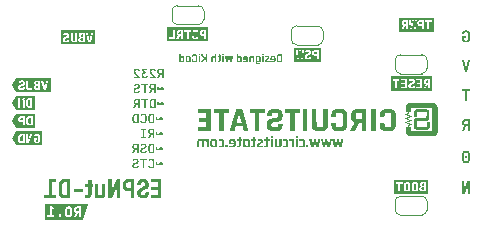
<source format=gbr>
%TF.GenerationSoftware,KiCad,Pcbnew,9.0.1*%
%TF.CreationDate,2025-04-09T10:04:16+05:30*%
%TF.ProjectId,ESPNut-D1,4553504e-7574-42d4-9431-2e6b69636164,0.1*%
%TF.SameCoordinates,Original*%
%TF.FileFunction,Legend,Bot*%
%TF.FilePolarity,Positive*%
%FSLAX46Y46*%
G04 Gerber Fmt 4.6, Leading zero omitted, Abs format (unit mm)*
G04 Created by KiCad (PCBNEW 9.0.1) date 2025-04-09 10:04:16*
%MOMM*%
%LPD*%
G01*
G04 APERTURE LIST*
%ADD10C,0.150000*%
%ADD11C,0.160000*%
%ADD12C,0.300000*%
%ADD13C,0.000000*%
%ADD14C,0.120000*%
G04 APERTURE END LIST*
D10*
G36*
X14943579Y9317618D02*
G01*
X14943579Y9405839D01*
X14938336Y9450140D01*
X14923452Y9486442D01*
X14899030Y9516578D01*
X14867078Y9539118D01*
X14828539Y9553061D01*
X14781598Y9558002D01*
X14738515Y9553912D01*
X14705491Y9542761D01*
X14676896Y9525402D01*
X14654005Y9504708D01*
X14617466Y9459084D01*
X14584738Y9421031D01*
X14566382Y9409622D01*
X14545366Y9405839D01*
X14526292Y9409216D01*
X14513370Y9418539D01*
X14505469Y9433120D01*
X14502526Y9454345D01*
X14502526Y9536020D01*
X14384410Y9536020D01*
X14384410Y9447751D01*
X14389587Y9403733D01*
X14404305Y9367493D01*
X14428471Y9337255D01*
X14460098Y9314672D01*
X14498753Y9300635D01*
X14546392Y9295636D01*
X14589484Y9299712D01*
X14622547Y9310828D01*
X14651116Y9328210D01*
X14674033Y9348881D01*
X14710572Y9394506D01*
X14727062Y9415898D01*
X14743300Y9432510D01*
X14761653Y9443959D01*
X14782623Y9447751D01*
X14801387Y9444467D01*
X14814424Y9435343D01*
X14822438Y9420994D01*
X14825464Y9399293D01*
X14825464Y9317618D01*
X14943579Y9317618D01*
G37*
G36*
X14244605Y9032000D02*
G01*
X14001486Y9032000D01*
X13947010Y9035780D01*
X13899451Y9046570D01*
X13857725Y9063850D01*
X13819837Y9088184D01*
X13788420Y9117920D01*
X13762861Y9153487D01*
X13744340Y9193239D01*
X13732924Y9237829D01*
X13728960Y9288260D01*
X13728960Y9594492D01*
X13869106Y9594492D01*
X13869106Y9288260D01*
X13873372Y9250536D01*
X13885380Y9220045D01*
X13904863Y9195155D01*
X13930607Y9176593D01*
X13962262Y9165037D01*
X14001486Y9160912D01*
X14104459Y9160912D01*
X14104459Y9720716D01*
X14001486Y9720716D01*
X13962262Y9716592D01*
X13930607Y9705035D01*
X13904863Y9686474D01*
X13885326Y9661608D01*
X13873344Y9631462D01*
X13869106Y9594492D01*
X13728960Y9594492D01*
X13732946Y9645344D01*
X13744381Y9689927D01*
X13762861Y9729314D01*
X13788400Y9764516D01*
X13819812Y9793948D01*
X13857725Y9818023D01*
X13899434Y9835138D01*
X13946995Y9845832D01*
X14001486Y9849579D01*
X14244605Y9849579D01*
X14244605Y9032000D01*
G37*
G36*
X13316434Y9020814D02*
G01*
X13368313Y9024322D01*
X13413790Y9034350D01*
X13453845Y9050416D01*
X13490265Y9073167D01*
X13520357Y9101091D01*
X13544752Y9134582D01*
X13562373Y9172140D01*
X13573254Y9214472D01*
X13577041Y9262566D01*
X13577041Y9619063D01*
X13573225Y9667875D01*
X13562317Y9710336D01*
X13544752Y9747534D01*
X13520392Y9780690D01*
X13490304Y9808444D01*
X13453845Y9831163D01*
X13413787Y9847257D01*
X13368311Y9857301D01*
X13316434Y9860814D01*
X13264570Y9857264D01*
X13219303Y9847131D01*
X13179609Y9830919D01*
X13143494Y9808115D01*
X13113677Y9780344D01*
X13089532Y9747241D01*
X13072077Y9710150D01*
X13061233Y9667786D01*
X13057438Y9619063D01*
X13197536Y9619063D01*
X13201402Y9656234D01*
X13212042Y9685014D01*
X13228848Y9707332D01*
X13251480Y9723804D01*
X13280232Y9734201D01*
X13316873Y9737960D01*
X13353563Y9734219D01*
X13382473Y9723858D01*
X13405338Y9707430D01*
X13422321Y9685153D01*
X13433050Y9656482D01*
X13436943Y9619502D01*
X13436943Y9262566D01*
X13433065Y9225744D01*
X13422347Y9197001D01*
X13405338Y9174492D01*
X13382447Y9157865D01*
X13353536Y9147396D01*
X13316873Y9143619D01*
X13280251Y9147404D01*
X13251500Y9157878D01*
X13228848Y9174492D01*
X13212009Y9196978D01*
X13201384Y9225720D01*
X13197536Y9262566D01*
X13057438Y9262566D01*
X13061195Y9214790D01*
X13072006Y9172611D01*
X13089532Y9135071D01*
X13113718Y9101536D01*
X13143541Y9073533D01*
X13179609Y9050661D01*
X13219301Y9034475D01*
X13264567Y9024359D01*
X13316434Y9020814D01*
G37*
G36*
X12901856Y9032000D02*
G01*
X12658736Y9032000D01*
X12604261Y9035780D01*
X12556702Y9046570D01*
X12514975Y9063850D01*
X12477087Y9088184D01*
X12445671Y9117920D01*
X12420111Y9153487D01*
X12401591Y9193239D01*
X12390175Y9237829D01*
X12386210Y9288260D01*
X12386210Y9594492D01*
X12526357Y9594492D01*
X12526357Y9288260D01*
X12530623Y9250536D01*
X12542630Y9220045D01*
X12562114Y9195155D01*
X12587858Y9176593D01*
X12619512Y9165037D01*
X12658736Y9160912D01*
X12761709Y9160912D01*
X12761709Y9720716D01*
X12658736Y9720716D01*
X12619512Y9716592D01*
X12587858Y9705035D01*
X12562114Y9686474D01*
X12542576Y9661608D01*
X12530595Y9631462D01*
X12526357Y9594492D01*
X12386210Y9594492D01*
X12390196Y9645344D01*
X12401631Y9689927D01*
X12420111Y9729314D01*
X12445651Y9764516D01*
X12477062Y9793948D01*
X12514975Y9818023D01*
X12556685Y9835138D01*
X12604245Y9845832D01*
X12658736Y9849579D01*
X12901856Y9849579D01*
X12901856Y9032000D01*
G37*
G36*
X29900889Y6985000D02*
G01*
X30060380Y6985000D01*
X30075824Y6988219D01*
X30086709Y6997485D01*
X30093963Y7014371D01*
X30233853Y7669125D01*
X30233755Y7686262D01*
X30227085Y7695171D01*
X30212848Y7698495D01*
X30078576Y7698495D01*
X30060707Y7695017D01*
X30050093Y7685634D01*
X30044993Y7669125D01*
X29982039Y7190653D01*
X29970804Y7190653D01*
X29871519Y7669125D01*
X29865794Y7685881D01*
X29855474Y7695168D01*
X29839340Y7698495D01*
X29716181Y7698495D01*
X29699009Y7695122D01*
X29687819Y7685750D01*
X29681254Y7669125D01*
X29584717Y7190653D01*
X29573482Y7190653D01*
X29509124Y7669125D01*
X29503352Y7685752D01*
X29492656Y7695101D01*
X29475601Y7698495D01*
X29341268Y7698495D01*
X29326275Y7695092D01*
X29319694Y7686177D01*
X29320263Y7669125D01*
X29460214Y7014371D01*
X29466703Y6997618D01*
X29477490Y6988308D01*
X29493736Y6985000D01*
X29653227Y6985000D01*
X29669513Y6988311D01*
X29680318Y6997624D01*
X29686810Y7014371D01*
X29772173Y7487225D01*
X29783347Y7487225D01*
X29867306Y7014371D01*
X29873112Y6997744D01*
X29883830Y6988394D01*
X29900889Y6985000D01*
G37*
G36*
X28926849Y6985000D02*
G01*
X29086339Y6985000D01*
X29101783Y6988219D01*
X29112668Y6997485D01*
X29119923Y7014371D01*
X29259813Y7669125D01*
X29259715Y7686262D01*
X29253045Y7695171D01*
X29238808Y7698495D01*
X29104535Y7698495D01*
X29086667Y7695017D01*
X29076052Y7685634D01*
X29070952Y7669125D01*
X29007998Y7190653D01*
X28996763Y7190653D01*
X28897479Y7669125D01*
X28891753Y7685881D01*
X28881433Y7695168D01*
X28865300Y7698495D01*
X28742140Y7698495D01*
X28724969Y7695122D01*
X28713779Y7685750D01*
X28707213Y7669125D01*
X28610676Y7190653D01*
X28599441Y7190653D01*
X28535083Y7669125D01*
X28529311Y7685752D01*
X28518615Y7695101D01*
X28501561Y7698495D01*
X28367227Y7698495D01*
X28352235Y7695092D01*
X28345654Y7686177D01*
X28346222Y7669125D01*
X28486174Y7014371D01*
X28492663Y6997618D01*
X28503450Y6988308D01*
X28519696Y6985000D01*
X28679187Y6985000D01*
X28695473Y6988311D01*
X28706277Y6997624D01*
X28712770Y7014371D01*
X28798133Y7487225D01*
X28809307Y7487225D01*
X28893265Y7014371D01*
X28899072Y6997744D01*
X28909789Y6988394D01*
X28926849Y6985000D01*
G37*
G36*
X27952808Y6985000D02*
G01*
X28112299Y6985000D01*
X28127743Y6988219D01*
X28138628Y6997485D01*
X28145882Y7014371D01*
X28285772Y7669125D01*
X28285674Y7686262D01*
X28279004Y7695171D01*
X28264767Y7698495D01*
X28130495Y7698495D01*
X28112626Y7695017D01*
X28102012Y7685634D01*
X28096912Y7669125D01*
X28033958Y7190653D01*
X28022723Y7190653D01*
X27923438Y7669125D01*
X27917713Y7685881D01*
X27907393Y7695168D01*
X27891259Y7698495D01*
X27768100Y7698495D01*
X27750928Y7695122D01*
X27739738Y7685750D01*
X27733173Y7669125D01*
X27636636Y7190653D01*
X27625401Y7190653D01*
X27561043Y7669125D01*
X27555271Y7685752D01*
X27544575Y7695101D01*
X27527520Y7698495D01*
X27393187Y7698495D01*
X27378195Y7695092D01*
X27371613Y7686177D01*
X27372182Y7669125D01*
X27512133Y7014371D01*
X27518622Y6997618D01*
X27529409Y6988308D01*
X27545655Y6985000D01*
X27705146Y6985000D01*
X27721432Y6988311D01*
X27732237Y6997624D01*
X27738729Y7014371D01*
X27824092Y7487225D01*
X27835266Y7487225D01*
X27919225Y7014371D01*
X27925031Y6997744D01*
X27935749Y6988394D01*
X27952808Y6985000D01*
G37*
G36*
X27108888Y7186440D02*
G01*
X27108888Y7014371D01*
X27112137Y6997420D01*
X27120625Y6988302D01*
X27135450Y6985000D01*
X27259952Y6985000D01*
X27275699Y6988375D01*
X27284570Y6997562D01*
X27287918Y7014371D01*
X27287918Y7185035D01*
X27284635Y7200952D01*
X27275823Y7209777D01*
X27259952Y7213062D01*
X27135450Y7213062D01*
X27120377Y7209942D01*
X27112007Y7201559D01*
X27108888Y7186440D01*
G37*
G36*
X26524171Y7109503D02*
G01*
X26524171Y7012966D01*
X26526000Y6999070D01*
X26530521Y6991290D01*
X26538460Y6986856D01*
X26553602Y6985000D01*
X26762002Y6985000D01*
X26817224Y6989150D01*
X26863026Y7000760D01*
X26901093Y7019015D01*
X26932728Y7043741D01*
X26958059Y7074830D01*
X26976737Y7112447D01*
X26988619Y7157937D01*
X26992873Y7213062D01*
X26992873Y7470433D01*
X26988617Y7525593D01*
X26976732Y7571091D01*
X26958055Y7608695D01*
X26932728Y7639755D01*
X26901093Y7664480D01*
X26863026Y7682735D01*
X26817224Y7694345D01*
X26762002Y7698495D01*
X26553602Y7698495D01*
X26536888Y7695047D01*
X26527620Y7685792D01*
X26524171Y7669125D01*
X26524171Y7572588D01*
X26526000Y7558692D01*
X26530521Y7550911D01*
X26538460Y7546477D01*
X26553602Y7544622D01*
X26734036Y7544622D01*
X26773318Y7539253D01*
X26796318Y7525693D01*
X26809789Y7502538D01*
X26815186Y7462068D01*
X26815186Y7221428D01*
X26809791Y7180947D01*
X26796318Y7157741D01*
X26773325Y7144228D01*
X26734036Y7138873D01*
X26553602Y7138873D01*
X26536888Y7135425D01*
X26527620Y7126171D01*
X26524171Y7109503D01*
G37*
G36*
X26397409Y7818846D02*
G01*
X26397409Y7940540D01*
X26394128Y7956416D01*
X26385319Y7965225D01*
X26369443Y7968505D01*
X26247749Y7968505D01*
X26231697Y7965319D01*
X26222936Y7956888D01*
X26219722Y7941944D01*
X26219722Y7818846D01*
X26223010Y7802935D01*
X26231838Y7794106D01*
X26247749Y7790819D01*
X26369443Y7790819D01*
X26385313Y7794103D01*
X26394125Y7802929D01*
X26397409Y7818846D01*
G37*
G36*
X26397409Y7014371D02*
G01*
X26397409Y7669125D01*
X26394060Y7685934D01*
X26385189Y7695120D01*
X26369443Y7698495D01*
X26249153Y7698495D01*
X26232440Y7695047D01*
X26223172Y7685792D01*
X26219722Y7669125D01*
X26219722Y7014371D01*
X26221659Y6998108D01*
X26226072Y6990557D01*
X26233766Y6986626D01*
X26247749Y6985000D01*
X26368039Y6985000D01*
X26384712Y6988446D01*
X26393963Y6997697D01*
X26397409Y7014371D01*
G37*
G36*
X25911243Y6985000D02*
G01*
X26030190Y6985000D01*
X26046863Y6988446D01*
X26056115Y6997697D01*
X26059560Y7014371D01*
X26059560Y7669125D01*
X26056115Y7685798D01*
X26046863Y7695050D01*
X26030190Y7698495D01*
X25911243Y7698495D01*
X25894570Y7695050D01*
X25885319Y7685798D01*
X25881873Y7669125D01*
X25881873Y7621558D01*
X25876256Y7621558D01*
X25855171Y7654536D01*
X25821728Y7678894D01*
X25781434Y7693608D01*
X25739174Y7698495D01*
X25688799Y7698495D01*
X25673053Y7695120D01*
X25664182Y7685934D01*
X25660833Y7669125D01*
X25660833Y7572588D01*
X25662689Y7557446D01*
X25667123Y7549507D01*
X25674882Y7545336D01*
X25688799Y7544622D01*
X25785336Y7544622D01*
X25820936Y7540014D01*
X25846698Y7527479D01*
X25865202Y7507351D01*
X25877295Y7477856D01*
X25881873Y7435506D01*
X25881873Y7014371D01*
X25885319Y6997697D01*
X25894570Y6988446D01*
X25911243Y6985000D01*
G37*
G36*
X25116355Y7109503D02*
G01*
X25116355Y7012966D01*
X25118184Y6999070D01*
X25122705Y6991290D01*
X25130645Y6986856D01*
X25145786Y6985000D01*
X25354187Y6985000D01*
X25409408Y6989150D01*
X25455210Y7000760D01*
X25493277Y7019015D01*
X25524912Y7043741D01*
X25550244Y7074830D01*
X25568921Y7112447D01*
X25580803Y7157937D01*
X25585057Y7213062D01*
X25585057Y7470433D01*
X25580802Y7525593D01*
X25568917Y7571091D01*
X25550239Y7608695D01*
X25524912Y7639755D01*
X25493277Y7664480D01*
X25455210Y7682735D01*
X25409408Y7694345D01*
X25354187Y7698495D01*
X25145786Y7698495D01*
X25129073Y7695047D01*
X25119805Y7685792D01*
X25116355Y7669125D01*
X25116355Y7572588D01*
X25118184Y7558692D01*
X25122705Y7550911D01*
X25130645Y7546477D01*
X25145786Y7544622D01*
X25326221Y7544622D01*
X25365503Y7539253D01*
X25388503Y7525693D01*
X25401973Y7502538D01*
X25407370Y7462068D01*
X25407370Y7221428D01*
X25401976Y7180947D01*
X25388503Y7157741D01*
X25365509Y7144228D01*
X25326221Y7138873D01*
X25145786Y7138873D01*
X25129073Y7135425D01*
X25119805Y7126171D01*
X25116355Y7109503D01*
G37*
G36*
X24739183Y6985000D02*
G01*
X24785345Y6985000D01*
X24839111Y6989186D01*
X24883042Y7000831D01*
X24918978Y7019066D01*
X24948316Y7043741D01*
X24977786Y7086196D01*
X24996671Y7141391D01*
X25003576Y7213062D01*
X25003576Y7669125D01*
X25000131Y7685798D01*
X24990879Y7695050D01*
X24974206Y7698495D01*
X24855320Y7698495D01*
X24838647Y7695050D01*
X24829396Y7685798D01*
X24825950Y7669125D01*
X24825950Y7221428D01*
X24820555Y7180947D01*
X24807083Y7157741D01*
X24784045Y7144223D01*
X24744801Y7138873D01*
X24693021Y7138873D01*
X24657224Y7143422D01*
X24631426Y7155754D01*
X24612996Y7175454D01*
X24601009Y7204170D01*
X24596484Y7245241D01*
X24596484Y7669125D01*
X24593039Y7685798D01*
X24583787Y7695050D01*
X24567114Y7698495D01*
X24449572Y7698495D01*
X24431966Y7694982D01*
X24422337Y7685668D01*
X24418797Y7669125D01*
X24418797Y7014371D01*
X24422337Y6997827D01*
X24431966Y6988514D01*
X24449572Y6985000D01*
X24567114Y6985000D01*
X24583787Y6988446D01*
X24593039Y6997697D01*
X24596484Y7014371D01*
X24596484Y7060533D01*
X24602102Y7060533D01*
X24623213Y7027738D01*
X24656690Y7003868D01*
X24696894Y6989715D01*
X24739183Y6985000D01*
G37*
G36*
X24257841Y7818846D02*
G01*
X24257841Y7940540D01*
X24254561Y7956416D01*
X24245752Y7965225D01*
X24229876Y7968505D01*
X24108182Y7968505D01*
X24092129Y7965319D01*
X24083369Y7956888D01*
X24080155Y7941944D01*
X24080155Y7818846D01*
X24083443Y7802935D01*
X24092271Y7794106D01*
X24108182Y7790819D01*
X24229876Y7790819D01*
X24245746Y7794103D01*
X24254558Y7802929D01*
X24257841Y7818846D01*
G37*
G36*
X24257841Y7014371D02*
G01*
X24257841Y7669125D01*
X24254493Y7685934D01*
X24245622Y7695120D01*
X24229876Y7698495D01*
X24109586Y7698495D01*
X24092872Y7695047D01*
X24083604Y7685792D01*
X24080155Y7669125D01*
X24080155Y7014371D01*
X24082092Y6998108D01*
X24086505Y6990557D01*
X24094198Y6986626D01*
X24108182Y6985000D01*
X24228471Y6985000D01*
X24245145Y6988446D01*
X24254396Y6997697D01*
X24257841Y7014371D01*
G37*
G36*
X23904605Y7544622D02*
G01*
X23960537Y7544622D01*
X23975762Y7546284D01*
X23983618Y7550178D01*
X23988025Y7557559D01*
X23989907Y7572588D01*
X23989907Y7669125D01*
X23986462Y7685798D01*
X23977210Y7695050D01*
X23960537Y7698495D01*
X23904605Y7698495D01*
X23893065Y7702342D01*
X23889218Y7713882D01*
X23889218Y7846811D01*
X23885678Y7863355D01*
X23876049Y7872668D01*
X23858443Y7876182D01*
X23740901Y7876182D01*
X23724228Y7872736D01*
X23714977Y7863485D01*
X23711531Y7846811D01*
X23711531Y7713882D01*
X23707453Y7702453D01*
X23694740Y7698495D01*
X23585624Y7698495D01*
X23568951Y7695050D01*
X23559699Y7685798D01*
X23556254Y7669125D01*
X23556254Y7572588D01*
X23558068Y7558685D01*
X23562543Y7550911D01*
X23570482Y7546477D01*
X23585624Y7544622D01*
X23694740Y7544622D01*
X23707453Y7540664D01*
X23711531Y7529235D01*
X23711531Y7220023D01*
X23706000Y7180857D01*
X23691931Y7157741D01*
X23668164Y7144242D01*
X23627573Y7138873D01*
X23571641Y7138873D01*
X23554968Y7135428D01*
X23545716Y7126177D01*
X23542271Y7109503D01*
X23542271Y7012966D01*
X23544085Y6999064D01*
X23548560Y6991290D01*
X23556499Y6986856D01*
X23571641Y6985000D01*
X23656943Y6985000D01*
X23712112Y6989138D01*
X23758036Y7000731D01*
X23796355Y7018988D01*
X23828340Y7043741D01*
X23854071Y7074888D01*
X23872965Y7112332D01*
X23884942Y7157355D01*
X23889218Y7211658D01*
X23889218Y7529235D01*
X23893065Y7540775D01*
X23904605Y7544622D01*
G37*
G36*
X23156611Y6985000D02*
G01*
X23422409Y6985000D01*
X23438155Y6988375D01*
X23447026Y6997562D01*
X23450375Y7014371D01*
X23450375Y7103947D01*
X23448749Y7117930D01*
X23444818Y7125623D01*
X23437438Y7130030D01*
X23422409Y7131913D01*
X23188790Y7131913D01*
X23146803Y7137886D01*
X23126688Y7152050D01*
X23120219Y7173861D01*
X23120219Y7180883D01*
X23125237Y7200498D01*
X23142380Y7221534D01*
X23177616Y7245241D01*
X23316102Y7322178D01*
X23380719Y7362023D01*
X23421004Y7400519D01*
X23439209Y7430131D01*
X23450562Y7465546D01*
X23454588Y7508230D01*
X23448031Y7571412D01*
X23430334Y7618089D01*
X23402869Y7652333D01*
X23365464Y7676361D01*
X23312998Y7692425D01*
X23240570Y7698495D01*
X23006891Y7698495D01*
X22991144Y7695120D01*
X22982273Y7685934D01*
X22978925Y7669125D01*
X22978925Y7578205D01*
X22980564Y7564219D01*
X22984542Y7556468D01*
X22991872Y7552063D01*
X23006891Y7550178D01*
X23201369Y7550178D01*
X23244415Y7544869D01*
X23264008Y7532776D01*
X23269940Y7515252D01*
X23269940Y7508230D01*
X23264975Y7490438D01*
X23247318Y7469973D01*
X23209734Y7445276D01*
X23068440Y7361318D01*
X23021371Y7332632D01*
X22988315Y7305900D01*
X22966346Y7280901D01*
X22950620Y7251988D01*
X22940588Y7216383D01*
X22936976Y7172457D01*
X22943398Y7113830D01*
X22961054Y7068873D01*
X22989068Y7034332D01*
X23028674Y7008473D01*
X23082996Y6991390D01*
X23156611Y6985000D01*
G37*
G36*
X22798674Y7544622D02*
G01*
X22854605Y7544622D01*
X22869830Y7546284D01*
X22877686Y7550178D01*
X22882093Y7557559D01*
X22883975Y7572588D01*
X22883975Y7669125D01*
X22880530Y7685798D01*
X22871279Y7695050D01*
X22854605Y7698495D01*
X22798674Y7698495D01*
X22787133Y7702342D01*
X22783286Y7713882D01*
X22783286Y7846811D01*
X22779747Y7863355D01*
X22770118Y7872668D01*
X22752512Y7876182D01*
X22634970Y7876182D01*
X22618296Y7872736D01*
X22609045Y7863485D01*
X22605600Y7846811D01*
X22605600Y7713882D01*
X22601521Y7702453D01*
X22588808Y7698495D01*
X22479692Y7698495D01*
X22463019Y7695050D01*
X22453768Y7685798D01*
X22450322Y7669125D01*
X22450322Y7572588D01*
X22452136Y7558685D01*
X22456611Y7550911D01*
X22464551Y7546477D01*
X22479692Y7544622D01*
X22588808Y7544622D01*
X22601521Y7540664D01*
X22605600Y7529235D01*
X22605600Y7220023D01*
X22600069Y7180857D01*
X22585999Y7157741D01*
X22562232Y7144242D01*
X22521641Y7138873D01*
X22465710Y7138873D01*
X22449036Y7135428D01*
X22439785Y7126177D01*
X22436339Y7109503D01*
X22436339Y7012966D01*
X22438153Y6999064D01*
X22442629Y6991290D01*
X22450568Y6986856D01*
X22465710Y6985000D01*
X22551011Y6985000D01*
X22606180Y6989138D01*
X22652104Y7000731D01*
X22690424Y7018988D01*
X22722409Y7043741D01*
X22748139Y7074888D01*
X22767034Y7112332D01*
X22779010Y7157355D01*
X22783286Y7211658D01*
X22783286Y7529235D01*
X22787133Y7540775D01*
X22798674Y7544622D01*
G37*
G36*
X22159024Y7694345D02*
G01*
X22204826Y7682735D01*
X22242893Y7664480D01*
X22274528Y7639755D01*
X22299855Y7608695D01*
X22318533Y7571091D01*
X22330418Y7525593D01*
X22334673Y7470433D01*
X22334673Y7213062D01*
X22330420Y7157937D01*
X22318537Y7112447D01*
X22299860Y7074830D01*
X22274528Y7043741D01*
X22242893Y7019015D01*
X22204826Y7000760D01*
X22159024Y6989150D01*
X22103803Y6985000D01*
X22070280Y6985000D01*
X22027939Y6989716D01*
X21987726Y7003868D01*
X21954249Y7027738D01*
X21933138Y7060533D01*
X21927581Y7060533D01*
X21927581Y7014371D01*
X21924132Y6997703D01*
X21914864Y6988449D01*
X21898150Y6985000D01*
X21780669Y6985000D01*
X21763063Y6988514D01*
X21753434Y6997827D01*
X21749895Y7014371D01*
X21749895Y7529235D01*
X21927581Y7529235D01*
X21927581Y7245241D01*
X21932105Y7204164D01*
X21944086Y7175448D01*
X21962507Y7155750D01*
X21988288Y7143420D01*
X22024057Y7138873D01*
X22075837Y7138873D01*
X22116196Y7144297D01*
X22138790Y7157741D01*
X22151761Y7180874D01*
X22156987Y7221428D01*
X22156987Y7462068D01*
X22151758Y7502612D01*
X22138790Y7525693D01*
X22116189Y7539183D01*
X22075837Y7544622D01*
X21944373Y7544622D01*
X21931660Y7540664D01*
X21927581Y7529235D01*
X21749895Y7529235D01*
X21749895Y7669125D01*
X21753434Y7685668D01*
X21763063Y7694982D01*
X21780669Y7698495D01*
X22103803Y7698495D01*
X22159024Y7694345D01*
G37*
G36*
X21580390Y7544622D02*
G01*
X21636322Y7544622D01*
X21651547Y7546284D01*
X21659403Y7550178D01*
X21663810Y7557559D01*
X21665692Y7572588D01*
X21665692Y7669125D01*
X21662247Y7685798D01*
X21652995Y7695050D01*
X21636322Y7698495D01*
X21580390Y7698495D01*
X21568850Y7702342D01*
X21565003Y7713882D01*
X21565003Y7846811D01*
X21561463Y7863355D01*
X21551834Y7872668D01*
X21534228Y7876182D01*
X21416687Y7876182D01*
X21400013Y7872736D01*
X21390762Y7863485D01*
X21387316Y7846811D01*
X21387316Y7713882D01*
X21383238Y7702453D01*
X21370525Y7698495D01*
X21261409Y7698495D01*
X21244736Y7695050D01*
X21235484Y7685798D01*
X21232039Y7669125D01*
X21232039Y7572588D01*
X21233853Y7558685D01*
X21238328Y7550911D01*
X21246267Y7546477D01*
X21261409Y7544622D01*
X21370525Y7544622D01*
X21383238Y7540664D01*
X21387316Y7529235D01*
X21387316Y7220023D01*
X21381786Y7180857D01*
X21367716Y7157741D01*
X21343949Y7144242D01*
X21303358Y7138873D01*
X21247426Y7138873D01*
X21230753Y7135428D01*
X21221501Y7126177D01*
X21218056Y7109503D01*
X21218056Y7012966D01*
X21219870Y6999064D01*
X21224345Y6991290D01*
X21232284Y6986856D01*
X21247426Y6985000D01*
X21332728Y6985000D01*
X21387897Y6989138D01*
X21433821Y7000731D01*
X21472140Y7018988D01*
X21504125Y7043741D01*
X21529856Y7074888D01*
X21548750Y7112332D01*
X21560727Y7157355D01*
X21565003Y7211658D01*
X21565003Y7529235D01*
X21568850Y7540775D01*
X21580390Y7544622D01*
G37*
G36*
X20940741Y7694345D02*
G01*
X20986543Y7682735D01*
X21024610Y7664480D01*
X21056245Y7639755D01*
X21081572Y7608695D01*
X21100249Y7571091D01*
X21112134Y7525593D01*
X21116390Y7470433D01*
X21116390Y7213062D01*
X21112136Y7157937D01*
X21100254Y7112447D01*
X21081576Y7074830D01*
X21056245Y7043741D01*
X21024610Y7019015D01*
X20986543Y7000760D01*
X20940741Y6989150D01*
X20885519Y6985000D01*
X20576369Y6985000D01*
X20561227Y6986856D01*
X20553288Y6991290D01*
X20548813Y6999064D01*
X20546999Y7012966D01*
X20546999Y7105290D01*
X20550512Y7122896D01*
X20559826Y7132525D01*
X20576369Y7136065D01*
X20858958Y7136065D01*
X20899439Y7141460D01*
X20922644Y7154932D01*
X20936162Y7177970D01*
X20941512Y7217214D01*
X20941512Y7247989D01*
X20937434Y7259418D01*
X20924720Y7263376D01*
X20573560Y7263376D01*
X20556893Y7266826D01*
X20547638Y7276094D01*
X20544190Y7292808D01*
X20544190Y7464877D01*
X20719068Y7464877D01*
X20719068Y7397710D01*
X20722915Y7386169D01*
X20734455Y7382323D01*
X20924720Y7382323D01*
X20936261Y7386169D01*
X20940108Y7397710D01*
X20940108Y7464877D01*
X20934853Y7505310D01*
X20921912Y7527830D01*
X20899392Y7540772D01*
X20858958Y7546026D01*
X20800218Y7546026D01*
X20759784Y7540772D01*
X20737264Y7527830D01*
X20724323Y7505310D01*
X20719068Y7464877D01*
X20544190Y7464877D01*
X20544190Y7470433D01*
X20548445Y7525593D01*
X20560331Y7571091D01*
X20579008Y7608695D01*
X20604335Y7639755D01*
X20635970Y7664483D01*
X20674029Y7682738D01*
X20719812Y7694346D01*
X20774999Y7698495D01*
X20885519Y7698495D01*
X20940741Y7694345D01*
G37*
G36*
X20256411Y7186440D02*
G01*
X20256411Y7014371D01*
X20259659Y6997420D01*
X20268147Y6988302D01*
X20282972Y6985000D01*
X20407475Y6985000D01*
X20423221Y6988375D01*
X20432093Y6997562D01*
X20435441Y7014371D01*
X20435441Y7185035D01*
X20432157Y7200952D01*
X20423345Y7209777D01*
X20407475Y7213062D01*
X20282972Y7213062D01*
X20267899Y7209942D01*
X20259530Y7201559D01*
X20256411Y7186440D01*
G37*
G36*
X19671693Y7109503D02*
G01*
X19671693Y7012966D01*
X19673523Y6999070D01*
X19678044Y6991290D01*
X19685983Y6986856D01*
X19701125Y6985000D01*
X19909525Y6985000D01*
X19964746Y6989150D01*
X20010548Y7000760D01*
X20048616Y7019015D01*
X20080251Y7043741D01*
X20105582Y7074830D01*
X20124260Y7112447D01*
X20136142Y7157937D01*
X20140396Y7213062D01*
X20140396Y7470433D01*
X20136140Y7525593D01*
X20124255Y7571091D01*
X20105577Y7608695D01*
X20080251Y7639755D01*
X20048616Y7664480D01*
X20010548Y7682735D01*
X19964746Y7694345D01*
X19909525Y7698495D01*
X19701125Y7698495D01*
X19684411Y7695047D01*
X19675143Y7685792D01*
X19671693Y7669125D01*
X19671693Y7572588D01*
X19673523Y7558692D01*
X19678044Y7550911D01*
X19685983Y7546477D01*
X19701125Y7544622D01*
X19881559Y7544622D01*
X19920841Y7539253D01*
X19943841Y7525693D01*
X19957312Y7502538D01*
X19962709Y7462068D01*
X19962709Y7221428D01*
X19957314Y7180947D01*
X19943841Y7157741D01*
X19920848Y7144228D01*
X19881559Y7138873D01*
X19701125Y7138873D01*
X19684411Y7135425D01*
X19675143Y7126171D01*
X19671693Y7109503D01*
G37*
G36*
X19390287Y7694345D02*
G01*
X19436089Y7682735D01*
X19474157Y7664480D01*
X19505792Y7639755D01*
X19531118Y7608695D01*
X19549796Y7571091D01*
X19561681Y7525593D01*
X19565936Y7470433D01*
X19565936Y7213062D01*
X19561683Y7157937D01*
X19549800Y7112447D01*
X19531123Y7074830D01*
X19505792Y7043741D01*
X19474157Y7019015D01*
X19436089Y7000760D01*
X19390287Y6989150D01*
X19335066Y6985000D01*
X19210563Y6985000D01*
X19156213Y6989162D01*
X19110768Y7000853D01*
X19072646Y7019327D01*
X19040631Y7044474D01*
X19014878Y7075939D01*
X18995982Y7113621D01*
X18984019Y7158775D01*
X18979754Y7213062D01*
X18979754Y7464877D01*
X19154631Y7464877D01*
X19154631Y7218619D01*
X19160055Y7178260D01*
X19173499Y7155665D01*
X19196588Y7142699D01*
X19237185Y7137469D01*
X19308504Y7137469D01*
X19348938Y7142724D01*
X19371458Y7155665D01*
X19384399Y7178185D01*
X19389654Y7218619D01*
X19389654Y7464877D01*
X19384399Y7505310D01*
X19371458Y7527830D01*
X19348938Y7540772D01*
X19308504Y7546026D01*
X19237185Y7546026D01*
X19196588Y7540796D01*
X19173499Y7527830D01*
X19160055Y7505236D01*
X19154631Y7464877D01*
X18979754Y7464877D01*
X18979754Y7470433D01*
X18984021Y7524755D01*
X18995986Y7569917D01*
X19014883Y7607585D01*
X19040631Y7639022D01*
X19072646Y7664169D01*
X19110768Y7682643D01*
X19156213Y7694333D01*
X19210563Y7698495D01*
X19335066Y7698495D01*
X19390287Y7694345D01*
G37*
G36*
X18691425Y6985000D02*
G01*
X18810371Y6985000D01*
X18827044Y6988446D01*
X18836296Y6997697D01*
X18839741Y7014371D01*
X18839741Y7669125D01*
X18836296Y7685798D01*
X18827044Y7695050D01*
X18810371Y7698495D01*
X18691425Y7698495D01*
X18674751Y7695050D01*
X18665500Y7685798D01*
X18662055Y7669125D01*
X18662055Y7622963D01*
X18656437Y7622963D01*
X18634526Y7652755D01*
X18599773Y7677490D01*
X18557722Y7693062D01*
X18508182Y7698495D01*
X18468981Y7698495D01*
X18409847Y7692335D01*
X18362548Y7675146D01*
X18324479Y7647665D01*
X18294103Y7608980D01*
X18266313Y7647852D01*
X18230937Y7675261D01*
X18186517Y7692358D01*
X18130399Y7698495D01*
X18089855Y7698495D01*
X18036088Y7694309D01*
X17992158Y7682665D01*
X17956221Y7664429D01*
X17926884Y7639755D01*
X17897418Y7597336D01*
X17878531Y7542145D01*
X17871624Y7470433D01*
X17871624Y7014371D01*
X17875069Y6997697D01*
X17884321Y6988446D01*
X17900994Y6985000D01*
X18019879Y6985000D01*
X18036593Y6988449D01*
X18045861Y6997703D01*
X18049310Y7014371D01*
X18049310Y7462068D01*
X18054539Y7502612D01*
X18067506Y7525693D01*
X18090057Y7539180D01*
X18130399Y7544622D01*
X18165387Y7544622D01*
X18201087Y7540044D01*
X18226867Y7527612D01*
X18245334Y7507704D01*
X18257373Y7478607D01*
X18261924Y7436911D01*
X18261924Y7014371D01*
X18265463Y6997827D01*
X18275092Y6988514D01*
X18292698Y6985000D01*
X18410240Y6985000D01*
X18426914Y6988446D01*
X18436165Y6997697D01*
X18439610Y7014371D01*
X18439610Y7462068D01*
X18445023Y7502532D01*
X18458539Y7525693D01*
X18481701Y7539209D01*
X18522165Y7544622D01*
X18565518Y7544622D01*
X18601314Y7540074D01*
X18627113Y7527741D01*
X18645543Y7508042D01*
X18657530Y7479326D01*
X18662055Y7438254D01*
X18662055Y7014371D01*
X18665500Y6997697D01*
X18674751Y6988446D01*
X18691425Y6985000D01*
G37*
D11*
G36*
X40717585Y10885000D02*
G01*
X40717585Y11745285D01*
X40985275Y11745285D01*
X40985275Y11907584D01*
X40274712Y11907584D01*
X40274712Y11745285D01*
X40542463Y11745285D01*
X40542463Y10885000D01*
X40717585Y10885000D01*
G37*
D12*
G36*
X14541101Y4044535D02*
G01*
X13981101Y4044535D01*
X13981101Y4335672D01*
X14829992Y4335672D01*
X14829992Y2675212D01*
X13981101Y2675212D01*
X13981101Y2966349D01*
X14541101Y2966349D01*
X14541101Y3361632D01*
X13981101Y3361632D01*
X13981101Y3650620D01*
X14541101Y3650620D01*
X14541101Y4044535D01*
G37*
G36*
X13285791Y2966349D02*
G01*
X13245522Y2969402D01*
X13208741Y2978266D01*
X13176320Y2992335D01*
X13148430Y3011239D01*
X13126224Y3033800D01*
X13109312Y3060119D01*
X13098472Y3088760D01*
X13093506Y3120194D01*
X13093230Y3129894D01*
X13105060Y3182578D01*
X13140523Y3230442D01*
X13207237Y3279900D01*
X13358026Y3354941D01*
X13523293Y3436761D01*
X13573374Y3468501D01*
X13621316Y3506903D01*
X13662546Y3548328D01*
X13699472Y3595245D01*
X13728286Y3642530D01*
X13751681Y3694172D01*
X13767630Y3745365D01*
X13777571Y3800099D01*
X13780822Y3855589D01*
X13768766Y3964052D01*
X13733447Y4064435D01*
X13676173Y4154142D01*
X13598822Y4229722D01*
X13504417Y4287267D01*
X13452191Y4308094D01*
X13397188Y4323198D01*
X13285791Y4334989D01*
X13176359Y4322921D01*
X13072632Y4287216D01*
X12978475Y4229058D01*
X12898614Y4150811D01*
X12865609Y4105399D01*
X12837779Y4056349D01*
X12815804Y4004831D01*
X12799636Y3950555D01*
X12789830Y3895328D01*
X12786273Y3838204D01*
X12786265Y3835463D01*
X13075253Y3835463D01*
X13091466Y3908019D01*
X13130084Y3971499D01*
X13156531Y3997268D01*
X13186973Y4018037D01*
X13219793Y4032749D01*
X13255367Y4041487D01*
X13285791Y4043753D01*
X13330348Y4040627D01*
X13370062Y4031248D01*
X13401301Y4017395D01*
X13427687Y3998436D01*
X13447378Y3976387D01*
X13462228Y3949981D01*
X13476011Y3885410D01*
X13476203Y3875812D01*
X13464388Y3825958D01*
X13428136Y3778384D01*
X13358494Y3726865D01*
X13209616Y3650119D01*
X13095477Y3593565D01*
X13023548Y3549769D01*
X12954362Y3497097D01*
X12908318Y3452879D01*
X12867416Y3403123D01*
X12838210Y3356848D01*
X12814634Y3306195D01*
X12799026Y3256834D01*
X12789353Y3203613D01*
X12786265Y3150020D01*
X12798333Y3043214D01*
X12833751Y2944020D01*
X12891312Y2855108D01*
X12969216Y2780018D01*
X13014995Y2748865D01*
X13064493Y2722749D01*
X13117283Y2702004D01*
X13172961Y2686951D01*
X13285791Y2675212D01*
X13393676Y2687274D01*
X13496478Y2723052D01*
X13590187Y2781456D01*
X13669824Y2860096D01*
X13702708Y2905694D01*
X13730395Y2954914D01*
X13752162Y3006487D01*
X13768087Y3060771D01*
X13777577Y3115673D01*
X13780822Y3172393D01*
X13491932Y3172393D01*
X13477220Y3101759D01*
X13439838Y3039006D01*
X13413776Y3013201D01*
X13383693Y2992343D01*
X13351164Y2977494D01*
X13315935Y2968653D01*
X13285791Y2966349D01*
G37*
G36*
X12552476Y2675212D02*
G01*
X12261339Y2675212D01*
X12261339Y3275463D01*
X12055198Y3275463D01*
X11945742Y3287523D01*
X11841903Y3323215D01*
X11747581Y3381359D01*
X11667585Y3459546D01*
X11634556Y3504877D01*
X11606738Y3553796D01*
X11584824Y3605093D01*
X11568750Y3659077D01*
X11559077Y3713875D01*
X11555674Y3770483D01*
X11555672Y3771765D01*
X11555672Y3834877D01*
X11846907Y3834877D01*
X11846907Y3771765D01*
X11858723Y3704808D01*
X11893686Y3643517D01*
X11919288Y3617155D01*
X11949130Y3595359D01*
X11982273Y3578930D01*
X12018274Y3568361D01*
X12055198Y3564354D01*
X12261339Y3564354D01*
X12261339Y4044535D01*
X12055198Y4044535D01*
X11986105Y4032677D01*
X11924945Y3998091D01*
X11877804Y3943490D01*
X11861642Y3910455D01*
X11851156Y3874343D01*
X11846907Y3834877D01*
X11555672Y3834877D01*
X11567739Y3944761D01*
X11603421Y4048775D01*
X11661505Y4143090D01*
X11739627Y4223038D01*
X11784968Y4256080D01*
X11833942Y4283945D01*
X11885398Y4305964D01*
X11939612Y4322180D01*
X11994802Y4332044D01*
X12051892Y4335662D01*
X12055198Y4335672D01*
X12552476Y4335672D01*
X12552476Y2675212D01*
G37*
G36*
X10349601Y4332155D02*
G01*
X10638589Y4332155D01*
X10638589Y3352644D01*
X11053020Y4332155D01*
X11344158Y4332155D01*
X11344158Y2675212D01*
X11055267Y2675212D01*
X11055267Y3654528D01*
X10640836Y2675212D01*
X10349601Y2675212D01*
X10349601Y4332155D01*
G37*
G36*
X9201367Y3929545D02*
G01*
X9490355Y3929545D01*
X9490355Y3100781D01*
X9501942Y3047339D01*
X9536179Y2999811D01*
X9590058Y2965943D01*
X9647061Y2955114D01*
X9707897Y2966819D01*
X9759258Y3000508D01*
X9778602Y3024107D01*
X9792544Y3051212D01*
X9801715Y3100781D01*
X9801715Y3929545D01*
X10092853Y3929545D01*
X10092853Y3100781D01*
X10090777Y3044554D01*
X10082810Y2991528D01*
X10050191Y2894449D01*
X9997209Y2811553D01*
X9926464Y2745612D01*
X9841560Y2699878D01*
X9795326Y2685562D01*
X9747298Y2677299D01*
X9707633Y2675212D01*
X9663959Y2678313D01*
X9621607Y2687513D01*
X9542109Y2723834D01*
X9490355Y2764800D01*
X9490355Y2675212D01*
X9201367Y2675212D01*
X9201367Y3929545D01*
G37*
G36*
X8340459Y2966349D02*
G01*
X8486028Y2966349D01*
X8541618Y2978054D01*
X8591139Y3012672D01*
X8610086Y3037120D01*
X8623626Y3065212D01*
X8631694Y3112016D01*
X8631694Y3669866D01*
X8383055Y3669866D01*
X8383055Y3931988D01*
X8631694Y3931988D01*
X8631694Y4254486D01*
X8922832Y4254486D01*
X8922832Y3931988D01*
X9046028Y3931988D01*
X9046028Y3669866D01*
X8922832Y3669866D01*
X8922832Y3049294D01*
X8919744Y2992383D01*
X8910634Y2939833D01*
X8896293Y2893196D01*
X8876732Y2850825D01*
X8852653Y2813461D01*
X8823943Y2780375D01*
X8753201Y2727242D01*
X8663860Y2691680D01*
X8554662Y2675753D01*
X8528624Y2675212D01*
X8340459Y2675212D01*
X8340459Y2966349D01*
G37*
G36*
X8195184Y3489322D02*
G01*
X8195184Y3200432D01*
X7393286Y3200432D01*
X7393286Y3489322D01*
X8195184Y3489322D01*
G37*
G36*
X7136147Y2675212D02*
G01*
X6641115Y2675212D01*
X6531660Y2687274D01*
X6427854Y2722971D01*
X6333588Y2781118D01*
X6253640Y2859323D01*
X6220621Y2904679D01*
X6192801Y2953641D01*
X6170869Y3005011D01*
X6154765Y3059093D01*
X6145047Y3114038D01*
X6141593Y3170823D01*
X6141590Y3172588D01*
X6141590Y3836049D01*
X6430578Y3836049D01*
X6430578Y3172588D01*
X6442377Y3105895D01*
X6477138Y3045493D01*
X6532488Y2997860D01*
X6565927Y2981356D01*
X6602195Y2970647D01*
X6641115Y2966349D01*
X6845009Y2966349D01*
X6845009Y4044535D01*
X6641115Y4044535D01*
X6571588Y4032680D01*
X6509539Y3997999D01*
X6483315Y3972818D01*
X6461678Y3943386D01*
X6445370Y3910584D01*
X6434802Y3874756D01*
X6430578Y3836049D01*
X6141590Y3836049D01*
X6153657Y3945516D01*
X6189360Y4049265D01*
X6247513Y4143434D01*
X6325751Y4223302D01*
X6371157Y4256310D01*
X6420201Y4284142D01*
X6471715Y4306120D01*
X6525986Y4322292D01*
X6581209Y4332103D01*
X6638331Y4335665D01*
X6641115Y4335672D01*
X7136147Y4335672D01*
X7136147Y2675212D01*
G37*
G36*
X5930173Y2675212D02*
G01*
X4935616Y2675212D01*
X4935616Y2966349D01*
X5287326Y2966349D01*
X5287326Y4335672D01*
X5930173Y4335672D01*
X5930173Y4044535D01*
X5578464Y4044535D01*
X5578464Y2966349D01*
X5930173Y2966349D01*
X5930173Y2675212D01*
G37*
D11*
G36*
X40742986Y13385000D02*
G01*
X41000479Y14406974D01*
X40819495Y14406974D01*
X40664706Y13741229D01*
X40641748Y13635227D01*
X40624773Y13544430D01*
X40609324Y13635227D01*
X40587770Y13742084D01*
X40436034Y14406974D01*
X40259508Y14406974D01*
X40515963Y13385000D01*
X40742986Y13385000D01*
G37*
D10*
G36*
X15043579Y10587618D02*
G01*
X15043579Y10675839D01*
X15038336Y10720140D01*
X15023452Y10756442D01*
X14999030Y10786578D01*
X14967078Y10809118D01*
X14928539Y10823061D01*
X14881598Y10828002D01*
X14838515Y10823912D01*
X14805491Y10812761D01*
X14776896Y10795402D01*
X14754005Y10774708D01*
X14717466Y10729084D01*
X14684738Y10691031D01*
X14666382Y10679622D01*
X14645366Y10675839D01*
X14626292Y10679216D01*
X14613370Y10688539D01*
X14605469Y10703120D01*
X14602526Y10724345D01*
X14602526Y10806020D01*
X14484410Y10806020D01*
X14484410Y10717751D01*
X14489587Y10673733D01*
X14504305Y10637493D01*
X14528471Y10607255D01*
X14560098Y10584672D01*
X14598753Y10570635D01*
X14646392Y10565636D01*
X14689484Y10569712D01*
X14722547Y10580828D01*
X14751116Y10598210D01*
X14774033Y10618881D01*
X14810572Y10664506D01*
X14827062Y10685898D01*
X14843300Y10702510D01*
X14861653Y10713959D01*
X14882623Y10717751D01*
X14901387Y10714467D01*
X14914424Y10705343D01*
X14922438Y10690994D01*
X14925464Y10669293D01*
X14925464Y10587618D01*
X15043579Y10587618D01*
G37*
G36*
X14344605Y10302000D02*
G01*
X14101486Y10302000D01*
X14047010Y10305780D01*
X13999451Y10316570D01*
X13957725Y10333850D01*
X13919837Y10358184D01*
X13888420Y10387920D01*
X13862861Y10423487D01*
X13844340Y10463239D01*
X13832924Y10507829D01*
X13828960Y10558260D01*
X13828960Y10864492D01*
X13969106Y10864492D01*
X13969106Y10558260D01*
X13973372Y10520536D01*
X13985380Y10490045D01*
X14004863Y10465155D01*
X14030607Y10446593D01*
X14062262Y10435037D01*
X14101486Y10430912D01*
X14204459Y10430912D01*
X14204459Y10990716D01*
X14101486Y10990716D01*
X14062262Y10986592D01*
X14030607Y10975035D01*
X14004863Y10956474D01*
X13985326Y10931608D01*
X13973344Y10901462D01*
X13969106Y10864492D01*
X13828960Y10864492D01*
X13832946Y10915344D01*
X13844381Y10959927D01*
X13862861Y10999314D01*
X13888400Y11034516D01*
X13919812Y11063948D01*
X13957725Y11088023D01*
X13999434Y11105138D01*
X14046995Y11115832D01*
X14101486Y11119579D01*
X14344605Y11119579D01*
X14344605Y10302000D01*
G37*
G36*
X13491318Y10302000D02*
G01*
X13491318Y10990228D01*
X13705471Y10990228D01*
X13705471Y11120067D01*
X13137020Y11120067D01*
X13137020Y10990228D01*
X13351221Y10990228D01*
X13351221Y10302000D01*
X13491318Y10302000D01*
G37*
G36*
X13000537Y10302000D02*
G01*
X12861074Y10302000D01*
X12861074Y10626941D01*
X12760837Y10626941D01*
X12618443Y10302000D01*
X12462372Y10302000D01*
X12623914Y10647311D01*
X12580721Y10668486D01*
X12544391Y10697266D01*
X12514103Y10734261D01*
X12491810Y10776761D01*
X12478237Y10823827D01*
X12473965Y10871966D01*
X12615073Y10871966D01*
X12619119Y10835740D01*
X12630498Y10806480D01*
X12648925Y10782622D01*
X12673325Y10764836D01*
X12703623Y10753726D01*
X12741493Y10749746D01*
X12861074Y10749746D01*
X12861074Y10996774D01*
X12741493Y10996774D01*
X12703657Y10992749D01*
X12673358Y10981501D01*
X12648925Y10963459D01*
X12630561Y10939295D01*
X12619150Y10909354D01*
X12615073Y10871966D01*
X12473965Y10871966D01*
X12473558Y10876557D01*
X12477449Y10924831D01*
X12488636Y10967300D01*
X12506775Y11004980D01*
X12531731Y11038485D01*
X12562603Y11066570D01*
X12600076Y11089586D01*
X12641180Y11105848D01*
X12687979Y11116017D01*
X12741493Y11119579D01*
X13000537Y11119579D01*
X13000537Y10302000D01*
G37*
D11*
G36*
X40943326Y8385000D02*
G01*
X40768998Y8385000D01*
X40768998Y8791176D01*
X40643702Y8791176D01*
X40465710Y8385000D01*
X40270621Y8385000D01*
X40472548Y8816639D01*
X40418557Y8843108D01*
X40373144Y8879082D01*
X40335284Y8925327D01*
X40307418Y8978451D01*
X40290451Y9037284D01*
X40285112Y9097457D01*
X40461496Y9097457D01*
X40466554Y9052175D01*
X40480778Y9015600D01*
X40503811Y8985777D01*
X40534311Y8963545D01*
X40572184Y8949658D01*
X40619521Y8944683D01*
X40768998Y8944683D01*
X40768998Y9253467D01*
X40619521Y9253467D01*
X40572226Y9248436D01*
X40534353Y9234376D01*
X40503811Y9211824D01*
X40480857Y9181619D01*
X40466593Y9144192D01*
X40461496Y9097457D01*
X40285112Y9097457D01*
X40284603Y9103197D01*
X40289467Y9163538D01*
X40303451Y9216625D01*
X40326125Y9263725D01*
X40357319Y9305606D01*
X40395909Y9340712D01*
X40442751Y9369482D01*
X40494131Y9389810D01*
X40552629Y9402521D01*
X40619521Y9406974D01*
X40943326Y9406974D01*
X40943326Y8385000D01*
G37*
G36*
X40948578Y3085000D02*
G01*
X40948578Y4106974D01*
X40735537Y4106974D01*
X40451177Y3281128D01*
X40459542Y3386885D01*
X40467175Y3511082D01*
X40470106Y3623129D01*
X40470106Y4106974D01*
X40311409Y4106974D01*
X40311409Y3085000D01*
X40524450Y3085000D01*
X40806612Y3910847D01*
X40799406Y3813455D01*
X40792812Y3695852D01*
X40789881Y3585271D01*
X40789881Y3085000D01*
X40948578Y3085000D01*
G37*
D10*
G36*
X15014661Y12842000D02*
G01*
X14875198Y12842000D01*
X14875198Y13166941D01*
X14774961Y13166941D01*
X14632568Y12842000D01*
X14476496Y12842000D01*
X14638039Y13187311D01*
X14594846Y13208486D01*
X14558515Y13237266D01*
X14528227Y13274261D01*
X14505934Y13316761D01*
X14492361Y13363827D01*
X14488090Y13411966D01*
X14629197Y13411966D01*
X14633243Y13375740D01*
X14644622Y13346480D01*
X14663049Y13322622D01*
X14687449Y13304836D01*
X14717747Y13293726D01*
X14755617Y13289746D01*
X14875198Y13289746D01*
X14875198Y13536774D01*
X14755617Y13536774D01*
X14717781Y13532749D01*
X14687483Y13521501D01*
X14663049Y13503459D01*
X14644685Y13479295D01*
X14633274Y13449354D01*
X14629197Y13411966D01*
X14488090Y13411966D01*
X14487683Y13416557D01*
X14491573Y13464831D01*
X14502760Y13507300D01*
X14520900Y13544980D01*
X14545855Y13578485D01*
X14576727Y13606570D01*
X14614200Y13629586D01*
X14655304Y13645848D01*
X14702103Y13656017D01*
X14755617Y13659579D01*
X15014661Y13659579D01*
X15014661Y12842000D01*
G37*
G36*
X14340013Y12842000D02*
G01*
X14340013Y12977164D01*
X14084340Y13234059D01*
X14035893Y13288679D01*
X14005498Y13332977D01*
X13991104Y13363338D01*
X13982717Y13393529D01*
X13979951Y13423982D01*
X13983738Y13460908D01*
X13994241Y13490064D01*
X14010921Y13513180D01*
X14033419Y13530571D01*
X14061176Y13541338D01*
X14095722Y13545176D01*
X14133792Y13541058D01*
X14164189Y13529553D01*
X14188632Y13511079D01*
X14206824Y13486413D01*
X14218204Y13455606D01*
X14222288Y13416899D01*
X14362386Y13416899D01*
X14357940Y13467913D01*
X14346416Y13512485D01*
X14328241Y13551673D01*
X14303143Y13586719D01*
X14272217Y13615915D01*
X14234842Y13639698D01*
X14193647Y13656602D01*
X14146959Y13667134D01*
X14093768Y13670814D01*
X14042961Y13667346D01*
X13998580Y13657447D01*
X13959630Y13641603D01*
X13924176Y13619278D01*
X13894927Y13592106D01*
X13871263Y13559733D01*
X13854155Y13523426D01*
X13843554Y13482180D01*
X13839853Y13434973D01*
X13844034Y13385651D01*
X13856650Y13337089D01*
X13878150Y13288672D01*
X13906466Y13243441D01*
X13946850Y13192478D01*
X14001688Y13134945D01*
X14171828Y12968567D01*
X13829009Y12968567D01*
X13829009Y12842000D01*
X14340013Y12842000D01*
G37*
G36*
X13428988Y12830814D02*
G01*
X13481560Y12834269D01*
X13527398Y12844115D01*
X13567522Y12859830D01*
X13604119Y12882131D01*
X13634192Y12909343D01*
X13658429Y12941798D01*
X13676022Y12978358D01*
X13686857Y13019444D01*
X13690621Y13066020D01*
X13550523Y13066020D01*
X13546653Y13030993D01*
X13535836Y13003084D01*
X13518429Y12980682D01*
X13495257Y12964139D01*
X13465873Y12953686D01*
X13428499Y12949907D01*
X13390398Y12953761D01*
X13360896Y12964354D01*
X13338032Y12981024D01*
X13320919Y13003604D01*
X13310308Y13031432D01*
X13306524Y13066020D01*
X13306524Y13129474D01*
X13310402Y13165274D01*
X13321171Y13193433D01*
X13338374Y13215692D01*
X13361390Y13232094D01*
X13390814Y13242497D01*
X13428499Y13246271D01*
X13519699Y13246271D01*
X13519699Y13372594D01*
X13339302Y13539607D01*
X13653789Y13539607D01*
X13653789Y13659579D01*
X13196762Y13659579D01*
X13196762Y13533257D01*
X13427571Y13321547D01*
X13427571Y13366634D01*
X13367506Y13362195D01*
X13316668Y13349672D01*
X13273483Y13329822D01*
X13236720Y13302789D01*
X13206355Y13268657D01*
X13184597Y13229271D01*
X13171111Y13183593D01*
X13166378Y13130158D01*
X13166378Y13066020D01*
X13170136Y13019442D01*
X13180956Y12978355D01*
X13198520Y12941798D01*
X13222729Y12909386D01*
X13252950Y12882169D01*
X13289916Y12859830D01*
X13330386Y12844099D01*
X13376416Y12834260D01*
X13428988Y12830814D01*
G37*
G36*
X12997264Y12842000D02*
G01*
X12997264Y12977164D01*
X12741591Y13234059D01*
X12693144Y13288679D01*
X12662749Y13332977D01*
X12648355Y13363338D01*
X12639968Y13393529D01*
X12637201Y13423982D01*
X12640989Y13460908D01*
X12651492Y13490064D01*
X12668171Y13513180D01*
X12690669Y13530571D01*
X12718427Y13541338D01*
X12752972Y13545176D01*
X12791042Y13541058D01*
X12821439Y13529553D01*
X12845882Y13511079D01*
X12864075Y13486413D01*
X12875455Y13455606D01*
X12879539Y13416899D01*
X13019637Y13416899D01*
X13015190Y13467913D01*
X13003666Y13512485D01*
X12985491Y13551673D01*
X12960393Y13586719D01*
X12929468Y13615915D01*
X12892093Y13639698D01*
X12850897Y13656602D01*
X12804209Y13667134D01*
X12751018Y13670814D01*
X12700211Y13667346D01*
X12655830Y13657447D01*
X12616880Y13641603D01*
X12581427Y13619278D01*
X12552178Y13592106D01*
X12528513Y13559733D01*
X12511406Y13523426D01*
X12500804Y13482180D01*
X12497103Y13434973D01*
X12501284Y13385651D01*
X12513900Y13337089D01*
X12535401Y13288672D01*
X12563717Y13243441D01*
X12604100Y13192478D01*
X12658939Y13134945D01*
X12829078Y12968567D01*
X12486259Y12968567D01*
X12486259Y12842000D01*
X12997264Y12842000D01*
G37*
G36*
X25048700Y14860826D02*
G01*
X25055639Y14853888D01*
X25058223Y14841383D01*
X25058223Y14210778D01*
X25055639Y14198273D01*
X25048700Y14191335D01*
X25036195Y14188750D01*
X24776993Y14188750D01*
X24736230Y14191872D01*
X24702147Y14200640D01*
X24673555Y14214495D01*
X24649544Y14233355D01*
X24630229Y14256955D01*
X24616057Y14285216D01*
X24607084Y14319082D01*
X24603885Y14359797D01*
X24603885Y14686090D01*
X24737150Y14686090D01*
X24737150Y14366071D01*
X24741197Y14335710D01*
X24751301Y14318306D01*
X24768667Y14308203D01*
X24799020Y14304155D01*
X24913417Y14304155D01*
X24922073Y14307040D01*
X24924958Y14315696D01*
X24924958Y14736465D01*
X24922073Y14745120D01*
X24913417Y14748006D01*
X24799020Y14748006D01*
X24768672Y14743946D01*
X24751301Y14733809D01*
X24741198Y14716443D01*
X24737150Y14686090D01*
X24603885Y14686090D01*
X24603885Y14692410D01*
X24607085Y14733126D01*
X24616058Y14766983D01*
X24630230Y14795228D01*
X24649544Y14818805D01*
X24673555Y14837666D01*
X24702147Y14851521D01*
X24736230Y14860289D01*
X24776993Y14863410D01*
X25036195Y14863410D01*
X25048700Y14860826D01*
G37*
G36*
X24367140Y14720759D02*
G01*
X24401491Y14712052D01*
X24430041Y14698360D01*
X24453768Y14679816D01*
X24472763Y14656522D01*
X24486771Y14628318D01*
X24495685Y14594195D01*
X24498876Y14552825D01*
X24498876Y14359797D01*
X24495686Y14318453D01*
X24486774Y14284336D01*
X24472766Y14256122D01*
X24453768Y14232806D01*
X24430041Y14214262D01*
X24401491Y14200570D01*
X24367140Y14191863D01*
X24325723Y14188750D01*
X24093861Y14188750D01*
X24082504Y14190142D01*
X24076550Y14193467D01*
X24073193Y14199298D01*
X24071833Y14209725D01*
X24071833Y14278968D01*
X24074468Y14292172D01*
X24081453Y14299394D01*
X24093861Y14302049D01*
X24305802Y14302049D01*
X24336163Y14306095D01*
X24353567Y14316199D01*
X24363705Y14333477D01*
X24367718Y14362911D01*
X24367718Y14385992D01*
X24364659Y14394564D01*
X24355124Y14397532D01*
X24091754Y14397532D01*
X24079253Y14400119D01*
X24072313Y14407070D01*
X24069726Y14419606D01*
X24069726Y14548658D01*
X24200885Y14548658D01*
X24200885Y14498283D01*
X24203770Y14489627D01*
X24212425Y14486742D01*
X24355124Y14486742D01*
X24363779Y14489627D01*
X24366665Y14498283D01*
X24366665Y14548658D01*
X24362724Y14578983D01*
X24353018Y14595873D01*
X24336128Y14605579D01*
X24305802Y14609520D01*
X24261747Y14609520D01*
X24231422Y14605579D01*
X24214532Y14595873D01*
X24204826Y14578983D01*
X24200885Y14548658D01*
X24069726Y14548658D01*
X24069726Y14552825D01*
X24072918Y14594195D01*
X24081832Y14628318D01*
X24095840Y14656522D01*
X24114835Y14679816D01*
X24138562Y14698362D01*
X24167106Y14712053D01*
X24201443Y14720759D01*
X24242833Y14723871D01*
X24325723Y14723871D01*
X24367140Y14720759D01*
G37*
G36*
X23767842Y14188750D02*
G01*
X23967190Y14188750D01*
X23979000Y14191282D01*
X23985653Y14198171D01*
X23988165Y14210778D01*
X23988165Y14277960D01*
X23986945Y14288448D01*
X23983997Y14294218D01*
X23978462Y14297523D01*
X23967190Y14298935D01*
X23791976Y14298935D01*
X23760486Y14303415D01*
X23745400Y14314038D01*
X23740548Y14330396D01*
X23740548Y14335663D01*
X23744312Y14350374D01*
X23757169Y14366151D01*
X23783596Y14383931D01*
X23887460Y14441633D01*
X23935923Y14471517D01*
X23966137Y14500389D01*
X23979790Y14522598D01*
X23988305Y14549159D01*
X23991324Y14581172D01*
X23986407Y14628559D01*
X23973134Y14663567D01*
X23952536Y14689250D01*
X23924481Y14707271D01*
X23885132Y14719319D01*
X23830811Y14723871D01*
X23655552Y14723871D01*
X23643742Y14721340D01*
X23637088Y14714450D01*
X23634577Y14701844D01*
X23634577Y14633654D01*
X23635806Y14623164D01*
X23638790Y14617351D01*
X23644288Y14614048D01*
X23655552Y14612634D01*
X23801410Y14612634D01*
X23833695Y14608652D01*
X23848390Y14599582D01*
X23852839Y14586439D01*
X23852839Y14581172D01*
X23849115Y14567828D01*
X23835872Y14552480D01*
X23807684Y14533957D01*
X23701713Y14470988D01*
X23666412Y14449474D01*
X23641620Y14429425D01*
X23625143Y14410676D01*
X23613349Y14388991D01*
X23605825Y14362288D01*
X23603116Y14329343D01*
X23607932Y14285372D01*
X23621174Y14251655D01*
X23642184Y14225749D01*
X23671889Y14206355D01*
X23712631Y14193543D01*
X23767842Y14188750D01*
G37*
G36*
X23505663Y14814134D02*
G01*
X23505663Y14905405D01*
X23503202Y14917312D01*
X23496595Y14923919D01*
X23484688Y14926379D01*
X23393418Y14926379D01*
X23381379Y14923989D01*
X23374808Y14917666D01*
X23372398Y14906458D01*
X23372398Y14814134D01*
X23374864Y14802201D01*
X23381485Y14795580D01*
X23393418Y14793114D01*
X23484688Y14793114D01*
X23496591Y14795578D01*
X23503200Y14802197D01*
X23505663Y14814134D01*
G37*
G36*
X23505663Y14210778D02*
G01*
X23505663Y14701844D01*
X23503152Y14714450D01*
X23496498Y14721340D01*
X23484688Y14723871D01*
X23394471Y14723871D01*
X23381936Y14721285D01*
X23374985Y14714344D01*
X23372398Y14701844D01*
X23372398Y14210778D01*
X23373851Y14198581D01*
X23377160Y14192918D01*
X23382930Y14189970D01*
X23393418Y14188750D01*
X23483635Y14188750D01*
X23496140Y14191335D01*
X23503079Y14198273D01*
X23505663Y14210778D01*
G37*
G36*
X23129994Y14720759D02*
G01*
X23164331Y14712053D01*
X23192875Y14698362D01*
X23216601Y14679816D01*
X23235596Y14656522D01*
X23249605Y14628318D01*
X23258518Y14594195D01*
X23261710Y14552825D01*
X23261710Y14383931D01*
X23256532Y14330178D01*
X23242368Y14288781D01*
X23220265Y14256940D01*
X23198262Y14238434D01*
X23171309Y14224757D01*
X23138361Y14216024D01*
X23098037Y14212885D01*
X23063415Y14212885D01*
X23031687Y14216552D01*
X23001500Y14227585D01*
X22976375Y14245886D01*
X22960559Y14270587D01*
X22956391Y14270587D01*
X22956391Y14190857D01*
X22960405Y14161431D01*
X22970542Y14144191D01*
X22987913Y14134054D01*
X23018261Y14129995D01*
X23197688Y14129995D01*
X23210223Y14127409D01*
X23217174Y14120468D01*
X23219761Y14107967D01*
X23219761Y14035564D01*
X23218401Y14025137D01*
X23215044Y14019307D01*
X23209052Y14015980D01*
X23197688Y14014590D01*
X22996233Y14014590D01*
X22955434Y14017679D01*
X22921338Y14026351D01*
X22892760Y14040039D01*
X22868784Y14058645D01*
X22849488Y14081984D01*
X22835317Y14110050D01*
X22826334Y14143809D01*
X22823126Y14184537D01*
X22823126Y14596926D01*
X22956391Y14596926D01*
X22956391Y14408065D01*
X22959764Y14377750D01*
X22968713Y14356512D01*
X22982507Y14341902D01*
X23001870Y14332731D01*
X23028794Y14329343D01*
X23067583Y14329343D01*
X23097948Y14333285D01*
X23114844Y14342990D01*
X23124515Y14359875D01*
X23128445Y14390205D01*
X23128445Y14546551D01*
X23124535Y14576964D01*
X23114844Y14594270D01*
X23097887Y14604386D01*
X23067583Y14608467D01*
X22968985Y14608467D01*
X22959450Y14605498D01*
X22956391Y14596926D01*
X22823126Y14596926D01*
X22823126Y14701844D01*
X22825781Y14714251D01*
X22833003Y14721236D01*
X22846207Y14723871D01*
X23088603Y14723871D01*
X23129994Y14720759D01*
G37*
G36*
X22596621Y14188750D02*
G01*
X22685831Y14188750D01*
X22698336Y14191335D01*
X22705275Y14198273D01*
X22707859Y14210778D01*
X22707859Y14701844D01*
X22705275Y14714349D01*
X22698336Y14721287D01*
X22685831Y14723871D01*
X22596621Y14723871D01*
X22584116Y14721287D01*
X22577178Y14714349D01*
X22574594Y14701844D01*
X22574594Y14667222D01*
X22570381Y14667222D01*
X22555901Y14691312D01*
X22535076Y14708609D01*
X22506491Y14719742D01*
X22467570Y14723871D01*
X22434001Y14723871D01*
X22387749Y14719923D01*
X22351377Y14709085D01*
X22322810Y14692257D01*
X22300582Y14669453D01*
X22283995Y14639804D01*
X22273221Y14601673D01*
X22269275Y14552825D01*
X22269275Y14210778D01*
X22271930Y14198371D01*
X22279151Y14191385D01*
X22292356Y14188750D01*
X22380466Y14188750D01*
X22392972Y14191335D01*
X22399910Y14198273D01*
X22402494Y14210778D01*
X22402494Y14546551D01*
X22406554Y14576899D01*
X22416691Y14594270D01*
X22434062Y14604407D01*
X22464410Y14608467D01*
X22502191Y14608467D01*
X22529039Y14605055D01*
X22548387Y14595806D01*
X22562210Y14581031D01*
X22571200Y14559494D01*
X22574594Y14528691D01*
X22574594Y14210778D01*
X22577178Y14198273D01*
X22584116Y14191335D01*
X22596621Y14188750D01*
G37*
G36*
X22037795Y14720759D02*
G01*
X22072147Y14712052D01*
X22100697Y14698360D01*
X22124424Y14679816D01*
X22143419Y14656522D01*
X22157427Y14628318D01*
X22166341Y14594195D01*
X22169532Y14552825D01*
X22169532Y14359797D01*
X22166342Y14318453D01*
X22157430Y14284336D01*
X22143422Y14256122D01*
X22124424Y14232806D01*
X22100697Y14214262D01*
X22072147Y14200570D01*
X22037795Y14191863D01*
X21996379Y14188750D01*
X21764517Y14188750D01*
X21753160Y14190142D01*
X21747206Y14193467D01*
X21743849Y14199298D01*
X21742489Y14209725D01*
X21742489Y14278968D01*
X21745124Y14292172D01*
X21752109Y14299394D01*
X21764517Y14302049D01*
X21976458Y14302049D01*
X22006819Y14306095D01*
X22024223Y14316199D01*
X22034361Y14333477D01*
X22038374Y14362911D01*
X22038374Y14385992D01*
X22035315Y14394564D01*
X22025780Y14397532D01*
X21762410Y14397532D01*
X21749909Y14400119D01*
X21742969Y14407070D01*
X21740382Y14419606D01*
X21740382Y14548658D01*
X21871541Y14548658D01*
X21871541Y14498283D01*
X21874426Y14489627D01*
X21883081Y14486742D01*
X22025780Y14486742D01*
X22034435Y14489627D01*
X22037321Y14498283D01*
X22037321Y14548658D01*
X22033379Y14578983D01*
X22023673Y14595873D01*
X22006784Y14605579D01*
X21976458Y14609520D01*
X21932403Y14609520D01*
X21902078Y14605579D01*
X21885188Y14595873D01*
X21875482Y14578983D01*
X21871541Y14548658D01*
X21740382Y14548658D01*
X21740382Y14552825D01*
X21743574Y14594195D01*
X21752488Y14628318D01*
X21766496Y14656522D01*
X21785491Y14679816D01*
X21809218Y14698362D01*
X21837762Y14712053D01*
X21872099Y14720759D01*
X21913489Y14723871D01*
X21996379Y14723871D01*
X22037795Y14720759D01*
G37*
G36*
X21328225Y14923795D02*
G01*
X21335164Y14916857D01*
X21337748Y14904352D01*
X21337748Y14667222D01*
X21341961Y14667222D01*
X21357796Y14691809D01*
X21382902Y14709675D01*
X21413058Y14720325D01*
X21444772Y14723871D01*
X21487820Y14723871D01*
X21528145Y14720732D01*
X21561092Y14711999D01*
X21588045Y14698322D01*
X21610048Y14679816D01*
X21632147Y14648002D01*
X21646313Y14606609D01*
X21651493Y14552825D01*
X21651493Y14359797D01*
X21646315Y14306044D01*
X21632151Y14264647D01*
X21610048Y14232806D01*
X21588045Y14214300D01*
X21561092Y14200623D01*
X21528145Y14191890D01*
X21487820Y14188750D01*
X21444772Y14188750D01*
X21413056Y14192286D01*
X21382902Y14202901D01*
X21357794Y14220804D01*
X21341961Y14245400D01*
X21337748Y14245400D01*
X21337748Y14210778D01*
X21335164Y14198273D01*
X21328225Y14191335D01*
X21315720Y14188750D01*
X21226556Y14188750D01*
X21214021Y14191337D01*
X21207070Y14198277D01*
X21204483Y14210778D01*
X21204483Y14528691D01*
X21337748Y14528691D01*
X21337748Y14383931D01*
X21341142Y14353127D01*
X21350132Y14331590D01*
X21363954Y14316816D01*
X21383303Y14307566D01*
X21410151Y14304155D01*
X21457366Y14304155D01*
X21487635Y14308223D01*
X21504581Y14318306D01*
X21514309Y14335655D01*
X21518228Y14366071D01*
X21518228Y14546551D01*
X21514307Y14576959D01*
X21504581Y14594270D01*
X21487630Y14604387D01*
X21457366Y14608467D01*
X21410151Y14608467D01*
X21383303Y14605055D01*
X21363954Y14595806D01*
X21350132Y14581031D01*
X21341142Y14559494D01*
X21337748Y14528691D01*
X21204483Y14528691D01*
X21204483Y14904352D01*
X21207070Y14916852D01*
X21214021Y14923793D01*
X21226556Y14926379D01*
X21315720Y14926379D01*
X21328225Y14923795D01*
G37*
G36*
X20644404Y14188750D02*
G01*
X20764022Y14188750D01*
X20775605Y14191164D01*
X20783768Y14198114D01*
X20789209Y14210778D01*
X20894127Y14701844D01*
X20894053Y14714697D01*
X20889051Y14721378D01*
X20878373Y14723871D01*
X20777669Y14723871D01*
X20764267Y14721263D01*
X20756306Y14714226D01*
X20752481Y14701844D01*
X20705266Y14342990D01*
X20696839Y14342990D01*
X20622376Y14701844D01*
X20618082Y14714411D01*
X20610342Y14721376D01*
X20598242Y14723871D01*
X20505872Y14723871D01*
X20492993Y14721342D01*
X20484601Y14714313D01*
X20479677Y14701844D01*
X20407274Y14342990D01*
X20398848Y14342990D01*
X20350579Y14701844D01*
X20346251Y14714314D01*
X20338229Y14721326D01*
X20325438Y14723871D01*
X20224688Y14723871D01*
X20213443Y14721319D01*
X20208507Y14714633D01*
X20208934Y14701844D01*
X20313897Y14210778D01*
X20318764Y14198214D01*
X20326854Y14191231D01*
X20339039Y14188750D01*
X20458657Y14188750D01*
X20470872Y14191233D01*
X20478975Y14198218D01*
X20483844Y14210778D01*
X20547867Y14565419D01*
X20556247Y14565419D01*
X20619216Y14210778D01*
X20623571Y14198308D01*
X20631609Y14191295D01*
X20644404Y14188750D01*
G37*
G36*
X20122655Y14814134D02*
G01*
X20122655Y14905405D01*
X20120195Y14917312D01*
X20113588Y14923919D01*
X20101681Y14926379D01*
X20010410Y14926379D01*
X19998371Y14923989D01*
X19991801Y14917666D01*
X19989390Y14906458D01*
X19989390Y14814134D01*
X19991856Y14802201D01*
X19998477Y14795580D01*
X20010410Y14793114D01*
X20101681Y14793114D01*
X20113583Y14795578D01*
X20120192Y14802197D01*
X20122655Y14814134D01*
G37*
G36*
X20122655Y14210778D02*
G01*
X20122655Y14701844D01*
X20120144Y14714450D01*
X20113490Y14721340D01*
X20101681Y14723871D01*
X20011464Y14723871D01*
X19998928Y14721285D01*
X19991977Y14714344D01*
X19989390Y14701844D01*
X19989390Y14210778D01*
X19990843Y14198581D01*
X19994153Y14192918D01*
X19999923Y14189970D01*
X20010410Y14188750D01*
X20100627Y14188750D01*
X20113132Y14191335D01*
X20120071Y14198273D01*
X20122655Y14210778D01*
G37*
G36*
X19857728Y14608467D02*
G01*
X19899677Y14608467D01*
X19911096Y14609713D01*
X19916987Y14612634D01*
X19920292Y14618169D01*
X19921704Y14629441D01*
X19921704Y14701844D01*
X19919120Y14714349D01*
X19912182Y14721287D01*
X19899677Y14723871D01*
X19857728Y14723871D01*
X19849073Y14726756D01*
X19846187Y14735412D01*
X19846187Y14835109D01*
X19843533Y14847516D01*
X19836311Y14854501D01*
X19823106Y14857136D01*
X19734950Y14857136D01*
X19722445Y14854552D01*
X19715506Y14847614D01*
X19712922Y14835109D01*
X19712922Y14735412D01*
X19709864Y14726840D01*
X19700329Y14723871D01*
X19618492Y14723871D01*
X19605987Y14721287D01*
X19599048Y14714349D01*
X19596464Y14701844D01*
X19596464Y14629441D01*
X19597825Y14619014D01*
X19601181Y14613184D01*
X19607136Y14609858D01*
X19618492Y14608467D01*
X19700329Y14608467D01*
X19709864Y14605498D01*
X19712922Y14596926D01*
X19712922Y14365018D01*
X19708774Y14335643D01*
X19698222Y14318306D01*
X19680397Y14308182D01*
X19649954Y14304155D01*
X19608005Y14304155D01*
X19595500Y14301571D01*
X19588561Y14294633D01*
X19585977Y14282128D01*
X19585977Y14209725D01*
X19587338Y14199298D01*
X19590694Y14193467D01*
X19596649Y14190142D01*
X19608005Y14188750D01*
X19671981Y14188750D01*
X19713358Y14191854D01*
X19747801Y14200549D01*
X19776540Y14214241D01*
X19800529Y14232806D01*
X19819827Y14256166D01*
X19833998Y14284249D01*
X19842981Y14318017D01*
X19846187Y14358744D01*
X19846187Y14596926D01*
X19849073Y14605581D01*
X19857728Y14608467D01*
G37*
G36*
X19388003Y14188750D02*
G01*
X19477213Y14188750D01*
X19489718Y14191335D01*
X19496656Y14198273D01*
X19499240Y14210778D01*
X19499240Y14904352D01*
X19496656Y14916857D01*
X19489718Y14923795D01*
X19477213Y14926379D01*
X19388003Y14926379D01*
X19375498Y14923795D01*
X19368559Y14916857D01*
X19365975Y14904352D01*
X19365975Y14667222D01*
X19361762Y14667222D01*
X19347283Y14691312D01*
X19326458Y14708609D01*
X19297872Y14719742D01*
X19258951Y14723871D01*
X19225383Y14723871D01*
X19179131Y14719923D01*
X19142759Y14709085D01*
X19114192Y14692257D01*
X19091964Y14669453D01*
X19075377Y14639804D01*
X19064602Y14601673D01*
X19060657Y14552825D01*
X19060657Y14210778D01*
X19063311Y14198371D01*
X19070533Y14191385D01*
X19083738Y14188750D01*
X19171848Y14188750D01*
X19184353Y14191335D01*
X19191292Y14198273D01*
X19193876Y14210778D01*
X19193876Y14546551D01*
X19197935Y14576899D01*
X19208072Y14594270D01*
X19225443Y14604407D01*
X19255791Y14608467D01*
X19293573Y14608467D01*
X19320420Y14605055D01*
X19339769Y14595806D01*
X19353592Y14581031D01*
X19362582Y14559494D01*
X19365975Y14528691D01*
X19365975Y14210778D01*
X19368559Y14198273D01*
X19375498Y14191335D01*
X19388003Y14188750D01*
G37*
G36*
X18597893Y14188750D02*
G01*
X18687102Y14188750D01*
X18699608Y14191335D01*
X18706546Y14198273D01*
X18709130Y14210778D01*
X18709130Y14841383D01*
X18706546Y14853888D01*
X18699608Y14860826D01*
X18687102Y14863410D01*
X18597893Y14863410D01*
X18585388Y14860826D01*
X18578449Y14853888D01*
X18575865Y14841383D01*
X18575865Y14542338D01*
X18573759Y14542338D01*
X18562596Y14568864D01*
X18541244Y14607413D01*
X18381738Y14841383D01*
X18371118Y14853629D01*
X18357785Y14860868D01*
X18340842Y14863410D01*
X18237986Y14863410D01*
X18228217Y14861470D01*
X18223835Y14856587D01*
X18223743Y14849614D01*
X18229605Y14839276D01*
X18428953Y14563358D01*
X18206524Y14214991D01*
X18202100Y14203067D01*
X18203914Y14195574D01*
X18210367Y14190736D01*
X18223285Y14188750D01*
X18299901Y14188750D01*
X18323205Y14191602D01*
X18338927Y14199111D01*
X18349223Y14210778D01*
X18509736Y14467874D01*
X18575865Y14390205D01*
X18575865Y14210778D01*
X18578449Y14198273D01*
X18585388Y14191335D01*
X18597893Y14188750D01*
G37*
G36*
X18128901Y14814134D02*
G01*
X18128901Y14905405D01*
X18126440Y14917312D01*
X18119833Y14923919D01*
X18107926Y14926379D01*
X18016656Y14926379D01*
X18004617Y14923989D01*
X17998046Y14917666D01*
X17995636Y14906458D01*
X17995636Y14814134D01*
X17998102Y14802201D01*
X18004723Y14795580D01*
X18016656Y14793114D01*
X18107926Y14793114D01*
X18119829Y14795578D01*
X18126438Y14802197D01*
X18128901Y14814134D01*
G37*
G36*
X18128901Y14210778D02*
G01*
X18128901Y14701844D01*
X18126389Y14714450D01*
X18119736Y14721340D01*
X18107926Y14723871D01*
X18017709Y14723871D01*
X18005174Y14721285D01*
X17998223Y14714344D01*
X17995636Y14701844D01*
X17995636Y14210778D01*
X17997089Y14198581D01*
X18000398Y14192918D01*
X18006168Y14189970D01*
X18016656Y14188750D01*
X18106873Y14188750D01*
X18119378Y14191335D01*
X18126317Y14198273D01*
X18128901Y14210778D01*
G37*
G36*
X17588010Y14188750D02*
G01*
X17702361Y14188750D01*
X17743751Y14191862D01*
X17778097Y14200567D01*
X17806657Y14214258D01*
X17830405Y14232806D01*
X17849404Y14256122D01*
X17863412Y14284336D01*
X17872324Y14318453D01*
X17875514Y14359797D01*
X17875514Y14692410D01*
X17872323Y14733755D01*
X17863410Y14767863D01*
X17849402Y14796060D01*
X17830405Y14819355D01*
X17806657Y14837903D01*
X17778097Y14851594D01*
X17743751Y14860299D01*
X17702361Y14863410D01*
X17588010Y14863410D01*
X17547248Y14860290D01*
X17513156Y14851523D01*
X17484548Y14837667D01*
X17460515Y14818805D01*
X17441202Y14795228D01*
X17427030Y14766983D01*
X17418057Y14733126D01*
X17414857Y14692410D01*
X17414857Y14643088D01*
X17417567Y14629989D01*
X17424850Y14622717D01*
X17437984Y14620007D01*
X17526094Y14620007D01*
X17538502Y14622662D01*
X17545487Y14629883D01*
X17548122Y14643088D01*
X17548122Y14686090D01*
X17552181Y14716438D01*
X17562318Y14733809D01*
X17579689Y14743946D01*
X17610037Y14748006D01*
X17681387Y14748006D01*
X17710815Y14743982D01*
X17728098Y14733809D01*
X17738201Y14716443D01*
X17742249Y14686090D01*
X17742249Y14366071D01*
X17738203Y14335710D01*
X17728098Y14318306D01*
X17710820Y14308168D01*
X17681387Y14304155D01*
X17610037Y14304155D01*
X17579684Y14308203D01*
X17562318Y14318306D01*
X17552179Y14335715D01*
X17548122Y14366071D01*
X17548122Y14409119D01*
X17545487Y14422323D01*
X17538502Y14429545D01*
X17526094Y14432200D01*
X17437984Y14432200D01*
X17424850Y14429490D01*
X17417567Y14422217D01*
X17414857Y14409119D01*
X17414857Y14359797D01*
X17418056Y14319082D01*
X17427028Y14285216D01*
X17441200Y14256955D01*
X17460515Y14233355D01*
X17484548Y14214493D01*
X17513156Y14200638D01*
X17547248Y14191871D01*
X17588010Y14188750D01*
G37*
G36*
X17190063Y14720759D02*
G01*
X17224415Y14712052D01*
X17252965Y14698360D01*
X17276692Y14679816D01*
X17295687Y14656522D01*
X17309695Y14628318D01*
X17318609Y14594195D01*
X17321800Y14552825D01*
X17321800Y14359797D01*
X17318610Y14318453D01*
X17309698Y14284336D01*
X17295690Y14256122D01*
X17276692Y14232806D01*
X17252965Y14214262D01*
X17224415Y14200570D01*
X17190063Y14191863D01*
X17148647Y14188750D01*
X17123506Y14188750D01*
X17091750Y14192287D01*
X17061590Y14202901D01*
X17036482Y14220804D01*
X17020649Y14245400D01*
X17016481Y14245400D01*
X17016481Y14210778D01*
X17013894Y14198277D01*
X17006943Y14191337D01*
X16994408Y14188750D01*
X16906297Y14188750D01*
X16893093Y14191385D01*
X16885871Y14198371D01*
X16883216Y14210778D01*
X16883216Y14596926D01*
X17016481Y14596926D01*
X17016481Y14383931D01*
X17019874Y14353123D01*
X17028860Y14331586D01*
X17042676Y14316813D01*
X17062011Y14307565D01*
X17088838Y14304155D01*
X17127673Y14304155D01*
X17157942Y14308223D01*
X17174888Y14318306D01*
X17184616Y14335655D01*
X17188535Y14366071D01*
X17188535Y14546551D01*
X17184614Y14576959D01*
X17174888Y14594270D01*
X17157937Y14604387D01*
X17127673Y14608467D01*
X17029075Y14608467D01*
X17019540Y14605498D01*
X17016481Y14596926D01*
X16883216Y14596926D01*
X16883216Y14701844D01*
X16885871Y14714251D01*
X16893093Y14721236D01*
X16906297Y14723871D01*
X17148647Y14723871D01*
X17190063Y14720759D01*
G37*
G36*
X16454848Y14923795D02*
G01*
X16461786Y14916857D01*
X16464370Y14904352D01*
X16464370Y14667222D01*
X16468584Y14667222D01*
X16484418Y14691809D01*
X16509525Y14709675D01*
X16539681Y14720325D01*
X16571395Y14723871D01*
X16614442Y14723871D01*
X16654767Y14720732D01*
X16687715Y14711999D01*
X16714668Y14698322D01*
X16736671Y14679816D01*
X16758770Y14648002D01*
X16772935Y14606609D01*
X16778116Y14552825D01*
X16778116Y14359797D01*
X16772937Y14306044D01*
X16758774Y14264647D01*
X16736671Y14232806D01*
X16714668Y14214300D01*
X16687715Y14200623D01*
X16654767Y14191890D01*
X16614442Y14188750D01*
X16571395Y14188750D01*
X16539678Y14192286D01*
X16509525Y14202901D01*
X16484417Y14220804D01*
X16468584Y14245400D01*
X16464370Y14245400D01*
X16464370Y14210778D01*
X16461786Y14198273D01*
X16454848Y14191335D01*
X16442343Y14188750D01*
X16353179Y14188750D01*
X16340644Y14191337D01*
X16333693Y14198277D01*
X16331105Y14210778D01*
X16331105Y14528691D01*
X16464370Y14528691D01*
X16464370Y14383931D01*
X16467764Y14353127D01*
X16476754Y14331590D01*
X16490577Y14316816D01*
X16509926Y14307566D01*
X16536773Y14304155D01*
X16583988Y14304155D01*
X16614258Y14308223D01*
X16631204Y14318306D01*
X16640931Y14335655D01*
X16644851Y14366071D01*
X16644851Y14546551D01*
X16640929Y14576959D01*
X16631204Y14594270D01*
X16614252Y14604387D01*
X16583988Y14608467D01*
X16536773Y14608467D01*
X16509926Y14605055D01*
X16490577Y14595806D01*
X16476754Y14581031D01*
X16467764Y14559494D01*
X16464370Y14528691D01*
X16331105Y14528691D01*
X16331105Y14904352D01*
X16333693Y14916852D01*
X16340644Y14923793D01*
X16353179Y14926379D01*
X16442343Y14926379D01*
X16454848Y14923795D01*
G37*
G36*
X14943579Y6777618D02*
G01*
X14943579Y6865839D01*
X14938336Y6910140D01*
X14923452Y6946442D01*
X14899030Y6976578D01*
X14867078Y6999118D01*
X14828539Y7013061D01*
X14781598Y7018002D01*
X14738515Y7013912D01*
X14705491Y7002761D01*
X14676896Y6985402D01*
X14654005Y6964708D01*
X14617466Y6919084D01*
X14584738Y6881031D01*
X14566382Y6869622D01*
X14545366Y6865839D01*
X14526292Y6869216D01*
X14513370Y6878539D01*
X14505469Y6893120D01*
X14502526Y6914345D01*
X14502526Y6996020D01*
X14384410Y6996020D01*
X14384410Y6907751D01*
X14389587Y6863733D01*
X14404305Y6827493D01*
X14428471Y6797255D01*
X14460098Y6774672D01*
X14498753Y6760635D01*
X14546392Y6755636D01*
X14589484Y6759712D01*
X14622547Y6770828D01*
X14651116Y6788210D01*
X14674033Y6808881D01*
X14710572Y6854506D01*
X14727062Y6875898D01*
X14743300Y6892510D01*
X14761653Y6903959D01*
X14782623Y6907751D01*
X14801387Y6904467D01*
X14814424Y6895343D01*
X14822438Y6880994D01*
X14825464Y6859293D01*
X14825464Y6777618D01*
X14943579Y6777618D01*
G37*
G36*
X14244605Y6492000D02*
G01*
X14001486Y6492000D01*
X13947010Y6495780D01*
X13899451Y6506570D01*
X13857725Y6523850D01*
X13819837Y6548184D01*
X13788420Y6577920D01*
X13762861Y6613487D01*
X13744340Y6653239D01*
X13732924Y6697829D01*
X13728960Y6748260D01*
X13728960Y7054492D01*
X13869106Y7054492D01*
X13869106Y6748260D01*
X13873372Y6710536D01*
X13885380Y6680045D01*
X13904863Y6655155D01*
X13930607Y6636593D01*
X13962262Y6625037D01*
X14001486Y6620912D01*
X14104459Y6620912D01*
X14104459Y7180716D01*
X14001486Y7180716D01*
X13962262Y7176592D01*
X13930607Y7165035D01*
X13904863Y7146474D01*
X13885326Y7121608D01*
X13873344Y7091462D01*
X13869106Y7054492D01*
X13728960Y7054492D01*
X13732946Y7105344D01*
X13744381Y7149927D01*
X13762861Y7189314D01*
X13788400Y7224516D01*
X13819812Y7253948D01*
X13857725Y7278023D01*
X13899434Y7295138D01*
X13946995Y7305832D01*
X14001486Y7309579D01*
X14244605Y7309579D01*
X14244605Y6492000D01*
G37*
G36*
X13319413Y6480814D02*
G01*
X13374778Y6484192D01*
X13422813Y6493782D01*
X13464591Y6509000D01*
X13502986Y6530842D01*
X13534245Y6557388D01*
X13559211Y6588867D01*
X13577464Y6624681D01*
X13588818Y6665163D01*
X13592965Y6711331D01*
X13452868Y6711331D01*
X13448691Y6679877D01*
X13436740Y6654086D01*
X13416769Y6632587D01*
X13391173Y6617142D01*
X13358670Y6607226D01*
X13317411Y6603619D01*
X13278307Y6607122D01*
X13247612Y6616747D01*
X13223524Y6631756D01*
X13204904Y6652618D01*
X13193609Y6678140D01*
X13189623Y6709767D01*
X13192376Y6736543D01*
X13200381Y6760254D01*
X13213656Y6781575D01*
X13231433Y6799369D01*
X13253817Y6813277D01*
X13281702Y6823291D01*
X13376224Y6848839D01*
X13437107Y6870771D01*
X13485907Y6900543D01*
X13524577Y6938037D01*
X13547401Y6971407D01*
X13563714Y7007830D01*
X13573698Y7047893D01*
X13577138Y7092349D01*
X13573433Y7137724D01*
X13562777Y7177637D01*
X13545484Y7213054D01*
X13521700Y7244512D01*
X13492165Y7271004D01*
X13456189Y7292824D01*
X13416768Y7308212D01*
X13371646Y7317864D01*
X13319804Y7321254D01*
X13260899Y7316996D01*
X13210885Y7304974D01*
X13168272Y7285919D01*
X13131884Y7259998D01*
X13101520Y7227097D01*
X13079848Y7189464D01*
X13066406Y7146171D01*
X13061542Y7095867D01*
X13201688Y7095867D01*
X13205382Y7126468D01*
X13215804Y7151096D01*
X13232854Y7171142D01*
X13255149Y7185666D01*
X13284086Y7195023D01*
X13321563Y7198449D01*
X13357449Y7195217D01*
X13385290Y7186379D01*
X13406852Y7172656D01*
X13423328Y7153600D01*
X13433440Y7129865D01*
X13437041Y7100019D01*
X13434352Y7072909D01*
X13426580Y7049158D01*
X13413789Y7028065D01*
X13396513Y7010421D01*
X13374644Y6996481D01*
X13347306Y6986250D01*
X13249706Y6959579D01*
X13201834Y6943824D01*
X13161741Y6923731D01*
X13128357Y6899543D01*
X13100865Y6871212D01*
X13078739Y6838375D01*
X13062787Y6801910D01*
X13052942Y6761160D01*
X13049525Y6715287D01*
X13053419Y6669739D01*
X13064702Y6629092D01*
X13083182Y6592433D01*
X13108360Y6559986D01*
X13139495Y6532643D01*
X13177313Y6510123D01*
X13218601Y6494243D01*
X13265632Y6484300D01*
X13319413Y6480814D01*
G37*
G36*
X12900537Y6492000D02*
G01*
X12761074Y6492000D01*
X12761074Y6816941D01*
X12660837Y6816941D01*
X12518443Y6492000D01*
X12362372Y6492000D01*
X12523914Y6837311D01*
X12480721Y6858486D01*
X12444391Y6887266D01*
X12414103Y6924261D01*
X12391810Y6966761D01*
X12378237Y7013827D01*
X12373965Y7061966D01*
X12515073Y7061966D01*
X12519119Y7025740D01*
X12530498Y6996480D01*
X12548925Y6972622D01*
X12573325Y6954836D01*
X12603623Y6943726D01*
X12641493Y6939746D01*
X12761074Y6939746D01*
X12761074Y7186774D01*
X12641493Y7186774D01*
X12603657Y7182749D01*
X12573358Y7171501D01*
X12548925Y7153459D01*
X12530561Y7129295D01*
X12519150Y7099354D01*
X12515073Y7061966D01*
X12373965Y7061966D01*
X12373558Y7066557D01*
X12377449Y7114831D01*
X12388636Y7157300D01*
X12406775Y7194980D01*
X12431731Y7228485D01*
X12462603Y7256570D01*
X12500076Y7279586D01*
X12541180Y7295848D01*
X12587979Y7306017D01*
X12641493Y7309579D01*
X12900537Y7309579D01*
X12900537Y6492000D01*
G37*
D11*
G36*
X40623979Y15871018D02*
G01*
X40688829Y15875403D01*
X40745674Y15887937D01*
X40795743Y15908020D01*
X40841268Y15936458D01*
X40878884Y15971363D01*
X40909377Y16013228D01*
X40931403Y16060175D01*
X40945005Y16113090D01*
X40949738Y16173207D01*
X40949738Y16618828D01*
X40944969Y16679843D01*
X40931334Y16732920D01*
X40909377Y16779418D01*
X40878926Y16820863D01*
X40841316Y16855555D01*
X40795743Y16883954D01*
X40745671Y16904071D01*
X40688825Y16916626D01*
X40623979Y16921018D01*
X40559149Y16916580D01*
X40502566Y16903914D01*
X40452948Y16883648D01*
X40407804Y16855143D01*
X40370533Y16820430D01*
X40340352Y16779051D01*
X40318533Y16732687D01*
X40304978Y16679732D01*
X40300235Y16618828D01*
X40475357Y16618828D01*
X40480189Y16665293D01*
X40493490Y16701268D01*
X40514497Y16729165D01*
X40542788Y16749755D01*
X40578726Y16762751D01*
X40624528Y16767450D01*
X40670390Y16762774D01*
X40706529Y16749823D01*
X40735109Y16729287D01*
X40756338Y16701441D01*
X40769749Y16665602D01*
X40774616Y16619378D01*
X40774616Y16173207D01*
X40769783Y16127339D01*
X40756396Y16091347D01*
X40735109Y16062992D01*
X40706462Y16041961D01*
X40670322Y16028740D01*
X40624528Y16023975D01*
X40578790Y16028756D01*
X40542850Y16042002D01*
X40514497Y16063054D01*
X40493424Y16091456D01*
X40480152Y16127529D01*
X40475357Y16173512D01*
X40475357Y16277071D01*
X40649808Y16277071D01*
X40649808Y16428746D01*
X40300235Y16428746D01*
X40300235Y16173207D01*
X40304940Y16113243D01*
X40318462Y16060469D01*
X40340352Y16013655D01*
X40370573Y15971852D01*
X40407850Y15936906D01*
X40452948Y15908326D01*
X40502563Y15888094D01*
X40559146Y15875449D01*
X40623979Y15871018D01*
G37*
D10*
G36*
X14943579Y8047618D02*
G01*
X14943579Y8135839D01*
X14938336Y8180140D01*
X14923452Y8216442D01*
X14899030Y8246578D01*
X14867078Y8269118D01*
X14828539Y8283061D01*
X14781598Y8288002D01*
X14738515Y8283912D01*
X14705491Y8272761D01*
X14676896Y8255402D01*
X14654005Y8234708D01*
X14617466Y8189084D01*
X14584738Y8151031D01*
X14566382Y8139622D01*
X14545366Y8135839D01*
X14526292Y8139216D01*
X14513370Y8148539D01*
X14505469Y8163120D01*
X14502526Y8184345D01*
X14502526Y8266020D01*
X14384410Y8266020D01*
X14384410Y8177751D01*
X14389587Y8133733D01*
X14404305Y8097493D01*
X14428471Y8067255D01*
X14460098Y8044672D01*
X14498753Y8030635D01*
X14546392Y8025636D01*
X14589484Y8029712D01*
X14622547Y8040828D01*
X14651116Y8058210D01*
X14674033Y8078881D01*
X14710572Y8124506D01*
X14727062Y8145898D01*
X14743300Y8162510D01*
X14761653Y8173959D01*
X14782623Y8177751D01*
X14801387Y8174467D01*
X14814424Y8165343D01*
X14822438Y8150994D01*
X14825464Y8129293D01*
X14825464Y8047618D01*
X14943579Y8047618D01*
G37*
G36*
X14243286Y7762000D02*
G01*
X14103824Y7762000D01*
X14103824Y8086941D01*
X14003586Y8086941D01*
X13861193Y7762000D01*
X13705122Y7762000D01*
X13866664Y8107311D01*
X13823471Y8128486D01*
X13787141Y8157266D01*
X13756852Y8194261D01*
X13734559Y8236761D01*
X13720986Y8283827D01*
X13716715Y8331966D01*
X13857822Y8331966D01*
X13861868Y8295740D01*
X13873247Y8266480D01*
X13891674Y8242622D01*
X13916074Y8224836D01*
X13946372Y8213726D01*
X13984242Y8209746D01*
X14103824Y8209746D01*
X14103824Y8456774D01*
X13984242Y8456774D01*
X13946406Y8452749D01*
X13916108Y8441501D01*
X13891674Y8423459D01*
X13873311Y8399295D01*
X13861900Y8369354D01*
X13857822Y8331966D01*
X13716715Y8331966D01*
X13716308Y8336557D01*
X13720199Y8384831D01*
X13731386Y8427300D01*
X13749525Y8464980D01*
X13774480Y8498485D01*
X13805352Y8526570D01*
X13842826Y8549586D01*
X13883930Y8565848D01*
X13930728Y8576017D01*
X13984242Y8579579D01*
X14243286Y8579579D01*
X14243286Y7762000D01*
G37*
G36*
X13556036Y7762000D02*
G01*
X13556036Y7885294D01*
X13391758Y7885294D01*
X13391758Y8456334D01*
X13556036Y8456334D01*
X13556036Y8579579D01*
X13086454Y8579579D01*
X13086454Y8456334D01*
X13250732Y8456334D01*
X13250732Y7885294D01*
X13086454Y7885294D01*
X13086454Y7762000D01*
X13556036Y7762000D01*
G37*
G36*
X14943579Y5507618D02*
G01*
X14943579Y5595839D01*
X14938336Y5640140D01*
X14923452Y5676442D01*
X14899030Y5706578D01*
X14867078Y5729118D01*
X14828539Y5743061D01*
X14781598Y5748002D01*
X14738515Y5743912D01*
X14705491Y5732761D01*
X14676896Y5715402D01*
X14654005Y5694708D01*
X14617466Y5649084D01*
X14584738Y5611031D01*
X14566382Y5599622D01*
X14545366Y5595839D01*
X14526292Y5599216D01*
X14513370Y5608539D01*
X14505469Y5623120D01*
X14502526Y5644345D01*
X14502526Y5726020D01*
X14384410Y5726020D01*
X14384410Y5637751D01*
X14389587Y5593733D01*
X14404305Y5557493D01*
X14428471Y5527255D01*
X14460098Y5504672D01*
X14498753Y5490635D01*
X14546392Y5485636D01*
X14589484Y5489712D01*
X14622547Y5500828D01*
X14651116Y5518210D01*
X14674033Y5538881D01*
X14710572Y5584506D01*
X14727062Y5605898D01*
X14743300Y5622510D01*
X14761653Y5633959D01*
X14782623Y5637751D01*
X14801387Y5634467D01*
X14814424Y5625343D01*
X14822438Y5610994D01*
X14825464Y5589293D01*
X14825464Y5507618D01*
X14943579Y5507618D01*
G37*
G36*
X13987808Y5210814D02*
G01*
X14039688Y5214322D01*
X14085165Y5224350D01*
X14125219Y5240416D01*
X14161640Y5263167D01*
X14191732Y5291091D01*
X14216127Y5324582D01*
X14233747Y5362140D01*
X14244629Y5404472D01*
X14248415Y5452566D01*
X14248415Y5809063D01*
X14244600Y5857875D01*
X14233692Y5900336D01*
X14216127Y5937534D01*
X14191766Y5970690D01*
X14161678Y5998444D01*
X14125219Y6021163D01*
X14085162Y6037257D01*
X14039685Y6047301D01*
X13987808Y6050814D01*
X13935945Y6047264D01*
X13890678Y6037131D01*
X13850983Y6020919D01*
X13814868Y5998115D01*
X13785051Y5970344D01*
X13760907Y5937241D01*
X13743452Y5900150D01*
X13732607Y5857786D01*
X13728813Y5809063D01*
X13868911Y5809063D01*
X13872777Y5846234D01*
X13883417Y5875014D01*
X13900223Y5897332D01*
X13922855Y5913804D01*
X13951606Y5924201D01*
X13988248Y5927960D01*
X14024938Y5924219D01*
X14053848Y5913858D01*
X14076713Y5897430D01*
X14093696Y5875153D01*
X14104425Y5846482D01*
X14108318Y5809502D01*
X14108318Y5452566D01*
X14104440Y5415744D01*
X14093722Y5387001D01*
X14076713Y5364492D01*
X14053821Y5347865D01*
X14024910Y5337396D01*
X13988248Y5333619D01*
X13951626Y5337404D01*
X13922874Y5347878D01*
X13900223Y5364492D01*
X13883384Y5386978D01*
X13872758Y5415720D01*
X13868911Y5452566D01*
X13728813Y5452566D01*
X13732570Y5404790D01*
X13743380Y5362611D01*
X13760907Y5325071D01*
X13785093Y5291536D01*
X13814916Y5263533D01*
X13850983Y5240661D01*
X13890675Y5224475D01*
X13935942Y5214359D01*
X13987808Y5210814D01*
G37*
G36*
X13391318Y5222000D02*
G01*
X13391318Y5910228D01*
X13605471Y5910228D01*
X13605471Y6040067D01*
X13037020Y6040067D01*
X13037020Y5910228D01*
X13251221Y5910228D01*
X13251221Y5222000D01*
X13391318Y5222000D01*
G37*
G36*
X12648039Y5210814D02*
G01*
X12703403Y5214192D01*
X12751439Y5223782D01*
X12793217Y5239000D01*
X12831611Y5260842D01*
X12862870Y5287388D01*
X12887836Y5318867D01*
X12906089Y5354681D01*
X12917443Y5395163D01*
X12921591Y5441331D01*
X12781493Y5441331D01*
X12777317Y5409877D01*
X12765365Y5384086D01*
X12745394Y5362587D01*
X12719798Y5347142D01*
X12687296Y5337226D01*
X12646036Y5333619D01*
X12606932Y5337122D01*
X12576237Y5346747D01*
X12552149Y5361756D01*
X12533529Y5382618D01*
X12522235Y5408140D01*
X12518248Y5439767D01*
X12521001Y5466543D01*
X12529006Y5490254D01*
X12542281Y5511575D01*
X12560058Y5529369D01*
X12582443Y5543277D01*
X12610327Y5553291D01*
X12704849Y5578839D01*
X12765732Y5600771D01*
X12814533Y5630543D01*
X12853203Y5668037D01*
X12876026Y5701407D01*
X12892339Y5737830D01*
X12902323Y5777893D01*
X12905764Y5822349D01*
X12902059Y5867724D01*
X12891402Y5907637D01*
X12874110Y5943054D01*
X12850325Y5974512D01*
X12820790Y6001004D01*
X12784815Y6022824D01*
X12745394Y6038212D01*
X12700271Y6047864D01*
X12648429Y6051254D01*
X12589524Y6046996D01*
X12539510Y6034974D01*
X12496897Y6015919D01*
X12460509Y5989998D01*
X12430145Y5957097D01*
X12408473Y5919464D01*
X12395031Y5876171D01*
X12390167Y5825867D01*
X12530314Y5825867D01*
X12534007Y5856468D01*
X12544429Y5881096D01*
X12561479Y5901142D01*
X12583774Y5915666D01*
X12612711Y5925023D01*
X12650188Y5928449D01*
X12686074Y5925217D01*
X12713916Y5916379D01*
X12735478Y5902656D01*
X12751953Y5883600D01*
X12762065Y5859865D01*
X12765666Y5830019D01*
X12762977Y5802909D01*
X12755206Y5779158D01*
X12742414Y5758065D01*
X12725138Y5740421D01*
X12703270Y5726481D01*
X12675931Y5716250D01*
X12578332Y5689579D01*
X12530460Y5673824D01*
X12490366Y5653731D01*
X12456982Y5629543D01*
X12429490Y5601212D01*
X12407364Y5568375D01*
X12391412Y5531910D01*
X12381567Y5491160D01*
X12378150Y5445287D01*
X12382044Y5399739D01*
X12393327Y5359092D01*
X12411807Y5322433D01*
X12436985Y5289986D01*
X12468121Y5262643D01*
X12505938Y5240123D01*
X12547227Y5224243D01*
X12594257Y5214300D01*
X12648039Y5210814D01*
G37*
D11*
G36*
X40667921Y6285835D02*
G01*
X40696763Y6267214D01*
X40715563Y6238663D01*
X40722165Y6200597D01*
X40715507Y6160991D01*
X40696641Y6131354D01*
X40667649Y6111963D01*
X40629719Y6105220D01*
X40591809Y6112006D01*
X40563101Y6131476D01*
X40544410Y6161161D01*
X40537822Y6200597D01*
X40544354Y6238494D01*
X40562979Y6267092D01*
X40591579Y6285797D01*
X40629719Y6292371D01*
X40667921Y6285835D01*
G37*
G36*
X40695055Y6716530D02*
G01*
X40751886Y6703707D01*
X40801849Y6683160D01*
X40847134Y6654264D01*
X40884446Y6618975D01*
X40914567Y6576792D01*
X40936275Y6529637D01*
X40949702Y6476416D01*
X40954378Y6415897D01*
X40954378Y5976077D01*
X40949712Y5915844D01*
X40936293Y5862715D01*
X40914567Y5815487D01*
X40884408Y5773260D01*
X40847055Y5737909D01*
X40801727Y5708936D01*
X40751719Y5688362D01*
X40694770Y5675516D01*
X40629596Y5671018D01*
X40564424Y5675523D01*
X40507627Y5688375D01*
X40457894Y5708936D01*
X40412802Y5737889D01*
X40375585Y5773237D01*
X40345481Y5815487D01*
X40323720Y5862718D01*
X40310282Y5915847D01*
X40305608Y5976077D01*
X40305608Y6415897D01*
X40470839Y6415897D01*
X40470839Y5976077D01*
X40475916Y5931349D01*
X40490298Y5894663D01*
X40513764Y5864214D01*
X40544698Y5841403D01*
X40582646Y5827247D01*
X40629596Y5822204D01*
X40676557Y5827238D01*
X40714661Y5841387D01*
X40745856Y5864214D01*
X40769539Y5894690D01*
X40784034Y5931376D01*
X40789148Y5976077D01*
X40789148Y6415897D01*
X40784074Y6460669D01*
X40769709Y6497352D01*
X40746284Y6527760D01*
X40715305Y6550557D01*
X40677223Y6564720D01*
X40630024Y6569770D01*
X40582785Y6564717D01*
X40544706Y6550552D01*
X40513764Y6527760D01*
X40490303Y6497347D01*
X40475919Y6460665D01*
X40470839Y6415897D01*
X40305608Y6415897D01*
X40310291Y6476413D01*
X40323738Y6529634D01*
X40345481Y6576792D01*
X40375570Y6619016D01*
X40412691Y6654300D01*
X40457588Y6683160D01*
X40507133Y6703644D01*
X40564164Y6716497D01*
X40630085Y6721018D01*
X40695055Y6716530D01*
G37*
D10*
G36*
X15043579Y11857618D02*
G01*
X15043579Y11945839D01*
X15038336Y11990140D01*
X15023452Y12026442D01*
X14999030Y12056578D01*
X14967078Y12079118D01*
X14928539Y12093061D01*
X14881598Y12098002D01*
X14838515Y12093912D01*
X14805491Y12082761D01*
X14776896Y12065402D01*
X14754005Y12044708D01*
X14717466Y11999084D01*
X14684738Y11961031D01*
X14666382Y11949622D01*
X14645366Y11945839D01*
X14626292Y11949216D01*
X14613370Y11958539D01*
X14605469Y11973120D01*
X14602526Y11994345D01*
X14602526Y12076020D01*
X14484410Y12076020D01*
X14484410Y11987751D01*
X14489587Y11943733D01*
X14504305Y11907493D01*
X14528471Y11877255D01*
X14560098Y11854672D01*
X14598753Y11840635D01*
X14646392Y11835636D01*
X14689484Y11839712D01*
X14722547Y11850828D01*
X14751116Y11868210D01*
X14774033Y11888881D01*
X14810572Y11934506D01*
X14827062Y11955898D01*
X14843300Y11972510D01*
X14861653Y11983959D01*
X14882623Y11987751D01*
X14901387Y11984467D01*
X14914424Y11975343D01*
X14922438Y11960994D01*
X14925464Y11939293D01*
X14925464Y11857618D01*
X15043579Y11857618D01*
G37*
G36*
X14343286Y11572000D02*
G01*
X14203824Y11572000D01*
X14203824Y11896941D01*
X14103586Y11896941D01*
X13961193Y11572000D01*
X13805122Y11572000D01*
X13966664Y11917311D01*
X13923471Y11938486D01*
X13887141Y11967266D01*
X13856852Y12004261D01*
X13834559Y12046761D01*
X13820986Y12093827D01*
X13816715Y12141966D01*
X13957822Y12141966D01*
X13961868Y12105740D01*
X13973247Y12076480D01*
X13991674Y12052622D01*
X14016074Y12034836D01*
X14046372Y12023726D01*
X14084242Y12019746D01*
X14203824Y12019746D01*
X14203824Y12266774D01*
X14084242Y12266774D01*
X14046406Y12262749D01*
X14016108Y12251501D01*
X13991674Y12233459D01*
X13973311Y12209295D01*
X13961900Y12179354D01*
X13957822Y12141966D01*
X13816715Y12141966D01*
X13816308Y12146557D01*
X13820199Y12194831D01*
X13831386Y12237300D01*
X13849525Y12274980D01*
X13874480Y12308485D01*
X13905352Y12336570D01*
X13942826Y12359586D01*
X13983930Y12375848D01*
X14030728Y12386017D01*
X14084242Y12389579D01*
X14343286Y12389579D01*
X14343286Y11572000D01*
G37*
G36*
X13491318Y11572000D02*
G01*
X13491318Y12260228D01*
X13705471Y12260228D01*
X13705471Y12390067D01*
X13137020Y12390067D01*
X13137020Y12260228D01*
X13351221Y12260228D01*
X13351221Y11572000D01*
X13491318Y11572000D01*
G37*
G36*
X12748039Y11560814D02*
G01*
X12803403Y11564192D01*
X12851439Y11573782D01*
X12893217Y11589000D01*
X12931611Y11610842D01*
X12962870Y11637388D01*
X12987836Y11668867D01*
X13006089Y11704681D01*
X13017443Y11745163D01*
X13021591Y11791331D01*
X12881493Y11791331D01*
X12877317Y11759877D01*
X12865365Y11734086D01*
X12845394Y11712587D01*
X12819798Y11697142D01*
X12787296Y11687226D01*
X12746036Y11683619D01*
X12706932Y11687122D01*
X12676237Y11696747D01*
X12652149Y11711756D01*
X12633529Y11732618D01*
X12622235Y11758140D01*
X12618248Y11789767D01*
X12621001Y11816543D01*
X12629006Y11840254D01*
X12642281Y11861575D01*
X12660058Y11879369D01*
X12682443Y11893277D01*
X12710327Y11903291D01*
X12804849Y11928839D01*
X12865732Y11950771D01*
X12914533Y11980543D01*
X12953203Y12018037D01*
X12976026Y12051407D01*
X12992339Y12087830D01*
X13002323Y12127893D01*
X13005764Y12172349D01*
X13002059Y12217724D01*
X12991402Y12257637D01*
X12974110Y12293054D01*
X12950325Y12324512D01*
X12920790Y12351004D01*
X12884815Y12372824D01*
X12845394Y12388212D01*
X12800271Y12397864D01*
X12748429Y12401254D01*
X12689524Y12396996D01*
X12639510Y12384974D01*
X12596897Y12365919D01*
X12560509Y12339998D01*
X12530145Y12307097D01*
X12508473Y12269464D01*
X12495031Y12226171D01*
X12490167Y12175867D01*
X12630314Y12175867D01*
X12634007Y12206468D01*
X12644429Y12231096D01*
X12661479Y12251142D01*
X12683774Y12265666D01*
X12712711Y12275023D01*
X12750188Y12278449D01*
X12786074Y12275217D01*
X12813916Y12266379D01*
X12835478Y12252656D01*
X12851953Y12233600D01*
X12862065Y12209865D01*
X12865666Y12180019D01*
X12862977Y12152909D01*
X12855206Y12129158D01*
X12842414Y12108065D01*
X12825138Y12090421D01*
X12803270Y12076481D01*
X12775931Y12066250D01*
X12678332Y12039579D01*
X12630460Y12023824D01*
X12590366Y12003731D01*
X12556982Y11979543D01*
X12529490Y11951212D01*
X12507364Y11918375D01*
X12491412Y11881910D01*
X12481567Y11841160D01*
X12478150Y11795287D01*
X12482044Y11749739D01*
X12493327Y11709092D01*
X12511807Y11672433D01*
X12536985Y11639986D01*
X12568121Y11612643D01*
X12605938Y11590123D01*
X12647227Y11574243D01*
X12694257Y11564300D01*
X12748039Y11560814D01*
G37*
D13*
G36*
X4412116Y12327808D02*
G01*
X4315677Y12327808D01*
X4240061Y12353562D01*
X4212664Y12423151D01*
X4240061Y12492740D01*
X4315677Y12517397D01*
X4412116Y12517397D01*
X4412116Y12327808D01*
G37*
G36*
X4412116Y11982603D02*
G01*
X4310198Y11982603D01*
X4262253Y11989726D01*
X4225814Y12011096D01*
X4202801Y12045068D01*
X4195129Y12090000D01*
X4202801Y12135068D01*
X4225814Y12169452D01*
X4262253Y12191233D01*
X4310198Y12198493D01*
X4412116Y12198493D01*
X4412116Y11982603D01*
G37*
G36*
X5456134Y11656393D02*
G01*
X5273486Y11656393D01*
X5075129Y11656393D01*
X4571020Y11656393D01*
X3657047Y11656393D01*
X2999513Y11656393D01*
X2722253Y11656393D01*
X2539604Y11656393D01*
X2260031Y12075753D01*
X2722253Y12075753D01*
X2730883Y12009726D01*
X2756773Y11951918D01*
X2798143Y11904247D01*
X2853212Y11868630D01*
X2920746Y11846438D01*
X2999513Y11839041D01*
X3078417Y11846164D01*
X3146362Y11867534D01*
X3201705Y11901781D01*
X3242801Y11947534D01*
X3268280Y12003699D01*
X3276773Y12069178D01*
X3112390Y12069178D01*
X3081157Y12005068D01*
X3044307Y11987397D01*
X2996225Y11981507D01*
X2915677Y12004521D01*
X2886636Y12068082D01*
X2892614Y12084521D01*
X3394033Y12084521D01*
X3401887Y12014444D01*
X3425449Y11954718D01*
X3464718Y11905342D01*
X3517504Y11868508D01*
X3581613Y11846408D01*
X3657047Y11839041D01*
X3732481Y11846347D01*
X3796591Y11868265D01*
X3849376Y11904795D01*
X3888645Y11953988D01*
X3912207Y12013896D01*
X3919695Y12081233D01*
X4029650Y12081233D01*
X4038006Y12015616D01*
X4063075Y11959041D01*
X4103486Y11912877D01*
X4157869Y11878493D01*
X4224992Y11857123D01*
X4303623Y11850000D01*
X4571020Y11850000D01*
X4571020Y12650000D01*
X4670746Y12650000D01*
X4866910Y11850000D01*
X5075129Y11850000D01*
X5273486Y12650000D01*
X5103623Y12650000D01*
X4992938Y12144795D01*
X4979239Y12077945D01*
X4966636Y12008904D01*
X4955677Y12077945D01*
X4943623Y12145890D01*
X4836225Y12650000D01*
X4670746Y12650000D01*
X4571020Y12650000D01*
X4313486Y12650000D01*
X4237869Y12643851D01*
X4173212Y12625403D01*
X4119513Y12594658D01*
X4079330Y12553440D01*
X4055221Y12503577D01*
X4047184Y12445068D01*
X4053349Y12395753D01*
X4071842Y12353014D01*
X4100609Y12317945D01*
X4137595Y12291644D01*
X4180472Y12275205D01*
X4226910Y12269726D01*
X4226910Y12266438D01*
X4175540Y12262055D01*
X4128828Y12246712D01*
X4088691Y12220685D01*
X4057047Y12184247D01*
X4036499Y12137671D01*
X4029650Y12081233D01*
X3919695Y12081233D01*
X3920061Y12084521D01*
X3920061Y12650000D01*
X3755677Y12650000D01*
X3755677Y12085616D01*
X3729924Y12008356D01*
X3657047Y11981507D01*
X3584718Y12008356D01*
X3558417Y12085616D01*
X3558417Y12650000D01*
X3394033Y12650000D01*
X3394033Y12084521D01*
X2892614Y12084521D01*
X2908554Y12128356D01*
X2969924Y12162329D01*
X3051020Y12180959D01*
X3113912Y12201598D01*
X3166697Y12231370D01*
X3209376Y12270274D01*
X3251705Y12342740D01*
X3265814Y12429726D01*
X3257732Y12495342D01*
X3233486Y12551918D01*
X3194444Y12598082D01*
X3141979Y12632466D01*
X3077321Y12653836D01*
X3001705Y12660959D01*
X2925540Y12654201D01*
X2860700Y12633927D01*
X2807184Y12600137D01*
X2767306Y12554901D01*
X2743379Y12500289D01*
X2735403Y12436301D01*
X2899787Y12436301D01*
X2926636Y12496575D01*
X3003896Y12518493D01*
X3076225Y12497123D01*
X3101431Y12436301D01*
X3081157Y12376575D01*
X3023623Y12343151D01*
X2938143Y12323425D01*
X2872998Y12303029D01*
X2819300Y12273988D01*
X2777047Y12236301D01*
X2735951Y12164658D01*
X2722253Y12075753D01*
X2260031Y12075753D01*
X2143866Y12250000D01*
X2539604Y12843607D01*
X2722253Y12843607D01*
X5273486Y12843607D01*
X5456134Y12843607D01*
X5456134Y11656393D01*
G37*
G36*
X27020341Y10232672D02*
G01*
X27054798Y10232632D01*
X27082705Y10232516D01*
X27104825Y10232292D01*
X27121922Y10231921D01*
X27134760Y10231367D01*
X27144100Y10230592D01*
X27150708Y10229562D01*
X27155344Y10228237D01*
X27158775Y10226584D01*
X27161763Y10224563D01*
X27162384Y10224095D01*
X27171914Y10214492D01*
X27179673Y10203016D01*
X27180004Y10202320D01*
X27180742Y10200268D01*
X27181422Y10197399D01*
X27182048Y10193408D01*
X27182620Y10187989D01*
X27183141Y10180839D01*
X27183614Y10171652D01*
X27184041Y10160123D01*
X27184425Y10145945D01*
X27184766Y10128815D01*
X27185070Y10108426D01*
X27185336Y10084476D01*
X27185568Y10056656D01*
X27185768Y10024664D01*
X27185939Y9988193D01*
X27186082Y9946938D01*
X27186199Y9900595D01*
X27186295Y9848857D01*
X27186371Y9791421D01*
X27186428Y9727979D01*
X27186470Y9658229D01*
X27186499Y9581864D01*
X27186516Y9498580D01*
X27186526Y9408071D01*
X27186528Y9310033D01*
X27186528Y9223020D01*
X27186523Y9131768D01*
X27186510Y9047775D01*
X27186487Y8970736D01*
X27186451Y8900342D01*
X27186401Y8836289D01*
X27186334Y8778272D01*
X27186247Y8725982D01*
X27186137Y8679117D01*
X27186004Y8637368D01*
X27185842Y8600430D01*
X27185652Y8567997D01*
X27185429Y8539763D01*
X27185173Y8515423D01*
X27184879Y8494670D01*
X27184546Y8477198D01*
X27184171Y8462702D01*
X27183752Y8450875D01*
X27183287Y8441411D01*
X27182772Y8434005D01*
X27182206Y8428351D01*
X27181586Y8424142D01*
X27180910Y8421075D01*
X27180174Y8418839D01*
X27179376Y8417133D01*
X27178935Y8416340D01*
X27170001Y8405207D01*
X27158870Y8396627D01*
X27155600Y8395058D01*
X27151023Y8393522D01*
X27144921Y8392293D01*
X27136506Y8391339D01*
X27124990Y8390625D01*
X27109582Y8390118D01*
X27089495Y8389783D01*
X27063940Y8389585D01*
X27032128Y8389492D01*
X26993269Y8389468D01*
X26986834Y8389468D01*
X26946948Y8389508D01*
X26914036Y8389676D01*
X26887347Y8390069D01*
X26866131Y8390775D01*
X26849636Y8391890D01*
X26837110Y8393506D01*
X26827803Y8395715D01*
X26820964Y8398609D01*
X26815842Y8402282D01*
X26811685Y8406825D01*
X26807741Y8412332D01*
X26807073Y8413477D01*
X26806336Y8415347D01*
X26805657Y8418059D01*
X26805032Y8421918D01*
X26804459Y8427227D01*
X26803935Y8434290D01*
X26803458Y8443411D01*
X26803023Y8454895D01*
X26802631Y8469046D01*
X26802275Y8486166D01*
X26801956Y8506561D01*
X26801669Y8530534D01*
X26801413Y8558391D01*
X26801183Y8590434D01*
X26800977Y8626967D01*
X26800794Y8668295D01*
X26800630Y8714722D01*
X26800481Y8766552D01*
X26800346Y8824088D01*
X26800222Y8887635D01*
X26800105Y8957497D01*
X26799994Y9033979D01*
X26799885Y9117383D01*
X26799776Y9208015D01*
X26799664Y9306176D01*
X26799603Y9360477D01*
X26799503Y9454593D01*
X26799419Y9541344D01*
X26799351Y9621035D01*
X26799303Y9693971D01*
X26799278Y9760455D01*
X26799274Y9820792D01*
X26799299Y9875286D01*
X26799349Y9924243D01*
X26799430Y9967968D01*
X26799541Y10006764D01*
X26799687Y10040937D01*
X26799867Y10070791D01*
X26800086Y10096630D01*
X26800345Y10118759D01*
X26800644Y10137483D01*
X26800987Y10153105D01*
X26801375Y10165932D01*
X26801812Y10176268D01*
X26802298Y10184417D01*
X26802835Y10190683D01*
X26803426Y10195371D01*
X26804073Y10198787D01*
X26804777Y10201233D01*
X26805540Y10203016D01*
X26805939Y10203778D01*
X26813972Y10215284D01*
X26823469Y10224563D01*
X26825500Y10225987D01*
X26828708Y10227752D01*
X26832882Y10229176D01*
X26838783Y10230295D01*
X26847177Y10231147D01*
X26858826Y10231767D01*
X26874494Y10232193D01*
X26894944Y10232459D01*
X26920938Y10232604D01*
X26953241Y10232665D01*
X26992616Y10232677D01*
X27020341Y10232672D01*
G37*
G36*
X32826156Y10232672D02*
G01*
X32860613Y10232632D01*
X32888520Y10232516D01*
X32910640Y10232292D01*
X32927738Y10231921D01*
X32940575Y10231367D01*
X32949916Y10230592D01*
X32956522Y10229562D01*
X32961160Y10228237D01*
X32964591Y10226584D01*
X32967579Y10224563D01*
X32968200Y10224095D01*
X32977729Y10214492D01*
X32985489Y10203016D01*
X32985819Y10202320D01*
X32986557Y10200268D01*
X32987238Y10197399D01*
X32987863Y10193408D01*
X32988435Y10187989D01*
X32988956Y10180839D01*
X32989429Y10171652D01*
X32989857Y10160123D01*
X32990240Y10145945D01*
X32990582Y10128815D01*
X32990884Y10108426D01*
X32991152Y10084476D01*
X32991384Y10056656D01*
X32991583Y10024664D01*
X32991753Y9988193D01*
X32991897Y9946938D01*
X32992015Y9900595D01*
X32992111Y9848857D01*
X32992186Y9791421D01*
X32992244Y9727979D01*
X32992286Y9658229D01*
X32992314Y9581864D01*
X32992332Y9498580D01*
X32992341Y9408071D01*
X32992344Y9310033D01*
X32992343Y9223020D01*
X32992337Y9131768D01*
X32992324Y9047775D01*
X32992301Y8970736D01*
X32992266Y8900342D01*
X32992216Y8836289D01*
X32992148Y8778272D01*
X32992061Y8725982D01*
X32991952Y8679117D01*
X32991818Y8637368D01*
X32991658Y8600430D01*
X32991467Y8567997D01*
X32991245Y8539763D01*
X32990988Y8515423D01*
X32990694Y8494670D01*
X32990362Y8477198D01*
X32989987Y8462702D01*
X32989568Y8450875D01*
X32989102Y8441411D01*
X32988587Y8434005D01*
X32988021Y8428351D01*
X32987401Y8424142D01*
X32986724Y8421075D01*
X32985988Y8418839D01*
X32985192Y8417133D01*
X32984751Y8416340D01*
X32975816Y8405207D01*
X32964686Y8396627D01*
X32961415Y8395058D01*
X32956837Y8393522D01*
X32950736Y8392293D01*
X32942321Y8391339D01*
X32930804Y8390625D01*
X32915398Y8390118D01*
X32895311Y8389783D01*
X32869756Y8389585D01*
X32837944Y8389492D01*
X32799084Y8389468D01*
X32792650Y8389468D01*
X32752763Y8389508D01*
X32719851Y8389676D01*
X32693163Y8390069D01*
X32671946Y8390775D01*
X32655450Y8391890D01*
X32642926Y8393506D01*
X32633619Y8395715D01*
X32626780Y8398609D01*
X32621657Y8402282D01*
X32617499Y8406825D01*
X32613556Y8412332D01*
X32612889Y8413477D01*
X32612152Y8415347D01*
X32611472Y8418059D01*
X32610847Y8421918D01*
X32610274Y8427227D01*
X32609750Y8434290D01*
X32609272Y8443411D01*
X32608839Y8454895D01*
X32608445Y8469046D01*
X32608091Y8486166D01*
X32607771Y8506561D01*
X32607485Y8530534D01*
X32607227Y8558391D01*
X32606997Y8590434D01*
X32606793Y8626967D01*
X32606609Y8668295D01*
X32606444Y8714722D01*
X32606296Y8766552D01*
X32606161Y8824088D01*
X32606036Y8887635D01*
X32605921Y8957497D01*
X32605809Y9033979D01*
X32605701Y9117383D01*
X32605592Y9208015D01*
X32605479Y9306176D01*
X32605419Y9360477D01*
X32605318Y9454593D01*
X32605233Y9541344D01*
X32605166Y9621035D01*
X32605119Y9693971D01*
X32605092Y9760455D01*
X32605090Y9820792D01*
X32605113Y9875286D01*
X32605164Y9924243D01*
X32605244Y9967968D01*
X32605356Y10006764D01*
X32605501Y10040937D01*
X32605683Y10070791D01*
X32605901Y10096630D01*
X32606159Y10118759D01*
X32606460Y10137483D01*
X32606803Y10153105D01*
X32607191Y10165932D01*
X32607628Y10176268D01*
X32608113Y10184417D01*
X32608651Y10190683D01*
X32609241Y10195371D01*
X32609888Y10198787D01*
X32610592Y10201233D01*
X32611356Y10203016D01*
X32611755Y10203778D01*
X32619787Y10215284D01*
X32629285Y10224563D01*
X32631315Y10225987D01*
X32634523Y10227752D01*
X32638696Y10229176D01*
X32644599Y10230295D01*
X32652992Y10231147D01*
X32664641Y10231767D01*
X32680309Y10232193D01*
X32700758Y10232459D01*
X32726753Y10232604D01*
X32759056Y10232665D01*
X32798432Y10232677D01*
X32826156Y10232672D01*
G37*
G36*
X19976680Y10234625D02*
G01*
X20049427Y10234611D01*
X20115071Y10234582D01*
X20173984Y10234534D01*
X20226545Y10234463D01*
X20273123Y10234365D01*
X20314096Y10234237D01*
X20349837Y10234072D01*
X20380719Y10233867D01*
X20407118Y10233617D01*
X20429408Y10233320D01*
X20447962Y10232971D01*
X20463156Y10232565D01*
X20475361Y10232097D01*
X20484954Y10231564D01*
X20492309Y10230962D01*
X20497799Y10230287D01*
X20501800Y10229532D01*
X20504683Y10228696D01*
X20506826Y10227774D01*
X20507580Y10227379D01*
X20519090Y10219357D01*
X20528372Y10209861D01*
X20529217Y10208683D01*
X20531305Y10205234D01*
X20532950Y10200975D01*
X20534205Y10195026D01*
X20535121Y10186512D01*
X20535753Y10174552D01*
X20536153Y10158270D01*
X20536373Y10136787D01*
X20536466Y10109225D01*
X20536486Y10074706D01*
X20536465Y10045703D01*
X20536361Y10016707D01*
X20536125Y9993966D01*
X20535713Y9976609D01*
X20535078Y9963768D01*
X20534175Y9954573D01*
X20532957Y9948154D01*
X20531380Y9943644D01*
X20529398Y9940173D01*
X20528072Y9938246D01*
X20524452Y9933545D01*
X20520308Y9929605D01*
X20514977Y9926361D01*
X20507793Y9923743D01*
X20498089Y9921686D01*
X20485204Y9920122D01*
X20468472Y9918983D01*
X20447228Y9918203D01*
X20420807Y9917713D01*
X20388546Y9917447D01*
X20349779Y9917335D01*
X20303840Y9917313D01*
X20271997Y9917310D01*
X20234041Y9917279D01*
X20202733Y9917191D01*
X20177380Y9917020D01*
X20157294Y9916736D01*
X20141782Y9916310D01*
X20130155Y9915716D01*
X20121722Y9914925D01*
X20115792Y9913908D01*
X20111674Y9912636D01*
X20108678Y9911082D01*
X20106113Y9909219D01*
X20095822Y9901123D01*
X20094812Y9163212D01*
X20093802Y8425301D01*
X20085688Y8414240D01*
X20085220Y8413619D01*
X20075616Y8404089D01*
X20064142Y8396330D01*
X20061916Y8395287D01*
X20057345Y8393718D01*
X20051258Y8392456D01*
X20042868Y8391468D01*
X20031381Y8390723D01*
X20016012Y8390189D01*
X19995967Y8389829D01*
X19970457Y8389613D01*
X19938692Y8389509D01*
X19899883Y8389480D01*
X19887015Y8389481D01*
X19848060Y8389535D01*
X19815983Y8389747D01*
X19790045Y8390228D01*
X19769506Y8391087D01*
X19753626Y8392434D01*
X19741667Y8394379D01*
X19732888Y8397030D01*
X19726549Y8400497D01*
X19721912Y8404889D01*
X19718238Y8410318D01*
X19714785Y8416891D01*
X19714573Y8417333D01*
X19713756Y8419462D01*
X19713011Y8422382D01*
X19712331Y8426432D01*
X19711714Y8431945D01*
X19711157Y8439255D01*
X19710658Y8448701D01*
X19710213Y8460616D01*
X19709818Y8475336D01*
X19709472Y8493197D01*
X19709171Y8514534D01*
X19708911Y8539681D01*
X19708690Y8568974D01*
X19708505Y8602749D01*
X19708352Y8641341D01*
X19708228Y8685086D01*
X19708131Y8734317D01*
X19708057Y8789373D01*
X19708003Y8850586D01*
X19707967Y8918293D01*
X19707944Y8992829D01*
X19707933Y9074531D01*
X19707929Y9163731D01*
X19707929Y9175391D01*
X19707926Y9263429D01*
X19707918Y9344009D01*
X19707900Y9417465D01*
X19707870Y9484132D01*
X19707824Y9544345D01*
X19707759Y9598440D01*
X19707671Y9646749D01*
X19707558Y9689609D01*
X19707415Y9727353D01*
X19707239Y9760317D01*
X19707027Y9788835D01*
X19706776Y9813241D01*
X19706481Y9833872D01*
X19706141Y9851060D01*
X19705751Y9865143D01*
X19705307Y9876452D01*
X19704808Y9885323D01*
X19704248Y9892093D01*
X19703627Y9897093D01*
X19702937Y9900659D01*
X19702178Y9903128D01*
X19701346Y9904832D01*
X19700438Y9906107D01*
X19692952Y9915355D01*
X19493786Y9917313D01*
X19478232Y9917469D01*
X19435797Y9917915D01*
X19400315Y9918349D01*
X19371121Y9918796D01*
X19347550Y9919288D01*
X19328937Y9919851D01*
X19314619Y9920517D01*
X19303931Y9921311D01*
X19296209Y9922263D01*
X19290786Y9923403D01*
X19286999Y9924758D01*
X19284186Y9926358D01*
X19280633Y9928862D01*
X19275166Y9933525D01*
X19270839Y9939085D01*
X19267519Y9946410D01*
X19265073Y9956366D01*
X19263369Y9969822D01*
X19262275Y9987643D01*
X19261658Y10010697D01*
X19261384Y10039852D01*
X19261322Y10075975D01*
X19261366Y10110896D01*
X19261609Y10140554D01*
X19262216Y10164036D01*
X19263349Y10182188D01*
X19265172Y10195858D01*
X19267848Y10205892D01*
X19271540Y10213139D01*
X19276412Y10218445D01*
X19282626Y10222659D01*
X19290346Y10226628D01*
X19290758Y10226827D01*
X19293076Y10227884D01*
X19295668Y10228841D01*
X19298917Y10229702D01*
X19303198Y10230475D01*
X19308888Y10231161D01*
X19316367Y10231768D01*
X19326013Y10232300D01*
X19338202Y10232762D01*
X19353314Y10233158D01*
X19371726Y10233493D01*
X19393815Y10233774D01*
X19419961Y10234005D01*
X19450540Y10234189D01*
X19485931Y10234333D01*
X19526511Y10234442D01*
X19572659Y10234522D01*
X19624753Y10234574D01*
X19683170Y10234606D01*
X19748289Y10234624D01*
X19820486Y10234629D01*
X19900140Y10234629D01*
X19976680Y10234625D01*
G37*
G36*
X23012785Y10234625D02*
G01*
X23085531Y10234611D01*
X23151175Y10234582D01*
X23210089Y10234534D01*
X23262649Y10234463D01*
X23309229Y10234365D01*
X23350201Y10234237D01*
X23385941Y10234072D01*
X23416825Y10233867D01*
X23443224Y10233617D01*
X23465513Y10233320D01*
X23484067Y10232971D01*
X23499260Y10232565D01*
X23511466Y10232097D01*
X23521059Y10231564D01*
X23528413Y10230962D01*
X23533904Y10230287D01*
X23537904Y10229532D01*
X23540788Y10228696D01*
X23542930Y10227774D01*
X23543685Y10227379D01*
X23555194Y10219357D01*
X23564477Y10209861D01*
X23565323Y10208683D01*
X23567411Y10205234D01*
X23569055Y10200975D01*
X23570309Y10195026D01*
X23571225Y10186512D01*
X23571858Y10174552D01*
X23572257Y10158270D01*
X23572477Y10136787D01*
X23572571Y10109225D01*
X23572591Y10074706D01*
X23572571Y10045703D01*
X23572466Y10016707D01*
X23572231Y9993966D01*
X23571818Y9976609D01*
X23571184Y9963768D01*
X23570281Y9954573D01*
X23569063Y9948154D01*
X23567485Y9943644D01*
X23565502Y9940173D01*
X23564177Y9938246D01*
X23560558Y9933545D01*
X23556414Y9929605D01*
X23551082Y9926361D01*
X23543897Y9923743D01*
X23534194Y9921686D01*
X23521309Y9920122D01*
X23504576Y9918983D01*
X23483332Y9918203D01*
X23456912Y9917713D01*
X23424650Y9917447D01*
X23385883Y9917335D01*
X23339945Y9917313D01*
X23308102Y9917310D01*
X23270147Y9917279D01*
X23238837Y9917191D01*
X23213486Y9917020D01*
X23193399Y9916736D01*
X23177887Y9916310D01*
X23166260Y9915716D01*
X23157827Y9914925D01*
X23151897Y9913908D01*
X23147779Y9912636D01*
X23144783Y9911082D01*
X23142218Y9909219D01*
X23131926Y9901123D01*
X23130916Y9163212D01*
X23129907Y8425301D01*
X23121793Y8414240D01*
X23121324Y8413619D01*
X23111721Y8404089D01*
X23100247Y8396330D01*
X23098021Y8395287D01*
X23093449Y8393718D01*
X23087363Y8392456D01*
X23078972Y8391468D01*
X23067487Y8390723D01*
X23052117Y8390189D01*
X23032071Y8389829D01*
X23006562Y8389613D01*
X22974798Y8389509D01*
X22935988Y8389480D01*
X22923120Y8389481D01*
X22884164Y8389535D01*
X22852088Y8389747D01*
X22826149Y8390228D01*
X22805610Y8391087D01*
X22789730Y8392434D01*
X22777771Y8394379D01*
X22768992Y8397030D01*
X22762654Y8400497D01*
X22758017Y8404889D01*
X22754342Y8410318D01*
X22750889Y8416891D01*
X22750677Y8417333D01*
X22749861Y8419462D01*
X22749115Y8422382D01*
X22748435Y8426432D01*
X22747818Y8431945D01*
X22747263Y8439255D01*
X22746763Y8448701D01*
X22746318Y8460616D01*
X22745924Y8475336D01*
X22745578Y8493197D01*
X22745276Y8514534D01*
X22745017Y8539681D01*
X22744795Y8568974D01*
X22744610Y8602749D01*
X22744457Y8641341D01*
X22744333Y8685086D01*
X22744236Y8734317D01*
X22744162Y8789373D01*
X22744108Y8850586D01*
X22744072Y8918293D01*
X22744050Y8992829D01*
X22744038Y9074531D01*
X22744034Y9163731D01*
X22744034Y9175391D01*
X22744031Y9263429D01*
X22744022Y9344009D01*
X22744005Y9417465D01*
X22743975Y9484132D01*
X22743929Y9544345D01*
X22743864Y9598440D01*
X22743776Y9646749D01*
X22743662Y9689609D01*
X22743519Y9727353D01*
X22743343Y9760317D01*
X22743132Y9788835D01*
X22742880Y9813241D01*
X22742586Y9833872D01*
X22742246Y9851060D01*
X22741855Y9865143D01*
X22741412Y9876452D01*
X22740912Y9885323D01*
X22740354Y9892093D01*
X22739731Y9897093D01*
X22739042Y9900659D01*
X22738283Y9903128D01*
X22737451Y9904832D01*
X22736542Y9906107D01*
X22729057Y9915355D01*
X22529892Y9917313D01*
X22514337Y9917469D01*
X22471902Y9917915D01*
X22436420Y9918349D01*
X22407225Y9918796D01*
X22383654Y9919288D01*
X22365042Y9919851D01*
X22350724Y9920517D01*
X22340036Y9921311D01*
X22332313Y9922263D01*
X22326891Y9923403D01*
X22323105Y9924758D01*
X22320290Y9926358D01*
X22316737Y9928862D01*
X22311271Y9933525D01*
X22306944Y9939085D01*
X22303624Y9946410D01*
X22301179Y9956366D01*
X22299475Y9969822D01*
X22298379Y9987643D01*
X22297762Y10010697D01*
X22297488Y10039852D01*
X22297427Y10075975D01*
X22297471Y10110896D01*
X22297714Y10140554D01*
X22298321Y10164036D01*
X22299454Y10182188D01*
X22301278Y10195858D01*
X22303953Y10205892D01*
X22307644Y10213139D01*
X22312516Y10218445D01*
X22318730Y10222659D01*
X22326451Y10226628D01*
X22326864Y10226827D01*
X22329180Y10227884D01*
X22331774Y10228841D01*
X22335022Y10229702D01*
X22339302Y10230475D01*
X22344993Y10231161D01*
X22352473Y10231768D01*
X22362118Y10232300D01*
X22374308Y10232762D01*
X22389420Y10233158D01*
X22407830Y10233493D01*
X22429920Y10233774D01*
X22456065Y10234005D01*
X22486645Y10234189D01*
X22522036Y10234333D01*
X22562617Y10234442D01*
X22608764Y10234522D01*
X22660858Y10234574D01*
X22719275Y10234606D01*
X22784393Y10234624D01*
X22856591Y10234629D01*
X22936246Y10234629D01*
X23012785Y10234625D01*
G37*
G36*
X25990127Y10234625D02*
G01*
X26062873Y10234611D01*
X26128516Y10234582D01*
X26187431Y10234534D01*
X26239990Y10234463D01*
X26286570Y10234365D01*
X26327543Y10234237D01*
X26363284Y10234072D01*
X26394166Y10233867D01*
X26420565Y10233617D01*
X26442855Y10233320D01*
X26461408Y10232971D01*
X26476602Y10232565D01*
X26488807Y10232097D01*
X26498400Y10231564D01*
X26505755Y10230962D01*
X26511246Y10230287D01*
X26515246Y10229532D01*
X26518130Y10228696D01*
X26520273Y10227774D01*
X26521026Y10227379D01*
X26532537Y10219357D01*
X26541818Y10209861D01*
X26542664Y10208683D01*
X26544752Y10205234D01*
X26546397Y10200975D01*
X26547651Y10195026D01*
X26548568Y10186512D01*
X26549199Y10174552D01*
X26549599Y10158270D01*
X26549820Y10136787D01*
X26549913Y10109225D01*
X26549932Y10074706D01*
X26549912Y10045703D01*
X26549808Y10016707D01*
X26549572Y9993966D01*
X26549160Y9976609D01*
X26548525Y9963768D01*
X26547622Y9954573D01*
X26546404Y9948154D01*
X26544827Y9943644D01*
X26542844Y9940173D01*
X26541518Y9938246D01*
X26537899Y9933545D01*
X26533755Y9929605D01*
X26528424Y9926361D01*
X26521238Y9923743D01*
X26511535Y9921686D01*
X26498650Y9920122D01*
X26481918Y9918983D01*
X26460674Y9918203D01*
X26434254Y9917713D01*
X26401992Y9917447D01*
X26363225Y9917335D01*
X26317286Y9917313D01*
X26285444Y9917310D01*
X26247488Y9917279D01*
X26216179Y9917191D01*
X26190827Y9917020D01*
X26170740Y9916736D01*
X26155229Y9916310D01*
X26143602Y9915716D01*
X26135168Y9914925D01*
X26129238Y9913908D01*
X26125121Y9912636D01*
X26122124Y9911082D01*
X26119560Y9909219D01*
X26109268Y9901123D01*
X26108258Y9163212D01*
X26107249Y8425301D01*
X26099135Y8414240D01*
X26098666Y8413619D01*
X26089063Y8404089D01*
X26077589Y8396330D01*
X26075362Y8395287D01*
X26070791Y8393718D01*
X26064704Y8392456D01*
X26056314Y8391468D01*
X26044828Y8390723D01*
X26029458Y8390189D01*
X26009413Y8389829D01*
X25983904Y8389613D01*
X25952139Y8389509D01*
X25913330Y8389480D01*
X25900461Y8389481D01*
X25861507Y8389535D01*
X25829430Y8389747D01*
X25803492Y8390228D01*
X25782953Y8391087D01*
X25767073Y8392434D01*
X25755113Y8394379D01*
X25746334Y8397030D01*
X25739995Y8400497D01*
X25735359Y8404889D01*
X25731684Y8410318D01*
X25728231Y8416891D01*
X25728019Y8417333D01*
X25727203Y8419462D01*
X25726457Y8422382D01*
X25725777Y8426432D01*
X25725160Y8431945D01*
X25724604Y8439255D01*
X25724105Y8448701D01*
X25723659Y8460616D01*
X25723265Y8475336D01*
X25722919Y8493197D01*
X25722618Y8514534D01*
X25722358Y8539681D01*
X25722137Y8568974D01*
X25721951Y8602749D01*
X25721798Y8641341D01*
X25721675Y8685086D01*
X25721578Y8734317D01*
X25721503Y8789373D01*
X25721450Y8850586D01*
X25721413Y8918293D01*
X25721391Y8992829D01*
X25721379Y9074531D01*
X25721376Y9163731D01*
X25721376Y9175391D01*
X25721372Y9263429D01*
X25721365Y9344009D01*
X25721347Y9417465D01*
X25721316Y9484132D01*
X25721271Y9544345D01*
X25721205Y9598440D01*
X25721118Y9646749D01*
X25721004Y9689609D01*
X25720861Y9727353D01*
X25720685Y9760317D01*
X25720474Y9788835D01*
X25720222Y9813241D01*
X25719928Y9833872D01*
X25719587Y9851060D01*
X25719197Y9865143D01*
X25718753Y9876452D01*
X25718254Y9885323D01*
X25717695Y9892093D01*
X25717072Y9897093D01*
X25716384Y9900659D01*
X25715625Y9903128D01*
X25714792Y9904832D01*
X25713884Y9906107D01*
X25706398Y9915355D01*
X25507233Y9917313D01*
X25491678Y9917469D01*
X25449243Y9917915D01*
X25413762Y9918349D01*
X25384567Y9918796D01*
X25360996Y9919288D01*
X25342384Y9919851D01*
X25328066Y9920517D01*
X25317378Y9921311D01*
X25309654Y9922263D01*
X25304233Y9923403D01*
X25300446Y9924758D01*
X25297631Y9926358D01*
X25294078Y9928862D01*
X25288613Y9933525D01*
X25284285Y9939085D01*
X25280965Y9946410D01*
X25278520Y9956366D01*
X25276816Y9969822D01*
X25275722Y9987643D01*
X25275103Y10010697D01*
X25274830Y10039852D01*
X25274768Y10075975D01*
X25274812Y10110896D01*
X25275056Y10140554D01*
X25275662Y10164036D01*
X25276795Y10182188D01*
X25278619Y10195858D01*
X25281294Y10205892D01*
X25284987Y10213139D01*
X25289858Y10218445D01*
X25296072Y10222659D01*
X25303793Y10226628D01*
X25304205Y10226827D01*
X25306522Y10227884D01*
X25309115Y10228841D01*
X25312364Y10229702D01*
X25316644Y10230475D01*
X25322335Y10231161D01*
X25329814Y10231768D01*
X25339459Y10232300D01*
X25351649Y10232762D01*
X25366761Y10233158D01*
X25385173Y10233493D01*
X25407262Y10233774D01*
X25433408Y10234005D01*
X25463987Y10234189D01*
X25499377Y10234333D01*
X25539958Y10234442D01*
X25586106Y10234522D01*
X25638199Y10234574D01*
X25696617Y10234606D01*
X25761735Y10234624D01*
X25833932Y10234629D01*
X25913587Y10234629D01*
X25990127Y10234625D01*
G37*
G36*
X22023479Y9049880D02*
G01*
X22043561Y8977675D01*
X22062787Y8908534D01*
X22081060Y8842804D01*
X22098285Y8780826D01*
X22114366Y8722949D01*
X22129207Y8669515D01*
X22142713Y8620870D01*
X22154786Y8577359D01*
X22165333Y8539327D01*
X22174257Y8507118D01*
X22181462Y8481077D01*
X22186853Y8461550D01*
X22190334Y8448881D01*
X22191808Y8443416D01*
X22191872Y8443161D01*
X22194577Y8424053D01*
X22191680Y8409245D01*
X22182908Y8397297D01*
X22182226Y8396671D01*
X22179909Y8394855D01*
X22176908Y8393369D01*
X22172507Y8392185D01*
X22165991Y8391278D01*
X22156645Y8390618D01*
X22143754Y8390179D01*
X22126603Y8389932D01*
X22104478Y8389852D01*
X22076662Y8389910D01*
X22042441Y8390080D01*
X22001101Y8390333D01*
X21827944Y8391427D01*
X21817817Y8400945D01*
X21816068Y8402590D01*
X21813631Y8405089D01*
X21811359Y8408089D01*
X21809052Y8412231D01*
X21806510Y8418157D01*
X21803533Y8426510D01*
X21799922Y8437931D01*
X21795476Y8453065D01*
X21789995Y8472552D01*
X21783280Y8497036D01*
X21775131Y8527160D01*
X21765347Y8563564D01*
X21753728Y8606893D01*
X21711716Y8763595D01*
X21417251Y8764599D01*
X21122784Y8765603D01*
X21118753Y8752847D01*
X21117668Y8749190D01*
X21114445Y8737730D01*
X21109680Y8720420D01*
X21103658Y8698330D01*
X21096670Y8672530D01*
X21089001Y8644093D01*
X21080939Y8614090D01*
X21072769Y8583592D01*
X21064782Y8553670D01*
X21057261Y8525395D01*
X21050497Y8499839D01*
X21044775Y8478071D01*
X21040383Y8461165D01*
X21037608Y8450190D01*
X21033575Y8435186D01*
X21029195Y8421322D01*
X21025536Y8412061D01*
X21023315Y8407785D01*
X21020377Y8403267D01*
X21016591Y8399561D01*
X21011258Y8396585D01*
X21003679Y8394261D01*
X20993157Y8392508D01*
X20978992Y8391245D01*
X20960484Y8390391D01*
X20936937Y8389866D01*
X20907651Y8389591D01*
X20871927Y8389486D01*
X20829066Y8389468D01*
X20826103Y8389468D01*
X20785899Y8389480D01*
X20752747Y8389538D01*
X20725914Y8389673D01*
X20704664Y8389920D01*
X20688265Y8390313D01*
X20675983Y8390884D01*
X20667081Y8391667D01*
X20660829Y8392696D01*
X20656492Y8394004D01*
X20653334Y8395623D01*
X20650623Y8397588D01*
X20645032Y8402897D01*
X20641262Y8410997D01*
X20640301Y8423462D01*
X20640632Y8425863D01*
X20642874Y8435996D01*
X20647213Y8453537D01*
X20653629Y8478401D01*
X20662097Y8510505D01*
X20672595Y8549764D01*
X20685098Y8596093D01*
X20699586Y8649410D01*
X20716034Y8709629D01*
X20734420Y8776666D01*
X20754719Y8850438D01*
X20776911Y8930860D01*
X20800971Y9017847D01*
X20813832Y9064249D01*
X21193482Y9064249D01*
X21194639Y9063173D01*
X21199138Y9062258D01*
X21207478Y9061491D01*
X21220159Y9060862D01*
X21237679Y9060360D01*
X21260538Y9059974D01*
X21289235Y9059694D01*
X21324270Y9059507D01*
X21366140Y9059402D01*
X21415346Y9059370D01*
X21638855Y9059370D01*
X21633437Y9077979D01*
X21632834Y9080136D01*
X21630175Y9089965D01*
X21625739Y9106563D01*
X21619668Y9129388D01*
X21612107Y9157892D01*
X21603200Y9191532D01*
X21593092Y9229764D01*
X21581926Y9272041D01*
X21569847Y9317820D01*
X21556998Y9366553D01*
X21543524Y9417700D01*
X21529568Y9470712D01*
X21527625Y9478098D01*
X21510712Y9542374D01*
X21495671Y9599537D01*
X21482385Y9649999D01*
X21470741Y9694181D01*
X21460622Y9732495D01*
X21451914Y9765358D01*
X21444502Y9793188D01*
X21438270Y9816401D01*
X21433104Y9835412D01*
X21428887Y9850636D01*
X21425507Y9862492D01*
X21422846Y9871394D01*
X21420791Y9877759D01*
X21419226Y9882002D01*
X21418035Y9884541D01*
X21417104Y9885792D01*
X21416318Y9886170D01*
X21415562Y9886091D01*
X21414719Y9885972D01*
X21414548Y9885845D01*
X21412480Y9880737D01*
X21408556Y9868376D01*
X21402855Y9849045D01*
X21395455Y9823029D01*
X21386434Y9790611D01*
X21375869Y9752076D01*
X21363838Y9707706D01*
X21350420Y9657787D01*
X21335692Y9602601D01*
X21319733Y9542433D01*
X21302620Y9477568D01*
X21301925Y9474930D01*
X21287456Y9419964D01*
X21273538Y9367114D01*
X21260301Y9316879D01*
X21247878Y9269753D01*
X21236398Y9226233D01*
X21225994Y9186815D01*
X21216796Y9151997D01*
X21208936Y9122275D01*
X21202544Y9098144D01*
X21197751Y9080102D01*
X21194689Y9068643D01*
X21193489Y9064268D01*
X21193482Y9064249D01*
X20813832Y9064249D01*
X20826877Y9111315D01*
X20854606Y9211180D01*
X20884134Y9317359D01*
X21127968Y10193501D01*
X21144157Y10209759D01*
X21149187Y10214703D01*
X21154244Y10219078D01*
X21159782Y10222779D01*
X21166414Y10225858D01*
X21174753Y10228367D01*
X21185412Y10230358D01*
X21199004Y10231884D01*
X21216140Y10232997D01*
X21237435Y10233748D01*
X21263500Y10234192D01*
X21294950Y10234377D01*
X21332397Y10234359D01*
X21376452Y10234188D01*
X21427729Y10233918D01*
X21652989Y10232677D01*
X21671494Y10221800D01*
X21687139Y10209838D01*
X21699836Y10194134D01*
X21700020Y10193787D01*
X21702569Y10186999D01*
X21707092Y10172947D01*
X21713597Y10151610D01*
X21722090Y10122966D01*
X21732578Y10086995D01*
X21745064Y10043676D01*
X21759555Y9992988D01*
X21776060Y9934909D01*
X21794580Y9869418D01*
X21815126Y9796494D01*
X21837700Y9716117D01*
X21862311Y9628264D01*
X21888962Y9532915D01*
X21917663Y9430049D01*
X21948415Y9319645D01*
X21959051Y9281434D01*
X21981128Y9202104D01*
X22002636Y9124805D01*
X22020839Y9059370D01*
X22023479Y9049880D01*
G37*
G36*
X27869109Y10233975D02*
G01*
X27892149Y10233401D01*
X27910268Y10232371D01*
X27924205Y10230802D01*
X27934698Y10228610D01*
X27942485Y10225708D01*
X27948305Y10222015D01*
X27952895Y10217442D01*
X27956996Y10211908D01*
X27957866Y10210404D01*
X27958691Y10208276D01*
X27959443Y10205221D01*
X27960130Y10200896D01*
X27960752Y10194953D01*
X27961318Y10187049D01*
X27961829Y10176838D01*
X27962291Y10163973D01*
X27962709Y10148111D01*
X27963087Y10128904D01*
X27963429Y10106007D01*
X27963740Y10079077D01*
X27964024Y10047766D01*
X27964286Y10011729D01*
X27964531Y9970621D01*
X27964762Y9924096D01*
X27964985Y9871809D01*
X27965204Y9813413D01*
X27965423Y9748566D01*
X27965647Y9676918D01*
X27965881Y9598128D01*
X27966128Y9511847D01*
X27968087Y8822358D01*
X27977244Y8795318D01*
X27987270Y8772559D01*
X28004904Y8748741D01*
X28028049Y8730494D01*
X28056682Y8717837D01*
X28063768Y8715670D01*
X28070656Y8713832D01*
X28077955Y8712352D01*
X28086491Y8711191D01*
X28097088Y8710311D01*
X28110571Y8709672D01*
X28127766Y8709236D01*
X28149496Y8708965D01*
X28176587Y8708819D01*
X28209863Y8708760D01*
X28250150Y8708749D01*
X28256855Y8708749D01*
X28295931Y8708761D01*
X28328114Y8708822D01*
X28354218Y8708972D01*
X28375058Y8709250D01*
X28391448Y8709698D01*
X28404203Y8710354D01*
X28414140Y8711259D01*
X28422072Y8712454D01*
X28428815Y8713976D01*
X28435184Y8715869D01*
X28441993Y8718170D01*
X28461904Y8726803D01*
X28486621Y8744241D01*
X28505773Y8767153D01*
X28519140Y8795318D01*
X28528296Y8822358D01*
X28530256Y9511847D01*
X28530495Y9595387D01*
X28530729Y9674421D01*
X28530953Y9746300D01*
X28531173Y9811368D01*
X28531392Y9869971D01*
X28531614Y9922455D01*
X28531845Y9969166D01*
X28532089Y10010448D01*
X28532351Y10046648D01*
X28532634Y10078110D01*
X28532944Y10105181D01*
X28533285Y10128205D01*
X28533661Y10147529D01*
X28534077Y10163497D01*
X28534538Y10176456D01*
X28535048Y10186750D01*
X28535611Y10194725D01*
X28536233Y10200726D01*
X28536916Y10205100D01*
X28537667Y10208191D01*
X28538489Y10210345D01*
X28539388Y10211908D01*
X28543174Y10217061D01*
X28547713Y10221710D01*
X28553427Y10225471D01*
X28561059Y10228431D01*
X28571347Y10230673D01*
X28585031Y10232284D01*
X28602851Y10233348D01*
X28625546Y10233950D01*
X28653857Y10234175D01*
X28688521Y10234108D01*
X28730281Y10233834D01*
X28745211Y10233720D01*
X28782590Y10233406D01*
X28813172Y10233021D01*
X28837726Y10232457D01*
X28857018Y10231602D01*
X28871817Y10230348D01*
X28882889Y10228586D01*
X28891003Y10226206D01*
X28896925Y10223097D01*
X28901425Y10219151D01*
X28905269Y10214258D01*
X28909224Y10208310D01*
X28910007Y10206876D01*
X28910797Y10204653D01*
X28911516Y10201421D01*
X28912168Y10196840D01*
X28912755Y10190567D01*
X28913282Y10182261D01*
X28913752Y10171580D01*
X28914167Y10158184D01*
X28914531Y10141732D01*
X28914847Y10121882D01*
X28915119Y10098291D01*
X28915350Y10070620D01*
X28915544Y10038528D01*
X28915703Y10001672D01*
X28915831Y9959712D01*
X28915932Y9912305D01*
X28916007Y9859112D01*
X28916062Y9799789D01*
X28916098Y9733998D01*
X28916120Y9661395D01*
X28916131Y9581640D01*
X28916134Y9494390D01*
X28916132Y9422409D01*
X28916122Y9341151D01*
X28916101Y9267078D01*
X28916065Y9199834D01*
X28916011Y9139061D01*
X28915935Y9084402D01*
X28915834Y9035500D01*
X28915705Y8991999D01*
X28915544Y8953538D01*
X28915347Y8919765D01*
X28915111Y8890318D01*
X28914833Y8864843D01*
X28914510Y8842981D01*
X28914137Y8824375D01*
X28913712Y8808668D01*
X28913230Y8795502D01*
X28912690Y8784522D01*
X28912086Y8775369D01*
X28911417Y8767686D01*
X28910677Y8761115D01*
X28909864Y8755301D01*
X28908975Y8749883D01*
X28898857Y8703049D01*
X28881565Y8649803D01*
X28858864Y8601768D01*
X28830534Y8558494D01*
X28796353Y8519531D01*
X28769715Y8495507D01*
X28725214Y8463926D01*
X28675403Y8437586D01*
X28620760Y8416692D01*
X28561771Y8401454D01*
X28498914Y8392075D01*
X28491824Y8391633D01*
X28476580Y8391151D01*
X28455174Y8390756D01*
X28428481Y8390447D01*
X28397376Y8390221D01*
X28362733Y8390073D01*
X28325428Y8390004D01*
X28286335Y8390009D01*
X28246329Y8390086D01*
X28206285Y8390233D01*
X28167076Y8390446D01*
X28129581Y8390723D01*
X28094670Y8391063D01*
X28063222Y8391461D01*
X28036109Y8391916D01*
X28014206Y8392425D01*
X27998388Y8392985D01*
X27989531Y8393593D01*
X27974959Y8395518D01*
X27926657Y8403926D01*
X27883126Y8415141D01*
X27842170Y8429806D01*
X27801591Y8448566D01*
X27763888Y8470304D01*
X27720468Y8502937D01*
X27682709Y8540895D01*
X27650559Y8584245D01*
X27623971Y8633054D01*
X27602898Y8687389D01*
X27587290Y8747317D01*
X27586496Y8751643D01*
X27585744Y8756950D01*
X27585055Y8763461D01*
X27584428Y8771525D01*
X27583857Y8781492D01*
X27583340Y8793708D01*
X27582873Y8808526D01*
X27582451Y8826293D01*
X27582072Y8847358D01*
X27581731Y8872069D01*
X27581424Y8900778D01*
X27581149Y8933831D01*
X27580900Y8971578D01*
X27580676Y9014368D01*
X27580471Y9062551D01*
X27580283Y9116475D01*
X27580107Y9176489D01*
X27579940Y9242942D01*
X27579777Y9316183D01*
X27579617Y9396560D01*
X27579453Y9484424D01*
X27579305Y9567546D01*
X27579171Y9647798D01*
X27579060Y9720882D01*
X27578976Y9787141D01*
X27578921Y9846917D01*
X27578898Y9900552D01*
X27578912Y9948390D01*
X27578961Y9990771D01*
X27579050Y10028039D01*
X27579183Y10060537D01*
X27579361Y10088607D01*
X27579587Y10112590D01*
X27579864Y10132829D01*
X27580195Y10149668D01*
X27580581Y10163446D01*
X27581028Y10174510D01*
X27581535Y10183199D01*
X27582107Y10189856D01*
X27582745Y10194824D01*
X27583453Y10198445D01*
X27584234Y10201062D01*
X27585090Y10203016D01*
X27585499Y10203791D01*
X27593558Y10215291D01*
X27603057Y10224563D01*
X27604172Y10225363D01*
X27607347Y10227285D01*
X27611318Y10228848D01*
X27616866Y10230098D01*
X27624775Y10231081D01*
X27635826Y10231839D01*
X27650800Y10232417D01*
X27670481Y10232862D01*
X27695650Y10233217D01*
X27727090Y10233526D01*
X27765584Y10233834D01*
X27805312Y10234098D01*
X27840409Y10234179D01*
X27869109Y10233975D01*
G37*
G36*
X30025723Y10233897D02*
G01*
X30065967Y10233530D01*
X30098474Y10232906D01*
X30123211Y10232021D01*
X30140148Y10230878D01*
X30203622Y10222101D01*
X30262086Y10208421D01*
X30315120Y10189733D01*
X30363170Y10165849D01*
X30406684Y10136580D01*
X30446108Y10101737D01*
X30452368Y10095318D01*
X30483467Y10058494D01*
X30509132Y10018542D01*
X30529829Y9974501D01*
X30546023Y9925408D01*
X30558179Y9870303D01*
X30558778Y9866807D01*
X30559763Y9860393D01*
X30560648Y9853395D01*
X30561434Y9845388D01*
X30562130Y9835944D01*
X30562740Y9824636D01*
X30563271Y9811040D01*
X30563727Y9794727D01*
X30564114Y9775272D01*
X30564438Y9752245D01*
X30564704Y9725225D01*
X30564919Y9693780D01*
X30565086Y9657488D01*
X30565213Y9615919D01*
X30565304Y9568648D01*
X30565366Y9515248D01*
X30565402Y9455294D01*
X30565421Y9388356D01*
X30565425Y9314012D01*
X30565412Y9240986D01*
X30565366Y9170143D01*
X30565284Y9106430D01*
X30565164Y9049484D01*
X30565000Y8998940D01*
X30564791Y8954435D01*
X30564532Y8915604D01*
X30564219Y8882083D01*
X30563851Y8853510D01*
X30563423Y8829519D01*
X30562931Y8809745D01*
X30562374Y8793826D01*
X30561744Y8781397D01*
X30561043Y8772094D01*
X30560264Y8765554D01*
X30556639Y8744302D01*
X30543443Y8688618D01*
X30525597Y8638628D01*
X30502781Y8593660D01*
X30474672Y8553040D01*
X30440947Y8516096D01*
X30420020Y8497116D01*
X30384515Y8470132D01*
X30346207Y8447456D01*
X30304162Y8428692D01*
X30257443Y8413448D01*
X30205117Y8401331D01*
X30146247Y8391943D01*
X30145492Y8391877D01*
X30137769Y8391633D01*
X30123079Y8391430D01*
X30102120Y8391269D01*
X30075591Y8391152D01*
X30044187Y8391081D01*
X30008605Y8391058D01*
X29969544Y8391084D01*
X29927700Y8391162D01*
X29883770Y8391293D01*
X29861637Y8391375D01*
X29812524Y8391593D01*
X29770374Y8391850D01*
X29734561Y8392161D01*
X29704467Y8392542D01*
X29679468Y8393008D01*
X29658946Y8393577D01*
X29642276Y8394263D01*
X29628839Y8395082D01*
X29618013Y8396051D01*
X29609175Y8397185D01*
X29601706Y8398499D01*
X29587474Y8401518D01*
X29525560Y8418468D01*
X29469626Y8440462D01*
X29419617Y8467554D01*
X29375478Y8499795D01*
X29337153Y8537239D01*
X29304586Y8579938D01*
X29277722Y8627944D01*
X29256505Y8681310D01*
X29240881Y8740090D01*
X29238934Y8750197D01*
X29237191Y8761772D01*
X29235856Y8774701D01*
X29234875Y8790066D01*
X29234198Y8808946D01*
X29233775Y8832420D01*
X29233555Y8861568D01*
X29233486Y8897471D01*
X29233484Y8907399D01*
X29233512Y8939664D01*
X29233632Y8965218D01*
X29233897Y8984949D01*
X29234362Y8999742D01*
X29235082Y9010483D01*
X29236108Y9018061D01*
X29237496Y9023360D01*
X29239298Y9027267D01*
X29241569Y9030668D01*
X29242227Y9031564D01*
X29246760Y9037443D01*
X29251399Y9042269D01*
X29256914Y9046144D01*
X29264082Y9049173D01*
X29273674Y9051461D01*
X29286463Y9053111D01*
X29303221Y9054228D01*
X29324723Y9054914D01*
X29351741Y9055276D01*
X29385048Y9055417D01*
X29425417Y9055440D01*
X29426213Y9055440D01*
X29469749Y9055556D01*
X29506122Y9055578D01*
X29535981Y9055045D01*
X29559981Y9053491D01*
X29578770Y9050454D01*
X29593001Y9045470D01*
X29603325Y9038073D01*
X29610394Y9027802D01*
X29614859Y9014191D01*
X29617370Y8996777D01*
X29618580Y8975097D01*
X29619140Y8948685D01*
X29619701Y8917079D01*
X29620365Y8889636D01*
X29621260Y8861552D01*
X29622402Y8839253D01*
X29623975Y8821598D01*
X29626168Y8807452D01*
X29629164Y8795673D01*
X29633152Y8785126D01*
X29638316Y8774671D01*
X29644843Y8763169D01*
X29650459Y8755128D01*
X29667001Y8739265D01*
X29688571Y8725600D01*
X29713280Y8715452D01*
X29717123Y8714352D01*
X29723859Y8712875D01*
X29732142Y8711677D01*
X29742757Y8710730D01*
X29756489Y8710007D01*
X29774127Y8709478D01*
X29796453Y8709117D01*
X29824258Y8708894D01*
X29858325Y8708781D01*
X29899441Y8708749D01*
X29899862Y8708749D01*
X29940055Y8708760D01*
X29973231Y8708817D01*
X30000204Y8708960D01*
X30021787Y8709226D01*
X30038790Y8709654D01*
X30052025Y8710283D01*
X30062306Y8711151D01*
X30070444Y8712296D01*
X30077250Y8713757D01*
X30083538Y8715573D01*
X30090118Y8717782D01*
X30092570Y8718651D01*
X30119386Y8731636D01*
X30140742Y8749387D01*
X30156991Y8772387D01*
X30168479Y8801120D01*
X30175557Y8836069D01*
X30175959Y8840033D01*
X30176653Y8852068D01*
X30177256Y8870126D01*
X30177768Y8894390D01*
X30178191Y8925040D01*
X30178525Y8962256D01*
X30178773Y9006220D01*
X30178933Y9057113D01*
X30179010Y9115116D01*
X30179004Y9180411D01*
X30178914Y9253178D01*
X30178743Y9333599D01*
X30177580Y9797828D01*
X30168811Y9823626D01*
X30161869Y9841467D01*
X30148414Y9864991D01*
X30131049Y9883171D01*
X30108540Y9897180D01*
X30079648Y9908191D01*
X30075713Y9909326D01*
X30068777Y9910949D01*
X30060679Y9912256D01*
X30050585Y9913279D01*
X30037661Y9914053D01*
X30021075Y9914611D01*
X29999989Y9914987D01*
X29973570Y9915214D01*
X29940985Y9915326D01*
X29901399Y9915355D01*
X29874995Y9915339D01*
X29837063Y9915210D01*
X29805629Y9914891D01*
X29779857Y9914309D01*
X29758912Y9913392D01*
X29741959Y9912065D01*
X29728167Y9910259D01*
X29716698Y9907899D01*
X29706719Y9904913D01*
X29697395Y9901228D01*
X29687892Y9896772D01*
X29671031Y9886406D01*
X29652180Y9869237D01*
X29638563Y9849859D01*
X29633545Y9839073D01*
X29628639Y9824956D01*
X29624941Y9808730D01*
X29622306Y9789254D01*
X29620587Y9765383D01*
X29619636Y9735975D01*
X29619307Y9699890D01*
X29619204Y9673127D01*
X29618920Y9650334D01*
X29618373Y9633168D01*
X29617483Y9620478D01*
X29616166Y9611111D01*
X29614335Y9603915D01*
X29611911Y9597736D01*
X29610243Y9594102D01*
X29606982Y9587792D01*
X29603193Y9582622D01*
X29598145Y9578478D01*
X29591109Y9575249D01*
X29581352Y9572817D01*
X29568143Y9571071D01*
X29550753Y9569897D01*
X29528451Y9569182D01*
X29500506Y9568811D01*
X29466186Y9568673D01*
X29424763Y9568652D01*
X29391373Y9568667D01*
X29358534Y9568749D01*
X29332072Y9568927D01*
X29311201Y9569239D01*
X29295128Y9569718D01*
X29283068Y9570399D01*
X29274230Y9571313D01*
X29267825Y9572498D01*
X29263066Y9573985D01*
X29259162Y9575810D01*
X29251687Y9580166D01*
X29245389Y9585185D01*
X29240553Y9591540D01*
X29236987Y9600160D01*
X29234500Y9611974D01*
X29232898Y9627909D01*
X29231993Y9648894D01*
X29231589Y9675857D01*
X29231498Y9709725D01*
X29231499Y9713356D01*
X29231744Y9753713D01*
X29232487Y9787702D01*
X29233836Y9816670D01*
X29235900Y9841966D01*
X29238784Y9864936D01*
X29242598Y9886928D01*
X29247449Y9909290D01*
X29262193Y9958374D01*
X29284787Y10008729D01*
X29313685Y10054892D01*
X29348504Y10096466D01*
X29388855Y10133056D01*
X29434352Y10164266D01*
X29484611Y10189697D01*
X29539244Y10208954D01*
X29548161Y10211468D01*
X29563574Y10215698D01*
X29577746Y10219300D01*
X29591434Y10222328D01*
X29605397Y10224839D01*
X29620386Y10226891D01*
X29637162Y10228539D01*
X29656480Y10229839D01*
X29679094Y10230848D01*
X29705763Y10231623D01*
X29737242Y10232220D01*
X29774286Y10232696D01*
X29817654Y10233107D01*
X29868100Y10233510D01*
X29922144Y10233849D01*
X29977771Y10234003D01*
X30025723Y10233897D01*
G37*
G36*
X34131320Y10233897D02*
G01*
X34171564Y10233530D01*
X34204071Y10232906D01*
X34228808Y10232021D01*
X34245746Y10230878D01*
X34309219Y10222101D01*
X34367683Y10208421D01*
X34420717Y10189733D01*
X34468767Y10165849D01*
X34512281Y10136580D01*
X34551706Y10101737D01*
X34557965Y10095318D01*
X34589064Y10058494D01*
X34614730Y10018542D01*
X34635426Y9974501D01*
X34651620Y9925408D01*
X34663776Y9870303D01*
X34664376Y9866807D01*
X34665361Y9860393D01*
X34666245Y9853395D01*
X34667031Y9845388D01*
X34667728Y9835944D01*
X34668338Y9824636D01*
X34668868Y9811040D01*
X34669325Y9794727D01*
X34669712Y9775272D01*
X34670035Y9752245D01*
X34670302Y9725225D01*
X34670516Y9693780D01*
X34670683Y9657488D01*
X34670811Y9615919D01*
X34670901Y9568648D01*
X34670963Y9515248D01*
X34670999Y9455294D01*
X34671018Y9388356D01*
X34671022Y9314012D01*
X34671009Y9240986D01*
X34670964Y9170143D01*
X34670882Y9106430D01*
X34670761Y9049484D01*
X34670597Y8998940D01*
X34670388Y8954435D01*
X34670129Y8915604D01*
X34669816Y8882083D01*
X34669448Y8853510D01*
X34669020Y8829519D01*
X34668528Y8809745D01*
X34667971Y8793826D01*
X34667341Y8781397D01*
X34666640Y8772094D01*
X34665861Y8765554D01*
X34662236Y8744302D01*
X34649041Y8688618D01*
X34631195Y8638628D01*
X34608378Y8593660D01*
X34580269Y8553040D01*
X34546544Y8516096D01*
X34525617Y8497116D01*
X34490113Y8470132D01*
X34451804Y8447456D01*
X34409759Y8428692D01*
X34363041Y8413448D01*
X34310714Y8401331D01*
X34251844Y8391943D01*
X34251090Y8391877D01*
X34243366Y8391633D01*
X34228676Y8391430D01*
X34207717Y8391269D01*
X34181188Y8391152D01*
X34149784Y8391081D01*
X34114202Y8391058D01*
X34075141Y8391084D01*
X34033297Y8391162D01*
X33989367Y8391293D01*
X33967234Y8391375D01*
X33918122Y8391593D01*
X33875971Y8391850D01*
X33840158Y8392161D01*
X33810064Y8392542D01*
X33785066Y8393008D01*
X33764543Y8393577D01*
X33747873Y8394263D01*
X33734436Y8395082D01*
X33723610Y8396051D01*
X33714773Y8397185D01*
X33707303Y8398499D01*
X33693071Y8401518D01*
X33631157Y8418468D01*
X33575223Y8440462D01*
X33525214Y8467554D01*
X33481075Y8499795D01*
X33442750Y8537239D01*
X33410183Y8579938D01*
X33383319Y8627944D01*
X33362103Y8681310D01*
X33346478Y8740090D01*
X33344531Y8750197D01*
X33342790Y8761772D01*
X33341453Y8774701D01*
X33340472Y8790066D01*
X33339795Y8808946D01*
X33339372Y8832420D01*
X33339152Y8861568D01*
X33339083Y8897471D01*
X33339082Y8907399D01*
X33339109Y8939664D01*
X33339229Y8965218D01*
X33339494Y8984949D01*
X33339959Y8999742D01*
X33340679Y9010483D01*
X33341705Y9018061D01*
X33343093Y9023360D01*
X33344896Y9027267D01*
X33347168Y9030668D01*
X33347824Y9031564D01*
X33352357Y9037443D01*
X33356996Y9042269D01*
X33362513Y9046144D01*
X33369679Y9049173D01*
X33379271Y9051461D01*
X33392060Y9053111D01*
X33408818Y9054228D01*
X33430320Y9054914D01*
X33457338Y9055276D01*
X33490645Y9055417D01*
X33531014Y9055440D01*
X33531810Y9055440D01*
X33575346Y9055556D01*
X33611719Y9055578D01*
X33641578Y9055045D01*
X33665578Y9053491D01*
X33684367Y9050454D01*
X33698598Y9045470D01*
X33708922Y9038073D01*
X33715991Y9027802D01*
X33720456Y9014191D01*
X33722967Y8996777D01*
X33724177Y8975097D01*
X33724737Y8948685D01*
X33725298Y8917079D01*
X33725963Y8889636D01*
X33726857Y8861552D01*
X33727999Y8839253D01*
X33729573Y8821598D01*
X33731765Y8807452D01*
X33734761Y8795673D01*
X33738749Y8785126D01*
X33743913Y8774671D01*
X33750440Y8763169D01*
X33756056Y8755128D01*
X33772598Y8739265D01*
X33794168Y8725600D01*
X33818877Y8715452D01*
X33822721Y8714352D01*
X33829457Y8712875D01*
X33837739Y8711677D01*
X33848354Y8710730D01*
X33862086Y8710007D01*
X33879724Y8709478D01*
X33902052Y8709117D01*
X33929855Y8708894D01*
X33963922Y8708781D01*
X34005038Y8708749D01*
X34005460Y8708749D01*
X34045652Y8708760D01*
X34078828Y8708817D01*
X34105802Y8708960D01*
X34127384Y8709226D01*
X34144387Y8709654D01*
X34157623Y8710283D01*
X34167904Y8711151D01*
X34176041Y8712296D01*
X34182848Y8713757D01*
X34189135Y8715573D01*
X34195715Y8717782D01*
X34198167Y8718651D01*
X34224983Y8731636D01*
X34246340Y8749387D01*
X34262588Y8772387D01*
X34274076Y8801120D01*
X34281155Y8836069D01*
X34281556Y8840033D01*
X34282250Y8852068D01*
X34282853Y8870126D01*
X34283366Y8894390D01*
X34283788Y8925040D01*
X34284122Y8962256D01*
X34284370Y9006220D01*
X34284532Y9057113D01*
X34284607Y9115116D01*
X34284601Y9180411D01*
X34284511Y9253178D01*
X34284340Y9333599D01*
X34283177Y9797828D01*
X34274408Y9823626D01*
X34267466Y9841467D01*
X34254011Y9864991D01*
X34236646Y9883171D01*
X34214137Y9897180D01*
X34185246Y9908191D01*
X34181310Y9909326D01*
X34174374Y9910949D01*
X34166276Y9912256D01*
X34156182Y9913279D01*
X34143259Y9914053D01*
X34126672Y9914611D01*
X34105586Y9914987D01*
X34079167Y9915214D01*
X34046583Y9915326D01*
X34006997Y9915355D01*
X33980592Y9915339D01*
X33942660Y9915210D01*
X33911226Y9914891D01*
X33885454Y9914309D01*
X33864509Y9913392D01*
X33847557Y9912065D01*
X33833764Y9910259D01*
X33822295Y9907899D01*
X33812316Y9904913D01*
X33802992Y9901228D01*
X33793490Y9896772D01*
X33776629Y9886406D01*
X33757777Y9869237D01*
X33744161Y9849859D01*
X33739142Y9839073D01*
X33734236Y9824956D01*
X33730539Y9808730D01*
X33727904Y9789254D01*
X33726184Y9765383D01*
X33725233Y9735975D01*
X33724904Y9699890D01*
X33724802Y9673127D01*
X33724517Y9650334D01*
X33723972Y9633168D01*
X33723081Y9620478D01*
X33721763Y9611111D01*
X33719933Y9603915D01*
X33717509Y9597736D01*
X33715840Y9594102D01*
X33712580Y9587792D01*
X33708790Y9582622D01*
X33703743Y9578478D01*
X33696706Y9575249D01*
X33686949Y9572817D01*
X33673740Y9571071D01*
X33656350Y9569897D01*
X33634048Y9569182D01*
X33606103Y9568811D01*
X33571784Y9568673D01*
X33530361Y9568652D01*
X33496970Y9568667D01*
X33464131Y9568749D01*
X33437670Y9568927D01*
X33416798Y9569239D01*
X33400726Y9569718D01*
X33388665Y9570399D01*
X33379827Y9571313D01*
X33373422Y9572498D01*
X33368663Y9573985D01*
X33364759Y9575810D01*
X33357284Y9580166D01*
X33350986Y9585185D01*
X33346150Y9591540D01*
X33342584Y9600160D01*
X33340097Y9611974D01*
X33338496Y9627909D01*
X33337590Y9648894D01*
X33337186Y9675857D01*
X33337095Y9709725D01*
X33337096Y9713356D01*
X33337341Y9753713D01*
X33338085Y9787702D01*
X33339434Y9816670D01*
X33341497Y9841966D01*
X33344381Y9864936D01*
X33348195Y9886928D01*
X33353046Y9909290D01*
X33367790Y9958374D01*
X33390384Y10008729D01*
X33419284Y10054892D01*
X33454101Y10096466D01*
X33494452Y10133056D01*
X33539949Y10164266D01*
X33590208Y10189697D01*
X33644842Y10208954D01*
X33653760Y10211468D01*
X33669171Y10215698D01*
X33683343Y10219300D01*
X33697033Y10222328D01*
X33710994Y10224839D01*
X33725985Y10226891D01*
X33742760Y10228539D01*
X33762077Y10229839D01*
X33784692Y10230848D01*
X33811360Y10231623D01*
X33842839Y10232220D01*
X33879883Y10232696D01*
X33923251Y10233107D01*
X33973698Y10233510D01*
X34027741Y10233849D01*
X34083369Y10234003D01*
X34131320Y10233897D01*
G37*
G36*
X18219459Y10234052D02*
G01*
X18272893Y10234006D01*
X18332957Y10233924D01*
X18400055Y10233812D01*
X18474586Y10233673D01*
X18542648Y10233543D01*
X18610162Y10233406D01*
X18670608Y10233272D01*
X18724387Y10233132D01*
X18771900Y10232980D01*
X18813547Y10232809D01*
X18849732Y10232612D01*
X18880853Y10232382D01*
X18907312Y10232114D01*
X18929511Y10231798D01*
X18947852Y10231428D01*
X18962733Y10230998D01*
X18974556Y10230501D01*
X18983725Y10229930D01*
X18990637Y10229279D01*
X18995696Y10228539D01*
X18999302Y10227705D01*
X19001856Y10226769D01*
X19003760Y10225724D01*
X19005415Y10224563D01*
X19006041Y10224091D01*
X19015573Y10214488D01*
X19023343Y10203016D01*
X19023765Y10202112D01*
X19024495Y10200007D01*
X19025169Y10197072D01*
X19025785Y10193003D01*
X19026346Y10187495D01*
X19026855Y10180244D01*
X19027314Y10170946D01*
X19027724Y10159296D01*
X19028088Y10144988D01*
X19028407Y10127719D01*
X19028684Y10107184D01*
X19028921Y10083078D01*
X19029119Y10055097D01*
X19029280Y10022935D01*
X19029407Y9986290D01*
X19029501Y9944855D01*
X19029565Y9898327D01*
X19029600Y9846401D01*
X19029610Y9788771D01*
X19029594Y9725135D01*
X19029556Y9655185D01*
X19029498Y9578619D01*
X19029421Y9495132D01*
X19029328Y9404419D01*
X19029219Y9306176D01*
X19029131Y9228395D01*
X19029021Y9136164D01*
X19028912Y9051225D01*
X19028802Y8973275D01*
X19028685Y8902009D01*
X19028563Y8837123D01*
X19028430Y8778315D01*
X19028284Y8725278D01*
X19028122Y8677711D01*
X19027942Y8635309D01*
X19027741Y8597768D01*
X19027516Y8564784D01*
X19027265Y8536052D01*
X19026984Y8511270D01*
X19026671Y8490134D01*
X19026324Y8472339D01*
X19025939Y8457580D01*
X19025514Y8445556D01*
X19025045Y8435961D01*
X19024532Y8428492D01*
X19023970Y8422844D01*
X19023356Y8418714D01*
X19022688Y8415798D01*
X19021964Y8413791D01*
X19021181Y8412391D01*
X19021165Y8412367D01*
X19012505Y8403234D01*
X19001593Y8395831D01*
X19000057Y8395206D01*
X18996847Y8394374D01*
X18992122Y8393628D01*
X18985487Y8392964D01*
X18976547Y8392376D01*
X18964907Y8391860D01*
X18950172Y8391410D01*
X18931946Y8391023D01*
X18909835Y8390694D01*
X18883443Y8390418D01*
X18852377Y8390190D01*
X18816241Y8390006D01*
X18774639Y8389861D01*
X18727177Y8389750D01*
X18673461Y8389668D01*
X18613093Y8389613D01*
X18545682Y8389577D01*
X18470829Y8389557D01*
X18447991Y8389553D01*
X18374601Y8389534D01*
X18308535Y8389522D01*
X18249399Y8389533D01*
X18196797Y8389582D01*
X18150334Y8389684D01*
X18109615Y8389857D01*
X18074245Y8390114D01*
X18043829Y8390473D01*
X18017970Y8390947D01*
X17996275Y8391555D01*
X17978348Y8392310D01*
X17963794Y8393229D01*
X17952218Y8394328D01*
X17943224Y8395622D01*
X17936417Y8397126D01*
X17931403Y8398857D01*
X17927785Y8400830D01*
X17925170Y8403062D01*
X17923160Y8405567D01*
X17921363Y8408361D01*
X17919380Y8411459D01*
X17917537Y8414481D01*
X17915729Y8418754D01*
X17914313Y8424570D01*
X17913226Y8432832D01*
X17912409Y8444437D01*
X17911801Y8460283D01*
X17911344Y8481269D01*
X17910976Y8508292D01*
X17910638Y8542253D01*
X17910382Y8574038D01*
X17910313Y8604299D01*
X17910614Y8628359D01*
X17911425Y8647093D01*
X17912878Y8661377D01*
X17915110Y8672088D01*
X17918256Y8680101D01*
X17922452Y8686293D01*
X17927833Y8691540D01*
X17934535Y8696718D01*
X17936530Y8698097D01*
X17938905Y8699346D01*
X17942104Y8700437D01*
X17946626Y8701385D01*
X17952974Y8702205D01*
X17961648Y8702909D01*
X17973147Y8703512D01*
X17987975Y8704030D01*
X18006630Y8704475D01*
X18029616Y8704864D01*
X18057430Y8705209D01*
X18090576Y8705526D01*
X18129553Y8705827D01*
X18174863Y8706130D01*
X18227006Y8706445D01*
X18286483Y8706791D01*
X18627373Y8708749D01*
X18634861Y8717998D01*
X18635014Y8718189D01*
X18636632Y8720539D01*
X18637993Y8723615D01*
X18639119Y8728068D01*
X18640033Y8734539D01*
X18640756Y8743678D01*
X18641311Y8756129D01*
X18641721Y8772539D01*
X18642006Y8793553D01*
X18642188Y8819819D01*
X18642292Y8851981D01*
X18642338Y8890685D01*
X18642348Y8936580D01*
X18642348Y9145913D01*
X18623116Y9165144D01*
X18332676Y9165144D01*
X18281157Y9165153D01*
X18236768Y9165186D01*
X18198937Y9165260D01*
X18167093Y9165387D01*
X18140665Y9165588D01*
X18119083Y9165874D01*
X18101777Y9166263D01*
X18088175Y9166769D01*
X18077708Y9167409D01*
X18069802Y9168198D01*
X18063890Y9169150D01*
X18059398Y9170283D01*
X18055758Y9171612D01*
X18052399Y9173152D01*
X18045064Y9176903D01*
X18038766Y9181088D01*
X18033821Y9186319D01*
X18030067Y9193446D01*
X18027340Y9203319D01*
X18025475Y9216784D01*
X18024310Y9234691D01*
X18023681Y9257887D01*
X18023424Y9287222D01*
X18023374Y9323544D01*
X18023389Y9343299D01*
X18023544Y9375746D01*
X18023975Y9401670D01*
X18024809Y9421932D01*
X18026171Y9437392D01*
X18028190Y9448914D01*
X18030992Y9457359D01*
X18034703Y9463589D01*
X18039453Y9468465D01*
X18045366Y9472850D01*
X18045875Y9473188D01*
X18048338Y9474600D01*
X18051473Y9475825D01*
X18055829Y9476881D01*
X18061959Y9477785D01*
X18070414Y9478558D01*
X18081744Y9479214D01*
X18096499Y9479774D01*
X18115233Y9480254D01*
X18138496Y9480672D01*
X18166837Y9481047D01*
X18200811Y9481396D01*
X18240965Y9481737D01*
X18287853Y9482087D01*
X18342023Y9482466D01*
X18627374Y9484424D01*
X18634861Y9493673D01*
X18636073Y9495302D01*
X18637566Y9498100D01*
X18638802Y9502056D01*
X18639806Y9507834D01*
X18640599Y9516106D01*
X18641209Y9527537D01*
X18641658Y9542798D01*
X18641971Y9562552D01*
X18642173Y9587472D01*
X18642286Y9618222D01*
X18642337Y9655473D01*
X18642348Y9699890D01*
X18642343Y9731796D01*
X18642307Y9771121D01*
X18642215Y9803746D01*
X18642042Y9830341D01*
X18641765Y9851571D01*
X18641359Y9868106D01*
X18640800Y9880613D01*
X18640064Y9889761D01*
X18639126Y9896215D01*
X18637962Y9900646D01*
X18636548Y9903721D01*
X18634861Y9906107D01*
X18627373Y9915355D01*
X18285218Y9917313D01*
X18269169Y9917406D01*
X18211351Y9917748D01*
X18160743Y9918071D01*
X18116848Y9918389D01*
X18079167Y9918714D01*
X18047203Y9919059D01*
X18020457Y9919436D01*
X17998434Y9919860D01*
X17980634Y9920343D01*
X17966559Y9920896D01*
X17955714Y9921535D01*
X17947599Y9922271D01*
X17941717Y9923117D01*
X17937571Y9924086D01*
X17934663Y9925192D01*
X17932495Y9926446D01*
X17930142Y9928102D01*
X17924413Y9933031D01*
X17919848Y9939053D01*
X17916329Y9947011D01*
X17913740Y9957748D01*
X17911960Y9972106D01*
X17910871Y9990925D01*
X17910356Y10015051D01*
X17910297Y10045324D01*
X17910574Y10082586D01*
X17910903Y10113735D01*
X17911272Y10140632D01*
X17911723Y10161453D01*
X17912321Y10177109D01*
X17913131Y10188514D01*
X17914222Y10196580D01*
X17915659Y10202220D01*
X17917509Y10206346D01*
X17919838Y10209872D01*
X17920312Y10210500D01*
X17929914Y10220028D01*
X17941385Y10227797D01*
X17942938Y10228511D01*
X17945670Y10229423D01*
X17949417Y10230239D01*
X17954577Y10230962D01*
X17961553Y10231596D01*
X17970746Y10232147D01*
X17982558Y10232617D01*
X17997388Y10233012D01*
X18015639Y10233338D01*
X18037713Y10233596D01*
X18064011Y10233793D01*
X18094933Y10233933D01*
X18130881Y10234020D01*
X18172255Y10234057D01*
X18219459Y10234052D01*
G37*
G36*
X24489112Y10232661D02*
G01*
X24531960Y10232600D01*
X24568309Y10232472D01*
X24598847Y10232262D01*
X24624260Y10231951D01*
X24645239Y10231519D01*
X24662471Y10230950D01*
X24676644Y10230224D01*
X24688447Y10229323D01*
X24698568Y10228230D01*
X24707695Y10226925D01*
X24716517Y10225392D01*
X24733072Y10222122D01*
X24793960Y10206376D01*
X24848862Y10185843D01*
X24898030Y10160415D01*
X24941717Y10129984D01*
X24941871Y10129861D01*
X24982598Y10092572D01*
X25017007Y10051185D01*
X25045244Y10005419D01*
X25067458Y9954997D01*
X25083791Y9899640D01*
X25094394Y9839066D01*
X25095377Y9829025D01*
X25096653Y9807624D01*
X25097571Y9780962D01*
X25098135Y9750619D01*
X25098346Y9718172D01*
X25098204Y9685197D01*
X25097712Y9653273D01*
X25096872Y9623976D01*
X25095684Y9598887D01*
X25094149Y9579578D01*
X25086433Y9529024D01*
X25072052Y9472806D01*
X25052227Y9420361D01*
X25027287Y9372234D01*
X24997565Y9328967D01*
X24963391Y9291102D01*
X24925097Y9259182D01*
X24883015Y9233751D01*
X24870899Y9228196D01*
X24848837Y9219404D01*
X24821935Y9209734D01*
X24791806Y9199717D01*
X24760060Y9189884D01*
X24728311Y9180766D01*
X24698170Y9172894D01*
X24669954Y9166263D01*
X24604750Y9152847D01*
X24534735Y9140781D01*
X24461936Y9130397D01*
X24388382Y9122030D01*
X24348699Y9116738D01*
X24302218Y9106537D01*
X24260790Y9092689D01*
X24224891Y9075432D01*
X24194998Y9055001D01*
X24171591Y9031638D01*
X24155146Y9005582D01*
X24154741Y9004718D01*
X24151064Y8996489D01*
X24148399Y8988988D01*
X24146582Y8980790D01*
X24145451Y8970465D01*
X24144845Y8956586D01*
X24144599Y8937728D01*
X24144554Y8912462D01*
X24144558Y8906252D01*
X24144715Y8881374D01*
X24145207Y8862410D01*
X24146172Y8847778D01*
X24147754Y8835894D01*
X24150092Y8825178D01*
X24153328Y8814046D01*
X24162906Y8788941D01*
X24178336Y8763006D01*
X24198284Y8742804D01*
X24223626Y8727489D01*
X24255241Y8716222D01*
X24256288Y8715942D01*
X24264851Y8713946D01*
X24274545Y8712331D01*
X24286326Y8711042D01*
X24301152Y8710026D01*
X24319982Y8709231D01*
X24343774Y8708600D01*
X24373485Y8708085D01*
X24410073Y8707629D01*
X24450438Y8707289D01*
X24485254Y8707282D01*
X24514202Y8707698D01*
X24538277Y8708609D01*
X24558477Y8710089D01*
X24575795Y8712210D01*
X24591227Y8715048D01*
X24605770Y8718676D01*
X24620419Y8723168D01*
X24635811Y8729169D01*
X24650882Y8738296D01*
X24666108Y8751851D01*
X24667743Y8753508D01*
X24679743Y8767584D01*
X24688983Y8782928D01*
X24695864Y8800846D01*
X24700789Y8822644D01*
X24704156Y8849627D01*
X24706366Y8883103D01*
X24706627Y8888359D01*
X24708387Y8914299D01*
X24710894Y8933802D01*
X24714556Y8948054D01*
X24719776Y8958240D01*
X24726965Y8965547D01*
X24736525Y8971163D01*
X24740046Y8972187D01*
X24751666Y8973753D01*
X24769382Y8975064D01*
X24792123Y8976120D01*
X24818817Y8976922D01*
X24848394Y8977470D01*
X24879780Y8977765D01*
X24911907Y8977805D01*
X24943701Y8977593D01*
X24974093Y8977129D01*
X25002010Y8976413D01*
X25026380Y8975445D01*
X25046134Y8974225D01*
X25060200Y8972755D01*
X25067506Y8971035D01*
X25068186Y8970681D01*
X25077014Y8965270D01*
X25083644Y8958816D01*
X25088381Y8950188D01*
X25091530Y8938256D01*
X25093400Y8921889D01*
X25094295Y8899956D01*
X25094523Y8871328D01*
X25094178Y8841468D01*
X25092161Y8799807D01*
X25088138Y8762593D01*
X25081868Y8727863D01*
X25073115Y8693653D01*
X25067884Y8676984D01*
X25046709Y8625912D01*
X25019204Y8579151D01*
X24985677Y8536935D01*
X24946439Y8499497D01*
X24901798Y8467072D01*
X24852061Y8439896D01*
X24797541Y8418200D01*
X24738545Y8402221D01*
X24675382Y8392191D01*
X24670317Y8391952D01*
X24657785Y8391674D01*
X24638793Y8391400D01*
X24614080Y8391136D01*
X24584385Y8390887D01*
X24550445Y8390660D01*
X24512998Y8390462D01*
X24472782Y8390297D01*
X24430536Y8390172D01*
X24405863Y8390122D01*
X24356308Y8390091D01*
X24313696Y8390181D01*
X24277412Y8390401D01*
X24246842Y8390765D01*
X24221372Y8391282D01*
X24200385Y8391964D01*
X24183267Y8392822D01*
X24169403Y8393867D01*
X24158179Y8395110D01*
X24117555Y8401779D01*
X24056593Y8417153D01*
X24000889Y8438217D01*
X23950534Y8464891D01*
X23905622Y8497093D01*
X23866242Y8534745D01*
X23832489Y8577765D01*
X23804453Y8626073D01*
X23782226Y8679589D01*
X23765901Y8738231D01*
X23763665Y8748861D01*
X23761607Y8760117D01*
X23760014Y8771525D01*
X23758824Y8784182D01*
X23757977Y8799186D01*
X23757415Y8817636D01*
X23757077Y8840627D01*
X23756903Y8869259D01*
X23756834Y8904627D01*
X23756897Y8942571D01*
X23757259Y8977871D01*
X23758027Y9007493D01*
X23759301Y9032563D01*
X23761181Y9054210D01*
X23763767Y9073562D01*
X23767159Y9091747D01*
X23771456Y9109891D01*
X23776760Y9129125D01*
X23786174Y9157910D01*
X23809512Y9210569D01*
X23839531Y9259239D01*
X23876039Y9303587D01*
X23876722Y9304310D01*
X23901570Y9328950D01*
X23926165Y9349596D01*
X23952113Y9367223D01*
X23981024Y9382811D01*
X24014503Y9397335D01*
X24054161Y9411769D01*
X24057136Y9412776D01*
X24125748Y9433903D01*
X24197645Y9451998D01*
X24273887Y9467276D01*
X24355534Y9479949D01*
X24443648Y9490231D01*
X24450692Y9490948D01*
X24500326Y9496948D01*
X24542973Y9504016D01*
X24579346Y9512377D01*
X24610157Y9522254D01*
X24636119Y9533870D01*
X24657943Y9547448D01*
X24676344Y9563214D01*
X24683514Y9570733D01*
X24693442Y9583306D01*
X24700683Y9596646D01*
X24705630Y9612159D01*
X24708676Y9631253D01*
X24710215Y9655335D01*
X24710641Y9685812D01*
X24710445Y9706410D01*
X24708348Y9750134D01*
X24703777Y9787194D01*
X24696513Y9818198D01*
X24686339Y9843754D01*
X24673038Y9864471D01*
X24656392Y9880957D01*
X24636182Y9893822D01*
X24631403Y9896204D01*
X24619981Y9901304D01*
X24608246Y9905417D01*
X24595257Y9908647D01*
X24580076Y9911093D01*
X24561761Y9912857D01*
X24539373Y9914041D01*
X24511972Y9914745D01*
X24478618Y9915069D01*
X24438371Y9915118D01*
X24430703Y9915107D01*
X24396463Y9915020D01*
X24368865Y9914838D01*
X24346916Y9914508D01*
X24329618Y9913973D01*
X24315978Y9913181D01*
X24305000Y9912074D01*
X24295689Y9910601D01*
X24287050Y9908706D01*
X24278088Y9906334D01*
X24251745Y9897693D01*
X24227149Y9885512D01*
X24208217Y9870034D01*
X24193967Y9850175D01*
X24183419Y9824847D01*
X24175591Y9792965D01*
X24175061Y9790037D01*
X24172500Y9770753D01*
X24170696Y9748648D01*
X24170012Y9727947D01*
X24169928Y9720131D01*
X24168217Y9697494D01*
X24163893Y9680466D01*
X24156418Y9667507D01*
X24145252Y9657075D01*
X24144366Y9656436D01*
X24141196Y9654474D01*
X24137282Y9652878D01*
X24131836Y9651600D01*
X24124069Y9650594D01*
X24113195Y9649817D01*
X24098426Y9649220D01*
X24078972Y9648759D01*
X24054047Y9648389D01*
X24022863Y9648061D01*
X23984632Y9647732D01*
X23976545Y9647669D01*
X23934011Y9647477D01*
X23897707Y9647564D01*
X23867953Y9647923D01*
X23845068Y9648549D01*
X23829376Y9649438D01*
X23821193Y9650582D01*
X23819021Y9651316D01*
X23806734Y9657828D01*
X23795729Y9666749D01*
X23784138Y9678835D01*
X23782861Y9738331D01*
X23782641Y9757822D01*
X23785014Y9820490D01*
X23792316Y9877734D01*
X23804684Y9930177D01*
X23822255Y9978438D01*
X23845164Y10023141D01*
X23865460Y10053942D01*
X23900700Y10095717D01*
X23941657Y10132231D01*
X23988208Y10163405D01*
X24040230Y10189162D01*
X24097603Y10209422D01*
X24160202Y10224109D01*
X24167917Y10225487D01*
X24177571Y10227069D01*
X24187263Y10228401D01*
X24197704Y10229504D01*
X24209603Y10230400D01*
X24223666Y10231109D01*
X24240605Y10231654D01*
X24261128Y10232056D01*
X24285942Y10232337D01*
X24315756Y10232518D01*
X24351279Y10232621D01*
X24393220Y10232667D01*
X24442288Y10232677D01*
X24489112Y10232661D01*
G37*
G36*
X32196502Y9846401D02*
G01*
X32196510Y9788771D01*
X32196495Y9725135D01*
X32196457Y9655185D01*
X32196398Y9578619D01*
X32196321Y9495132D01*
X32196228Y9404419D01*
X32196120Y9306176D01*
X32196031Y9228395D01*
X32195922Y9136164D01*
X32195813Y9051225D01*
X32195702Y8973275D01*
X32195586Y8902009D01*
X32195463Y8837123D01*
X32195330Y8778315D01*
X32195184Y8725278D01*
X32195022Y8677711D01*
X32194843Y8635309D01*
X32194642Y8597768D01*
X32194416Y8564784D01*
X32194165Y8536052D01*
X32193885Y8511270D01*
X32193571Y8490134D01*
X32193224Y8472339D01*
X32192839Y8457580D01*
X32192414Y8445556D01*
X32191945Y8435961D01*
X32191432Y8428492D01*
X32190870Y8422844D01*
X32190256Y8418714D01*
X32189589Y8415798D01*
X32188865Y8413791D01*
X32188081Y8412391D01*
X32188065Y8412367D01*
X32179405Y8403234D01*
X32168493Y8395831D01*
X32168189Y8395683D01*
X32163935Y8394112D01*
X32157937Y8392831D01*
X32149434Y8391811D01*
X32137664Y8391024D01*
X32121866Y8390441D01*
X32101279Y8390031D01*
X32075141Y8389767D01*
X32042691Y8389622D01*
X32003168Y8389564D01*
X31986691Y8389557D01*
X31948086Y8389595D01*
X31916305Y8389800D01*
X31890613Y8390281D01*
X31870274Y8391144D01*
X31854555Y8392495D01*
X31842721Y8394444D01*
X31834037Y8397096D01*
X31827768Y8400560D01*
X31823181Y8404942D01*
X31819540Y8410350D01*
X31816111Y8416891D01*
X31815879Y8417366D01*
X31814650Y8420419D01*
X31813583Y8424421D01*
X31812665Y8429901D01*
X31811887Y8437391D01*
X31811235Y8447418D01*
X31810701Y8460514D01*
X31810271Y8477208D01*
X31809934Y8498028D01*
X31809681Y8523505D01*
X31809499Y8554170D01*
X31809375Y8590550D01*
X31809302Y8633178D01*
X31809265Y8682580D01*
X31809254Y8739288D01*
X31809249Y9047973D01*
X31789894Y9067328D01*
X31569725Y9065247D01*
X31417198Y8753801D01*
X31396994Y8712539D01*
X31372079Y8661646D01*
X31350247Y8617049D01*
X31331282Y8578322D01*
X31314968Y8545040D01*
X31301090Y8516777D01*
X31289428Y8493107D01*
X31279772Y8473605D01*
X31271900Y8457845D01*
X31265599Y8445402D01*
X31260654Y8435849D01*
X31256846Y8428760D01*
X31253962Y8423712D01*
X31251784Y8420277D01*
X31250096Y8418031D01*
X31248682Y8416546D01*
X31247328Y8415399D01*
X31245815Y8414162D01*
X31243928Y8412411D01*
X31243562Y8412045D01*
X31237825Y8406776D01*
X31231653Y8402393D01*
X31224306Y8398816D01*
X31215044Y8395964D01*
X31203128Y8393754D01*
X31187816Y8392107D01*
X31168369Y8390941D01*
X31144047Y8390176D01*
X31114110Y8389729D01*
X31077819Y8389520D01*
X31034433Y8389468D01*
X31024290Y8389470D01*
X30985707Y8389524D01*
X30954037Y8389673D01*
X30928533Y8389942D01*
X30908446Y8390361D01*
X30893029Y8390955D01*
X30881537Y8391751D01*
X30873223Y8392776D01*
X30867336Y8394056D01*
X30863133Y8395619D01*
X30859410Y8397605D01*
X30847810Y8408627D01*
X30842784Y8423587D01*
X30844580Y8441871D01*
X30844635Y8442059D01*
X30847263Y8448342D01*
X30853179Y8461045D01*
X30862127Y8479645D01*
X30873846Y8503624D01*
X30888078Y8532458D01*
X30904565Y8565630D01*
X30923047Y8602616D01*
X30943266Y8642897D01*
X30964963Y8685952D01*
X30987879Y8731261D01*
X31011757Y8778303D01*
X31014470Y8783641D01*
X31038107Y8830195D01*
X31060674Y8874745D01*
X31081920Y8916795D01*
X31101598Y8955847D01*
X31119459Y8991403D01*
X31135251Y9022966D01*
X31148730Y9050037D01*
X31159642Y9072119D01*
X31167741Y9088716D01*
X31172776Y9099329D01*
X31174499Y9103460D01*
X31174465Y9103704D01*
X31170526Y9107792D01*
X31161326Y9113553D01*
X31148702Y9119820D01*
X31118147Y9134855D01*
X31070699Y9164711D01*
X31028990Y9199877D01*
X30993125Y9240226D01*
X30963208Y9285633D01*
X30939346Y9335971D01*
X30921643Y9391115D01*
X30920563Y9395433D01*
X30916512Y9413104D01*
X30913151Y9430895D01*
X30910433Y9449659D01*
X30908310Y9470257D01*
X30906732Y9493543D01*
X30905653Y9520375D01*
X30905021Y9551610D01*
X30904793Y9588104D01*
X30904916Y9630716D01*
X30904989Y9639167D01*
X31294090Y9639167D01*
X31294099Y9615523D01*
X31294174Y9579353D01*
X31294349Y9549750D01*
X31294655Y9525900D01*
X31295123Y9506996D01*
X31295784Y9492223D01*
X31296670Y9480773D01*
X31297810Y9471832D01*
X31299237Y9464592D01*
X31300980Y9458241D01*
X31305097Y9446847D01*
X31320136Y9420589D01*
X31341356Y9398957D01*
X31368492Y9382182D01*
X31401282Y9370494D01*
X31405682Y9369456D01*
X31413655Y9368000D01*
X31423348Y9366790D01*
X31435526Y9365798D01*
X31450954Y9364996D01*
X31470394Y9364353D01*
X31494611Y9363842D01*
X31524372Y9363433D01*
X31560439Y9363096D01*
X31603577Y9362803D01*
X31631319Y9362662D01*
X31666450Y9362552D01*
X31698753Y9362531D01*
X31727395Y9362593D01*
X31751538Y9362736D01*
X31770352Y9362956D01*
X31783000Y9363250D01*
X31788647Y9363613D01*
X31791852Y9364280D01*
X31795404Y9365271D01*
X31798436Y9366939D01*
X31800990Y9369836D01*
X31803106Y9374511D01*
X31804828Y9381516D01*
X31806193Y9391400D01*
X31807244Y9404715D01*
X31808021Y9422010D01*
X31808568Y9443837D01*
X31808922Y9470746D01*
X31809127Y9503289D01*
X31809221Y9542014D01*
X31809249Y9587473D01*
X31809249Y9898082D01*
X31799360Y9907970D01*
X31789472Y9917859D01*
X31604462Y9916430D01*
X31587995Y9916301D01*
X31547623Y9915964D01*
X31514057Y9915622D01*
X31486547Y9915240D01*
X31464337Y9914783D01*
X31446675Y9914217D01*
X31432806Y9913504D01*
X31421977Y9912610D01*
X31413435Y9911498D01*
X31406424Y9910134D01*
X31400193Y9908480D01*
X31393988Y9906504D01*
X31378297Y9900694D01*
X31351184Y9886619D01*
X31329989Y9868798D01*
X31313642Y9846208D01*
X31301072Y9817827D01*
X31299766Y9813766D01*
X31298241Y9807550D01*
X31297012Y9799907D01*
X31296049Y9790036D01*
X31295320Y9777136D01*
X31294794Y9760406D01*
X31294439Y9739045D01*
X31294224Y9712253D01*
X31294119Y9679227D01*
X31294090Y9639167D01*
X30904989Y9639167D01*
X30905343Y9680302D01*
X30905498Y9694771D01*
X30905953Y9733739D01*
X30906418Y9766026D01*
X30906939Y9792500D01*
X30907557Y9814028D01*
X30908317Y9831478D01*
X30909262Y9845718D01*
X30910437Y9857616D01*
X30911883Y9868039D01*
X30913645Y9877855D01*
X30915767Y9887932D01*
X30927217Y9930963D01*
X30948043Y9985139D01*
X30974886Y10034377D01*
X31007661Y10078566D01*
X31046286Y10117599D01*
X31090676Y10151368D01*
X31140749Y10179765D01*
X31163443Y10190122D01*
X31201362Y10204402D01*
X31242157Y10215918D01*
X31288256Y10225422D01*
X31291821Y10226036D01*
X31298888Y10227127D01*
X31306535Y10228094D01*
X31315244Y10228941D01*
X31325501Y10229678D01*
X31337787Y10230312D01*
X31352588Y10230851D01*
X31370387Y10231301D01*
X31391668Y10231671D01*
X31416914Y10231971D01*
X31446610Y10232204D01*
X31481238Y10232380D01*
X31521282Y10232507D01*
X31567227Y10232593D01*
X31619555Y10232645D01*
X31678751Y10232670D01*
X31745299Y10232677D01*
X31797862Y10232676D01*
X31858100Y10232668D01*
X31911308Y10232644D01*
X31957937Y10232595D01*
X31998438Y10232515D01*
X32033259Y10232392D01*
X32062855Y10232219D01*
X32087673Y10231987D01*
X32108166Y10231689D01*
X32124784Y10231314D01*
X32137977Y10230855D01*
X32148197Y10230304D01*
X32155894Y10229651D01*
X32161519Y10228887D01*
X32165522Y10228006D01*
X32168356Y10226996D01*
X32170469Y10225852D01*
X32172313Y10224563D01*
X32172940Y10224091D01*
X32182473Y10214488D01*
X32190244Y10203016D01*
X32190665Y10202112D01*
X32191397Y10200007D01*
X32192069Y10197072D01*
X32192685Y10193003D01*
X32193247Y10187495D01*
X32193755Y10180244D01*
X32194214Y10170946D01*
X32194624Y10159296D01*
X32194988Y10144988D01*
X32195307Y10127719D01*
X32195584Y10107184D01*
X32195821Y10083078D01*
X32196019Y10055097D01*
X32196180Y10022935D01*
X32196307Y9986290D01*
X32196402Y9944855D01*
X32196465Y9898327D01*
X32196465Y9898082D01*
X32196502Y9846401D01*
G37*
G36*
X36463060Y9681389D02*
G01*
X36461922Y9655993D01*
X36457320Y9634763D01*
X36455561Y9630012D01*
X36440994Y9602423D01*
X36421036Y9578793D01*
X36396874Y9559892D01*
X36369687Y9546492D01*
X36340660Y9539368D01*
X36310977Y9539287D01*
X36298909Y9541253D01*
X36267793Y9550933D01*
X36240542Y9566158D01*
X36217718Y9586058D01*
X36199887Y9609769D01*
X36187613Y9636421D01*
X36181462Y9665147D01*
X36181816Y9684956D01*
X36265260Y9684956D01*
X36266843Y9666992D01*
X36272622Y9652738D01*
X36285076Y9635836D01*
X36301257Y9624982D01*
X36312078Y9621547D01*
X36331662Y9621057D01*
X36349953Y9628153D01*
X36366383Y9642681D01*
X36372316Y9651089D01*
X36379289Y9669992D01*
X36379361Y9689709D01*
X36372674Y9708577D01*
X36359368Y9724933D01*
X36344815Y9735419D01*
X36329708Y9740272D01*
X36312567Y9739340D01*
X36311527Y9739133D01*
X36294405Y9731935D01*
X36280208Y9719274D01*
X36270104Y9702998D01*
X36265260Y9684956D01*
X36181816Y9684956D01*
X36181997Y9695080D01*
X36189787Y9725354D01*
X36190484Y9727198D01*
X36192603Y9733509D01*
X36194327Y9740440D01*
X36195720Y9748892D01*
X36196844Y9759767D01*
X36197760Y9773968D01*
X36198532Y9792394D01*
X36199220Y9815951D01*
X36199888Y9845537D01*
X36200597Y9882056D01*
X36203116Y10017211D01*
X36214231Y10046511D01*
X36222482Y10066269D01*
X36243784Y10104368D01*
X36270209Y10136711D01*
X36302125Y10163705D01*
X36339900Y10185761D01*
X36347421Y10189251D01*
X36366296Y10197052D01*
X36384400Y10203394D01*
X36398663Y10207157D01*
X36404265Y10207797D01*
X36415837Y10208456D01*
X36433064Y10209024D01*
X36456164Y10209504D01*
X36485357Y10209898D01*
X36520858Y10210207D01*
X36562886Y10210432D01*
X36611660Y10210573D01*
X36667397Y10210635D01*
X36730314Y10210616D01*
X36800631Y10210521D01*
X36878565Y10210347D01*
X37334959Y10209172D01*
X37361370Y10198897D01*
X37385921Y10188135D01*
X37424958Y10164972D01*
X37458268Y10136748D01*
X37485582Y10103752D01*
X37506633Y10066279D01*
X37521153Y10024617D01*
X37522224Y10020287D01*
X37523575Y10014051D01*
X37524729Y10007207D01*
X37525704Y9999150D01*
X37526512Y9989280D01*
X37527172Y9976994D01*
X37527696Y9961690D01*
X37528102Y9942765D01*
X37528402Y9919619D01*
X37528614Y9891648D01*
X37528753Y9858250D01*
X37528833Y9818824D01*
X37528869Y9772767D01*
X37528878Y9719477D01*
X37528875Y9681333D01*
X37528847Y9633176D01*
X37528782Y9591831D01*
X37528663Y9556695D01*
X37528474Y9527164D01*
X37528202Y9502639D01*
X37527829Y9482515D01*
X37527341Y9466192D01*
X37526724Y9453067D01*
X37525962Y9442538D01*
X37525038Y9434002D01*
X37523939Y9426859D01*
X37522649Y9420504D01*
X37521153Y9414337D01*
X37508758Y9377583D01*
X37488740Y9339757D01*
X37462853Y9306448D01*
X37431649Y9278353D01*
X37395681Y9256169D01*
X37389342Y9252972D01*
X37381509Y9248984D01*
X37374267Y9245440D01*
X37367146Y9242314D01*
X37359679Y9239580D01*
X37351399Y9237211D01*
X37341835Y9235182D01*
X37330522Y9233467D01*
X37316990Y9232040D01*
X37300771Y9230873D01*
X37281398Y9229941D01*
X37258402Y9229218D01*
X37231315Y9228678D01*
X37199670Y9228295D01*
X37162998Y9228042D01*
X37120832Y9227895D01*
X37072702Y9227826D01*
X37018142Y9227808D01*
X36956682Y9227817D01*
X36887855Y9227826D01*
X36880731Y9227824D01*
X36823636Y9227798D01*
X36768748Y9227731D01*
X36716580Y9227626D01*
X36667642Y9227487D01*
X36622446Y9227315D01*
X36581504Y9227114D01*
X36545327Y9226886D01*
X36514427Y9226634D01*
X36489315Y9226361D01*
X36470505Y9226071D01*
X36458506Y9225765D01*
X36453831Y9225447D01*
X36452572Y9224395D01*
X36451466Y9221824D01*
X36450536Y9217174D01*
X36449767Y9209869D01*
X36449145Y9199334D01*
X36448654Y9184995D01*
X36448280Y9166273D01*
X36448007Y9142594D01*
X36447821Y9113383D01*
X36447707Y9078063D01*
X36447650Y9036059D01*
X36447633Y8986797D01*
X36447672Y8944480D01*
X36447783Y8904273D01*
X36447959Y8867008D01*
X36448194Y8833382D01*
X36448481Y8804097D01*
X36448813Y8779848D01*
X36449183Y8761339D01*
X36449585Y8749265D01*
X36450011Y8744327D01*
X36450127Y8744093D01*
X36451308Y8743139D01*
X36453910Y8742292D01*
X36458360Y8741545D01*
X36465087Y8740892D01*
X36474516Y8740326D01*
X36487078Y8739842D01*
X36503197Y8739433D01*
X36523304Y8739094D01*
X36547824Y8738818D01*
X36577187Y8738598D01*
X36611818Y8738430D01*
X36652147Y8738306D01*
X36698600Y8738220D01*
X36751606Y8738166D01*
X36811591Y8738139D01*
X36878984Y8738131D01*
X37305578Y8738131D01*
X37305561Y8840967D01*
X37305552Y8858427D01*
X37305471Y8885957D01*
X37305236Y8907385D01*
X37304762Y8923843D01*
X37303964Y8936463D01*
X37302759Y8946380D01*
X37301060Y8954724D01*
X37298786Y8962629D01*
X37295850Y8971225D01*
X37288503Y8998832D01*
X37287512Y9015267D01*
X37369798Y9015267D01*
X37370079Y9013885D01*
X37375999Y8997404D01*
X37385459Y8982273D01*
X37396473Y8971728D01*
X37398382Y8970553D01*
X37416787Y8963839D01*
X37435862Y8963929D01*
X37453938Y8970272D01*
X37469346Y8982313D01*
X37480414Y8999502D01*
X37480599Y8999941D01*
X37485148Y9019175D01*
X37483351Y9037523D01*
X37476282Y9054002D01*
X37465004Y9067634D01*
X37450590Y9077435D01*
X37434104Y9082426D01*
X37416619Y9081627D01*
X37399199Y9074055D01*
X37397386Y9072784D01*
X37385553Y9060864D01*
X37376127Y9045538D01*
X37370434Y9029456D01*
X37369798Y9015267D01*
X37287512Y9015267D01*
X37286546Y9031291D01*
X37292197Y9063178D01*
X37293913Y9068657D01*
X37303599Y9091266D01*
X37317389Y9111245D01*
X37336952Y9131132D01*
X37348117Y9140090D01*
X37374449Y9154515D01*
X37402902Y9162415D01*
X37432345Y9164028D01*
X37461649Y9159584D01*
X37489685Y9149321D01*
X37515322Y9133470D01*
X37537428Y9112268D01*
X37554878Y9085948D01*
X37563295Y9063206D01*
X37567670Y9034471D01*
X37567255Y9019175D01*
X37566841Y9003947D01*
X37560693Y8973863D01*
X37559041Y8968221D01*
X37556997Y8960050D01*
X37555419Y8951290D01*
X37554245Y8940907D01*
X37553417Y8927864D01*
X37552877Y8911127D01*
X37552563Y8889661D01*
X37552419Y8862431D01*
X37552384Y8828400D01*
X37552335Y8802852D01*
X37552006Y8767825D01*
X37551275Y8738955D01*
X37550034Y8715211D01*
X37548175Y8695564D01*
X37545592Y8678983D01*
X37542175Y8664439D01*
X37537818Y8650900D01*
X37532412Y8637338D01*
X37522924Y8618245D01*
X37501297Y8586417D01*
X37474081Y8557079D01*
X37442692Y8531895D01*
X37430638Y8523944D01*
X37412225Y8513542D01*
X37393564Y8505839D01*
X37370907Y8499125D01*
X37366815Y8498112D01*
X37361950Y8497105D01*
X37356294Y8496210D01*
X37349407Y8495419D01*
X37340849Y8494726D01*
X37330179Y8494124D01*
X37316957Y8493607D01*
X37300741Y8493166D01*
X37281095Y8492798D01*
X37257576Y8492492D01*
X37229743Y8492243D01*
X37197158Y8492047D01*
X37159378Y8491893D01*
X37115966Y8491775D01*
X37066479Y8491688D01*
X37010478Y8491624D01*
X36947522Y8491578D01*
X36877171Y8491541D01*
X36842897Y8491523D01*
X36774540Y8491481D01*
X36713368Y8491454D01*
X36658939Y8491461D01*
X36610807Y8491524D01*
X36568531Y8491663D01*
X36531665Y8491900D01*
X36499769Y8492258D01*
X36472395Y8492755D01*
X36449103Y8493413D01*
X36429448Y8494254D01*
X36412985Y8495298D01*
X36399274Y8496568D01*
X36387868Y8498083D01*
X36378324Y8499865D01*
X36370200Y8501937D01*
X36363051Y8504316D01*
X36356434Y8507026D01*
X36349905Y8510089D01*
X36343021Y8513523D01*
X36335337Y8517352D01*
X36307473Y8533895D01*
X36276724Y8559449D01*
X36249763Y8590005D01*
X36227852Y8624099D01*
X36212251Y8660266D01*
X36202786Y8689161D01*
X36202786Y8987466D01*
X36202796Y9042080D01*
X36202834Y9089463D01*
X36202910Y9130177D01*
X36203039Y9164782D01*
X36203235Y9193840D01*
X36203510Y9217912D01*
X36203878Y9237559D01*
X36204349Y9253343D01*
X36204940Y9265825D01*
X36205663Y9275566D01*
X36206529Y9283126D01*
X36207553Y9289068D01*
X36208746Y9293952D01*
X36210124Y9298341D01*
X36217481Y9317775D01*
X36238457Y9358358D01*
X36265117Y9393620D01*
X36297251Y9423354D01*
X36334653Y9447352D01*
X36377118Y9465406D01*
X36377847Y9465646D01*
X36381614Y9466739D01*
X36386073Y9467718D01*
X36391667Y9468590D01*
X36398844Y9469365D01*
X36408051Y9470051D01*
X36419734Y9470657D01*
X36434339Y9471192D01*
X36452314Y9471665D01*
X36474105Y9472085D01*
X36500157Y9472461D01*
X36530920Y9472801D01*
X36566837Y9473116D01*
X36608356Y9473412D01*
X36655925Y9473699D01*
X36709989Y9473987D01*
X36770995Y9474283D01*
X36839388Y9474598D01*
X37280113Y9476589D01*
X37281196Y9711642D01*
X37281351Y9752509D01*
X37281436Y9792859D01*
X37281449Y9830354D01*
X37281389Y9864282D01*
X37281262Y9893933D01*
X37281070Y9918594D01*
X37280817Y9937555D01*
X37280505Y9950103D01*
X37280137Y9955527D01*
X37277997Y9964360D01*
X36863794Y9963363D01*
X36449592Y9962366D01*
X36448537Y9860509D01*
X36448278Y9831957D01*
X36448186Y9806471D01*
X36448361Y9786651D01*
X36448865Y9771358D01*
X36449759Y9759447D01*
X36451105Y9749776D01*
X36452962Y9741201D01*
X36455393Y9732581D01*
X36460788Y9708113D01*
X36462352Y9689709D01*
X36463060Y9681389D01*
G37*
G36*
X38221747Y8791285D02*
G01*
X38221689Y8713171D01*
X38221599Y8641927D01*
X38221476Y8577407D01*
X38221319Y8519464D01*
X38221129Y8467954D01*
X38220905Y8422731D01*
X38220646Y8383649D01*
X38220351Y8350565D01*
X38220021Y8323330D01*
X38219656Y8301799D01*
X38219255Y8285828D01*
X38218816Y8275272D01*
X38218341Y8269983D01*
X38209216Y8231846D01*
X38190720Y8182683D01*
X38165545Y8136514D01*
X38134170Y8093766D01*
X38097068Y8054866D01*
X38054714Y8020238D01*
X38007584Y7990307D01*
X37956152Y7965501D01*
X37900894Y7946243D01*
X37842282Y7932962D01*
X37841800Y7932885D01*
X37836576Y7932329D01*
X37828347Y7931812D01*
X37816859Y7931334D01*
X37801859Y7930891D01*
X37783091Y7930484D01*
X37760302Y7930110D01*
X37733236Y7929769D01*
X37701640Y7929458D01*
X37665261Y7929177D01*
X37623842Y7928924D01*
X37577131Y7928696D01*
X37524872Y7928495D01*
X37466813Y7928316D01*
X37402698Y7928160D01*
X37332273Y7928025D01*
X37255284Y7927909D01*
X37171477Y7927813D01*
X37080598Y7927731D01*
X36982393Y7927666D01*
X36876606Y7927615D01*
X36869931Y7927611D01*
X36767296Y7927564D01*
X36672171Y7927517D01*
X36584251Y7927476D01*
X36503230Y7927448D01*
X36428803Y7927443D01*
X36360664Y7927466D01*
X36298507Y7927525D01*
X36242027Y7927627D01*
X36190917Y7927780D01*
X36144875Y7927990D01*
X36103592Y7928265D01*
X36066763Y7928611D01*
X36034083Y7929038D01*
X36005246Y7929552D01*
X35979946Y7930159D01*
X35957879Y7930867D01*
X35938739Y7931685D01*
X35922219Y7932617D01*
X35908014Y7933674D01*
X35895819Y7934860D01*
X35885329Y7936185D01*
X35876236Y7937654D01*
X35868236Y7939275D01*
X35861023Y7941055D01*
X35854292Y7943004D01*
X35847738Y7945124D01*
X35841054Y7947427D01*
X35833934Y7949918D01*
X35826074Y7952605D01*
X35819631Y7954802D01*
X35762344Y7978397D01*
X35710469Y8007421D01*
X35664172Y8041735D01*
X35623621Y8081201D01*
X35588980Y8125677D01*
X35560417Y8175025D01*
X35555595Y8184840D01*
X35549122Y8198334D01*
X35543644Y8210702D01*
X35539073Y8222687D01*
X35535322Y8235040D01*
X35532302Y8248505D01*
X35529928Y8263831D01*
X35528111Y8281763D01*
X35526764Y8303049D01*
X35525798Y8328435D01*
X35525128Y8358668D01*
X35524665Y8394496D01*
X35524322Y8436665D01*
X35524010Y8485922D01*
X35522717Y8697943D01*
X35531718Y8700355D01*
X35533530Y8700657D01*
X35542872Y8701336D01*
X35558249Y8701923D01*
X35578390Y8702389D01*
X35602026Y8702698D01*
X35627885Y8702820D01*
X35715051Y8702873D01*
X35715083Y8790039D01*
X35715115Y8877204D01*
X35762093Y8901953D01*
X35766853Y8904476D01*
X35783417Y8913518D01*
X35796821Y8921241D01*
X35805797Y8926895D01*
X35809072Y8929727D01*
X35808457Y8930246D01*
X35802192Y8933602D01*
X35789698Y8939692D01*
X35771638Y8948209D01*
X35748676Y8958849D01*
X35721470Y8971307D01*
X35690686Y8985274D01*
X35656985Y9000448D01*
X35621029Y9016522D01*
X35605775Y9023326D01*
X35570683Y9039042D01*
X35538123Y9053714D01*
X35508757Y9067040D01*
X35483246Y9078713D01*
X35462250Y9088431D01*
X35446434Y9095890D01*
X35436459Y9100787D01*
X35434431Y9101972D01*
X35664248Y9101972D01*
X35664405Y9101796D01*
X35669290Y9099133D01*
X35680516Y9093675D01*
X35697406Y9085734D01*
X35719281Y9075623D01*
X35745465Y9063653D01*
X35775279Y9050135D01*
X35808045Y9035382D01*
X35843086Y9019704D01*
X35850426Y9016428D01*
X35885127Y9000859D01*
X35917457Y8986228D01*
X35946731Y8972854D01*
X35972263Y8961054D01*
X35993369Y8951147D01*
X36009363Y8943451D01*
X36019562Y8938286D01*
X36023277Y8935967D01*
X36021713Y8934360D01*
X36014102Y8929375D01*
X36000891Y8921586D01*
X35982877Y8911441D01*
X35960856Y8899385D01*
X35935622Y8885865D01*
X35907974Y8871328D01*
X35791442Y8810605D01*
X35790353Y8756740D01*
X35789263Y8702873D01*
X35884374Y8702813D01*
X35903077Y8702742D01*
X35928171Y8702446D01*
X35949983Y8701955D01*
X35967374Y8701304D01*
X35979207Y8700531D01*
X35984343Y8699668D01*
X35985026Y8698711D01*
X35986141Y8694110D01*
X35987090Y8685376D01*
X35987888Y8671981D01*
X35988553Y8653398D01*
X35989101Y8629094D01*
X35989550Y8598544D01*
X35989918Y8561216D01*
X35990219Y8516582D01*
X35991238Y8336581D01*
X36871828Y8335594D01*
X36874900Y8335590D01*
X36976008Y8335485D01*
X37069549Y8335404D01*
X37155780Y8335349D01*
X37234961Y8335322D01*
X37307350Y8335323D01*
X37373206Y8335354D01*
X37432789Y8335414D01*
X37486357Y8335507D01*
X37534168Y8335632D01*
X37576484Y8335792D01*
X37613561Y8335986D01*
X37645660Y8336217D01*
X37673038Y8336486D01*
X37695955Y8336794D01*
X37714670Y8337140D01*
X37729443Y8337527D01*
X37740531Y8337957D01*
X37748195Y8338430D01*
X37752692Y8338949D01*
X37754281Y8339511D01*
X37754387Y8341448D01*
X37754539Y8350682D01*
X37754680Y8367208D01*
X37754808Y8390697D01*
X37754925Y8420820D01*
X37755029Y8457250D01*
X37755121Y8499656D01*
X37755200Y8547712D01*
X37755266Y8601088D01*
X37755319Y8659456D01*
X37755357Y8722484D01*
X37755382Y8789848D01*
X37755392Y8861219D01*
X37755389Y8936265D01*
X37755370Y9014659D01*
X37755336Y9096073D01*
X37755287Y9180178D01*
X37755222Y9266645D01*
X37755142Y9355145D01*
X37754137Y10365874D01*
X35991238Y10365874D01*
X35990220Y10182728D01*
X35989202Y9999582D01*
X35891302Y9999582D01*
X35869580Y9999558D01*
X35844879Y9999465D01*
X35823771Y9999313D01*
X35807319Y9999112D01*
X35796579Y9998871D01*
X35792615Y9998603D01*
X35792493Y9997717D01*
X35792102Y9990581D01*
X35791588Y9977251D01*
X35790987Y9958860D01*
X35790337Y9936545D01*
X35789677Y9911437D01*
X35787525Y9825251D01*
X35729741Y9801952D01*
X35717177Y9796833D01*
X35699247Y9789320D01*
X35684940Y9783065D01*
X35675478Y9778608D01*
X35672083Y9776488D01*
X35672284Y9776299D01*
X35677359Y9773627D01*
X35688761Y9768159D01*
X35705810Y9760206D01*
X35727831Y9750077D01*
X35754147Y9738083D01*
X35784080Y9724535D01*
X35816954Y9709741D01*
X35852092Y9694013D01*
X35860887Y9690082D01*
X35895405Y9674560D01*
X35927400Y9660025D01*
X35956209Y9646789D01*
X35981168Y9635165D01*
X36001614Y9625460D01*
X36016883Y9617989D01*
X36026311Y9613060D01*
X36029236Y9610985D01*
X36027495Y9609976D01*
X36019423Y9605961D01*
X36005604Y9599349D01*
X35986895Y9590535D01*
X35964153Y9579915D01*
X35938237Y9567883D01*
X35910005Y9554836D01*
X35880313Y9541167D01*
X35850019Y9527273D01*
X35819980Y9513549D01*
X35791055Y9500389D01*
X35764101Y9488189D01*
X35739976Y9477345D01*
X35719535Y9468252D01*
X35711364Y9464597D01*
X35693956Y9456483D01*
X35679965Y9449496D01*
X35670654Y9444284D01*
X35667287Y9441495D01*
X35668852Y9440286D01*
X35676704Y9436059D01*
X35690511Y9429239D01*
X35709547Y9420167D01*
X35733084Y9409187D01*
X35760394Y9396637D01*
X35790748Y9382862D01*
X35823421Y9368202D01*
X35867631Y9348458D01*
X35905760Y9331385D01*
X35937728Y9317011D01*
X35964041Y9305102D01*
X35985205Y9295418D01*
X36001725Y9287728D01*
X36014107Y9281795D01*
X36022857Y9277382D01*
X36028480Y9274255D01*
X36031483Y9272180D01*
X36032372Y9270918D01*
X36029962Y9268386D01*
X36022864Y9264819D01*
X36018496Y9263041D01*
X36006448Y9257882D01*
X35989218Y9250326D01*
X35967628Y9240746D01*
X35942499Y9229517D01*
X35914655Y9217011D01*
X35884916Y9203602D01*
X35854105Y9189663D01*
X35823045Y9175568D01*
X35792559Y9161689D01*
X35763466Y9148401D01*
X35736591Y9136077D01*
X35712755Y9125089D01*
X35692781Y9115810D01*
X35677490Y9108616D01*
X35667705Y9103880D01*
X35664248Y9101972D01*
X35434431Y9101972D01*
X35432987Y9102816D01*
X35433319Y9103116D01*
X35438850Y9106054D01*
X35450671Y9111757D01*
X35468114Y9119912D01*
X35490504Y9130216D01*
X35517173Y9142359D01*
X35547448Y9156034D01*
X35580658Y9170935D01*
X35616132Y9186750D01*
X35626768Y9191480D01*
X35661782Y9207081D01*
X35694426Y9221670D01*
X35724016Y9234939D01*
X35749866Y9246579D01*
X35771290Y9256281D01*
X35787607Y9263737D01*
X35798129Y9268637D01*
X35802173Y9270672D01*
X35801929Y9271046D01*
X35796631Y9274116D01*
X35785049Y9279927D01*
X35767839Y9288175D01*
X35745653Y9298554D01*
X35719147Y9310761D01*
X35688976Y9324490D01*
X35655795Y9339438D01*
X35620259Y9355298D01*
X35607843Y9360825D01*
X35572908Y9376470D01*
X35540475Y9391138D01*
X35511213Y9404518D01*
X35485787Y9416298D01*
X35464865Y9426168D01*
X35449113Y9433817D01*
X35439200Y9438936D01*
X35435793Y9441211D01*
X35436069Y9441529D01*
X35441419Y9444620D01*
X35453076Y9450486D01*
X35470365Y9458806D01*
X35492609Y9469268D01*
X35519134Y9481556D01*
X35549264Y9495353D01*
X35582325Y9510344D01*
X35617639Y9526214D01*
X35627274Y9530529D01*
X35662077Y9546178D01*
X35694466Y9560842D01*
X35723765Y9574206D01*
X35749293Y9585956D01*
X35770373Y9595780D01*
X35786326Y9603366D01*
X35796476Y9608397D01*
X35800143Y9610562D01*
X35799809Y9610948D01*
X35794269Y9614093D01*
X35782450Y9619985D01*
X35765013Y9628316D01*
X35742622Y9638778D01*
X35715945Y9651061D01*
X35685643Y9664857D01*
X35652384Y9679856D01*
X35616828Y9695751D01*
X35605112Y9700971D01*
X35570076Y9716644D01*
X35537452Y9731327D01*
X35507920Y9744709D01*
X35482158Y9756480D01*
X35460846Y9766327D01*
X35444663Y9773941D01*
X35434287Y9779008D01*
X35430398Y9781218D01*
X35429977Y9782037D01*
X35430353Y9786707D01*
X35430745Y9786976D01*
X35433889Y9788477D01*
X35440423Y9791251D01*
X35450783Y9795469D01*
X35465408Y9801301D01*
X35484729Y9808919D01*
X35509186Y9818495D01*
X35539210Y9830200D01*
X35575241Y9844205D01*
X35617713Y9860681D01*
X35667061Y9879800D01*
X35715051Y9898385D01*
X35715051Y9999582D01*
X35522665Y9999582D01*
X35525285Y10432472D01*
X35535966Y10466901D01*
X35555958Y10519221D01*
X35582543Y10567789D01*
X35615577Y10611961D01*
X35655147Y10651856D01*
X35701339Y10687591D01*
X35743262Y10713700D01*
X35793985Y10738652D01*
X35846129Y10756936D01*
X35901134Y10769138D01*
X35903209Y10769464D01*
X35908237Y10770132D01*
X35914216Y10770750D01*
X35921446Y10771317D01*
X35930226Y10771835D01*
X35940855Y10772306D01*
X35953634Y10772731D01*
X35968861Y10773111D01*
X35986835Y10773450D01*
X36007856Y10773748D01*
X36032223Y10774007D01*
X36060235Y10774227D01*
X36092191Y10774411D01*
X36128391Y10774561D01*
X36169135Y10774678D01*
X36214720Y10774762D01*
X36265448Y10774818D01*
X36321616Y10774845D01*
X36383524Y10774846D01*
X36451471Y10774822D01*
X36525757Y10774773D01*
X36606682Y10774703D01*
X36694544Y10774613D01*
X36789642Y10774504D01*
X36892276Y10774377D01*
X37844242Y10773175D01*
X37882838Y10762391D01*
X37927047Y10748314D01*
X37984858Y10723899D01*
X38037094Y10694308D01*
X38083595Y10659680D01*
X38124205Y10620156D01*
X38158763Y10575875D01*
X38187113Y10526979D01*
X38209093Y10473607D01*
X38220327Y10440307D01*
X38221483Y9366898D01*
X38221561Y9289984D01*
X38221660Y9175342D01*
X38221729Y9068296D01*
X38221766Y8968702D01*
X38221773Y8876413D01*
X38221768Y8861219D01*
X38221747Y8791285D01*
G37*
G36*
X37430514Y12444932D02*
G01*
X37336267Y12444932D01*
X37287637Y12451781D01*
X37251336Y12472329D01*
X37221199Y12549041D01*
X37228733Y12594795D01*
X37251336Y12629041D01*
X37287637Y12650411D01*
X37336267Y12657534D01*
X37430514Y12657534D01*
X37430514Y12444932D01*
G37*
G36*
X37776450Y11806393D02*
G01*
X37593801Y11806393D01*
X36919829Y11806393D01*
X36021199Y11806393D01*
X35604760Y11806393D01*
X34788322Y11806393D01*
X34421199Y11806393D01*
X34238550Y11806393D01*
X34238550Y12646575D01*
X34421199Y12646575D01*
X34623938Y12646575D01*
X34623938Y12000000D01*
X34788322Y12000000D01*
X34788322Y12646575D01*
X34991062Y12646575D01*
X34991062Y12659726D01*
X35111610Y12659726D01*
X35443664Y12659726D01*
X35443664Y12480000D01*
X35149966Y12480000D01*
X35149966Y12339726D01*
X35443664Y12339726D01*
X35443664Y12140274D01*
X35111610Y12140274D01*
X35111610Y12000000D01*
X35604760Y12000000D01*
X35604760Y12225753D01*
X35743938Y12225753D01*
X35752568Y12159726D01*
X35778459Y12101918D01*
X35819829Y12054247D01*
X35874897Y12018630D01*
X35942432Y11996438D01*
X36021199Y11989041D01*
X36100103Y11996164D01*
X36168048Y12017534D01*
X36223390Y12051781D01*
X36264486Y12097534D01*
X36289966Y12153699D01*
X36298459Y12219178D01*
X36134075Y12219178D01*
X36102842Y12155068D01*
X36065993Y12137397D01*
X36017911Y12131507D01*
X35937363Y12154521D01*
X35908322Y12218082D01*
X35930240Y12278356D01*
X35991610Y12312329D01*
X36072705Y12330959D01*
X36135597Y12351598D01*
X36188383Y12381370D01*
X36231062Y12420274D01*
X36273390Y12492740D01*
X36287500Y12579726D01*
X36279418Y12645342D01*
X36273253Y12659726D01*
X36426678Y12659726D01*
X36758733Y12659726D01*
X36758733Y12480000D01*
X36465034Y12480000D01*
X36465034Y12339726D01*
X36758733Y12339726D01*
X36758733Y12140274D01*
X36426678Y12140274D01*
X36426678Y12000000D01*
X36919829Y12000000D01*
X37045856Y12000000D01*
X37224486Y12000000D01*
X37353801Y12302466D01*
X37430514Y12302466D01*
X37430514Y12000000D01*
X37593801Y12000000D01*
X37593801Y12800000D01*
X37336267Y12800000D01*
X37256541Y12792603D01*
X37188322Y12770411D01*
X37132842Y12734521D01*
X37091336Y12686027D01*
X37065445Y12626301D01*
X37056815Y12556712D01*
X37066267Y12483014D01*
X37094623Y12417534D01*
X37139144Y12364658D01*
X37197089Y12328767D01*
X37045856Y12000000D01*
X36919829Y12000000D01*
X36919829Y12800000D01*
X36426678Y12800000D01*
X36426678Y12659726D01*
X36273253Y12659726D01*
X36255171Y12701918D01*
X36216130Y12748082D01*
X36163664Y12782466D01*
X36099007Y12803836D01*
X36023390Y12810959D01*
X35947226Y12804201D01*
X35882386Y12783927D01*
X35828870Y12750137D01*
X35788992Y12704901D01*
X35765065Y12650289D01*
X35757089Y12586301D01*
X35921473Y12586301D01*
X35948322Y12646575D01*
X36025582Y12668493D01*
X36097911Y12647123D01*
X36123116Y12586301D01*
X36102842Y12526575D01*
X36045308Y12493151D01*
X35959829Y12473425D01*
X35894684Y12453029D01*
X35840986Y12423988D01*
X35798733Y12386301D01*
X35757637Y12314658D01*
X35743938Y12225753D01*
X35604760Y12225753D01*
X35604760Y12800000D01*
X35111610Y12800000D01*
X35111610Y12659726D01*
X34991062Y12659726D01*
X34991062Y12800000D01*
X34421199Y12800000D01*
X34421199Y12646575D01*
X34238550Y12646575D01*
X34238550Y12993607D01*
X34421199Y12993607D01*
X37593801Y12993607D01*
X37776450Y12993607D01*
X37776450Y11806393D01*
G37*
G36*
X37058835Y3746986D02*
G01*
X36962397Y3746986D01*
X36886780Y3772740D01*
X36859383Y3842329D01*
X36886780Y3911918D01*
X36962397Y3936575D01*
X37058835Y3936575D01*
X37058835Y3746986D01*
G37*
G36*
X35720753Y3912466D02*
G01*
X35744863Y3839041D01*
X35744863Y3499315D01*
X35720205Y3426438D01*
X35646232Y3400685D01*
X35572260Y3426438D01*
X35547602Y3499315D01*
X35547602Y3839041D01*
X35571712Y3912466D01*
X35646232Y3937671D01*
X35720753Y3912466D01*
G37*
G36*
X36378287Y3912466D02*
G01*
X36402397Y3839041D01*
X36402397Y3499315D01*
X36377739Y3426438D01*
X36303767Y3400685D01*
X36229794Y3426438D01*
X36205137Y3499315D01*
X36205137Y3839041D01*
X36229246Y3912466D01*
X36303767Y3937671D01*
X36378287Y3912466D01*
G37*
G36*
X37058835Y3401781D02*
G01*
X36956917Y3401781D01*
X36908972Y3408904D01*
X36872534Y3430274D01*
X36849520Y3464246D01*
X36841849Y3509178D01*
X36849520Y3554246D01*
X36872534Y3588630D01*
X36908972Y3610411D01*
X36956917Y3617671D01*
X37058835Y3617671D01*
X37058835Y3401781D01*
G37*
G36*
X37400388Y3075571D02*
G01*
X37217739Y3075571D01*
X36303767Y3075571D01*
X35646232Y3075571D01*
X35070890Y3075571D01*
X34703767Y3075571D01*
X34521118Y3075571D01*
X34521118Y3915753D01*
X34703767Y3915753D01*
X34906506Y3915753D01*
X34906506Y3269178D01*
X35070890Y3269178D01*
X35070890Y3839041D01*
X35383219Y3839041D01*
X35383219Y3499315D01*
X35391301Y3431507D01*
X35415548Y3372740D01*
X35454452Y3324520D01*
X35506506Y3288356D01*
X35570753Y3265753D01*
X35646232Y3258219D01*
X35721027Y3265753D01*
X35785411Y3288356D01*
X35837876Y3324520D01*
X35876917Y3372740D01*
X35901164Y3431507D01*
X35909246Y3499315D01*
X35909246Y3839041D01*
X36040753Y3839041D01*
X36040753Y3499315D01*
X36048835Y3431507D01*
X36073082Y3372740D01*
X36111986Y3324520D01*
X36164041Y3288356D01*
X36228287Y3265753D01*
X36303767Y3258219D01*
X36378561Y3265753D01*
X36442945Y3288356D01*
X36495411Y3324520D01*
X36534452Y3372740D01*
X36558698Y3431507D01*
X36566780Y3499315D01*
X36566780Y3500411D01*
X36676369Y3500411D01*
X36684726Y3434794D01*
X36709794Y3378219D01*
X36750205Y3332055D01*
X36804589Y3297671D01*
X36871712Y3276301D01*
X36950342Y3269178D01*
X37217739Y3269178D01*
X37217739Y4069178D01*
X36960205Y4069178D01*
X36884589Y4063029D01*
X36819931Y4044581D01*
X36766232Y4013836D01*
X36726050Y3972618D01*
X36701940Y3922755D01*
X36693904Y3864246D01*
X36700068Y3814931D01*
X36718561Y3772192D01*
X36747328Y3737123D01*
X36784315Y3710822D01*
X36827191Y3694383D01*
X36873630Y3688904D01*
X36873630Y3685616D01*
X36822260Y3681233D01*
X36775548Y3665890D01*
X36735411Y3639863D01*
X36703767Y3603425D01*
X36683219Y3556849D01*
X36676369Y3500411D01*
X36566780Y3500411D01*
X36566780Y3839041D01*
X36558698Y3906849D01*
X36534452Y3965616D01*
X36495411Y4013836D01*
X36442945Y4050000D01*
X36378561Y4072603D01*
X36303767Y4080137D01*
X36228287Y4072603D01*
X36164041Y4050000D01*
X36111986Y4013836D01*
X36073082Y3965616D01*
X36048835Y3906849D01*
X36040753Y3839041D01*
X35909246Y3839041D01*
X35901164Y3906849D01*
X35876917Y3965616D01*
X35837876Y4013836D01*
X35785411Y4050000D01*
X35721027Y4072603D01*
X35646232Y4080137D01*
X35570753Y4072603D01*
X35506506Y4050000D01*
X35454452Y4013836D01*
X35415548Y3965616D01*
X35391301Y3906849D01*
X35383219Y3839041D01*
X35070890Y3839041D01*
X35070890Y3915753D01*
X35273630Y3915753D01*
X35273630Y4069178D01*
X34703767Y4069178D01*
X34703767Y3915753D01*
X34521118Y3915753D01*
X34521118Y4262785D01*
X34703767Y4262785D01*
X37217739Y4262785D01*
X37400388Y4262785D01*
X37400388Y3075571D01*
G37*
G36*
X3093760Y7503425D02*
G01*
X2998417Y7503425D01*
X2952938Y7510548D01*
X2917321Y7531918D01*
X2886636Y7607534D01*
X2886636Y7893562D01*
X2917321Y7968082D01*
X2952938Y7989452D01*
X2998417Y7996575D01*
X3093760Y7996575D01*
X3093760Y7503425D01*
G37*
G36*
X4759148Y7156393D02*
G01*
X4576499Y7156393D01*
X4308006Y7156393D01*
X3918965Y7156393D01*
X3258143Y7156393D01*
X2722253Y7156393D01*
X2539604Y7156393D01*
X2143866Y7750000D01*
X2239574Y7893562D01*
X2722253Y7893562D01*
X2722253Y7607534D01*
X2730883Y7535479D01*
X2756773Y7472740D01*
X2798143Y7421096D01*
X2853212Y7382329D01*
X2920472Y7358082D01*
X2998417Y7350000D01*
X3258143Y7350000D01*
X3392938Y7350000D01*
X3584719Y7350000D01*
X3789650Y7969178D01*
X3783075Y7885890D01*
X3779924Y7837397D01*
X3777047Y7788356D01*
X3774308Y7700685D01*
X3774308Y7350000D01*
X3918965Y7350000D01*
X3918965Y7919863D01*
X4041705Y7919863D01*
X4206088Y7919863D01*
X4232938Y7993288D01*
X4309102Y8018493D01*
X4385267Y7993288D01*
X4412116Y7919863D01*
X4412116Y7580137D01*
X4385267Y7507260D01*
X4309102Y7481507D01*
X4232938Y7507260D01*
X4206088Y7580137D01*
X4206088Y7649178D01*
X4324445Y7649178D01*
X4324445Y7788356D01*
X4041705Y7788356D01*
X4041705Y7580137D01*
X4050061Y7512329D01*
X4075130Y7453562D01*
X4115130Y7405342D01*
X4168280Y7369178D01*
X4233075Y7346575D01*
X4308006Y7339041D01*
X4383897Y7346575D01*
X4449376Y7369178D01*
X4502938Y7405342D01*
X4543075Y7453562D01*
X4568143Y7512329D01*
X4576499Y7580137D01*
X4576499Y7919863D01*
X4568143Y7988356D01*
X4543075Y8046986D01*
X4502938Y8094795D01*
X4449376Y8130822D01*
X4383897Y8153425D01*
X4308006Y8160959D01*
X4233075Y8153425D01*
X4168280Y8130822D01*
X4115130Y8094795D01*
X4075130Y8046986D01*
X4050061Y7988356D01*
X4041705Y7919863D01*
X3918965Y7919863D01*
X3918965Y8150000D01*
X3727184Y8150000D01*
X3520061Y7530822D01*
X3523623Y7574521D01*
X3527732Y7624521D01*
X3531705Y7677671D01*
X3534856Y7730822D01*
X3537595Y7821233D01*
X3537595Y8150000D01*
X3392938Y8150000D01*
X3392938Y7350000D01*
X3258143Y7350000D01*
X3258143Y8150000D01*
X2998417Y8150000D01*
X2920472Y8142055D01*
X2853212Y8118219D01*
X2798143Y8080000D01*
X2756773Y8028904D01*
X2730883Y7966301D01*
X2722253Y7893562D01*
X2239574Y7893562D01*
X2539604Y8343607D01*
X2722253Y8343607D01*
X4576499Y8343607D01*
X4759148Y8343607D01*
X4759148Y7156393D01*
G37*
G36*
X27980274Y14889452D02*
G01*
X27871781Y14889452D01*
X27824521Y14896712D01*
X27787945Y14918493D01*
X27756712Y14995753D01*
X27787945Y15073014D01*
X27824521Y15094795D01*
X27871781Y15102055D01*
X27980274Y15102055D01*
X27980274Y14889452D01*
G37*
G36*
X28327306Y14256393D02*
G01*
X28144658Y14256393D01*
X27230685Y14256393D01*
X26816438Y14256393D01*
X26255342Y14256393D01*
X26072694Y14256393D01*
X26072694Y15250000D01*
X26255342Y15250000D01*
X26335342Y14450000D01*
X26506301Y14450000D01*
X26560000Y14981507D01*
X26564384Y15030274D01*
X26568767Y15093288D01*
X26573151Y15151370D01*
X26576438Y15093288D01*
X26580822Y15030274D01*
X26585205Y14981507D01*
X26644384Y14450000D01*
X26816438Y14450000D01*
X26837467Y14675753D01*
X26953425Y14675753D01*
X26962055Y14609726D01*
X26987945Y14551918D01*
X27029315Y14504247D01*
X27084384Y14468630D01*
X27151918Y14446438D01*
X27230685Y14439041D01*
X27309589Y14446164D01*
X27377534Y14467534D01*
X27432877Y14501781D01*
X27473973Y14547534D01*
X27499452Y14603699D01*
X27507945Y14669178D01*
X27343562Y14669178D01*
X27312329Y14605068D01*
X27275479Y14587397D01*
X27227397Y14581507D01*
X27146849Y14604521D01*
X27117808Y14668082D01*
X27139726Y14728356D01*
X27201096Y14762329D01*
X27282192Y14780959D01*
X27345084Y14801598D01*
X27397869Y14831370D01*
X27440548Y14870274D01*
X27482877Y14942740D01*
X27491476Y14995753D01*
X27592329Y14995753D01*
X27601096Y14924658D01*
X27627397Y14862603D01*
X27669315Y14811507D01*
X27724932Y14773288D01*
X27792877Y14749452D01*
X27871781Y14741507D01*
X27980274Y14741507D01*
X27980274Y14450000D01*
X28144658Y14450000D01*
X28144658Y15250000D01*
X27871781Y15250000D01*
X27792740Y15242055D01*
X27724384Y15218219D01*
X27668493Y15180137D01*
X27626849Y15129452D01*
X27600959Y15067534D01*
X27592329Y14995753D01*
X27491476Y14995753D01*
X27496986Y15029726D01*
X27488904Y15095342D01*
X27464658Y15151918D01*
X27425616Y15198082D01*
X27373151Y15232466D01*
X27308493Y15253836D01*
X27232877Y15260959D01*
X27156712Y15254201D01*
X27091872Y15233927D01*
X27038356Y15200137D01*
X26998478Y15154901D01*
X26974551Y15100289D01*
X26966575Y15036301D01*
X27130959Y15036301D01*
X27157808Y15096575D01*
X27235068Y15118493D01*
X27307397Y15097123D01*
X27332603Y15036301D01*
X27312329Y14976575D01*
X27254795Y14943151D01*
X27169315Y14923425D01*
X27104170Y14903029D01*
X27050472Y14873988D01*
X27008219Y14836301D01*
X26967123Y14764658D01*
X26953425Y14675753D01*
X26837467Y14675753D01*
X26890959Y15250000D01*
X26756164Y15250000D01*
X26715616Y14715205D01*
X26713425Y14671918D01*
X26710685Y14613836D01*
X26709041Y14559589D01*
X26704110Y14613836D01*
X26698082Y14671918D01*
X26693699Y14715205D01*
X26634521Y15250000D01*
X26509589Y15250000D01*
X26452603Y14715205D01*
X26447671Y14671918D01*
X26441096Y14613836D01*
X26435068Y14559589D01*
X26432877Y14613836D01*
X26430685Y14671918D01*
X26428493Y14715205D01*
X26391233Y15250000D01*
X26255342Y15250000D01*
X26072694Y15250000D01*
X26072694Y15443607D01*
X26255342Y15443607D01*
X28144658Y15443607D01*
X28327306Y15443607D01*
X28327306Y14256393D01*
G37*
G36*
X8186439Y16377808D02*
G01*
X8090000Y16377808D01*
X8014384Y16403562D01*
X7986987Y16473151D01*
X8014384Y16542740D01*
X8090000Y16567397D01*
X8186439Y16567397D01*
X8186439Y16377808D01*
G37*
G36*
X8186439Y16032603D02*
G01*
X8084521Y16032603D01*
X8036576Y16039726D01*
X8000137Y16061096D01*
X7977124Y16095068D01*
X7969452Y16140000D01*
X7977124Y16185068D01*
X8000137Y16219452D01*
X8036576Y16241233D01*
X8084521Y16248493D01*
X8186439Y16248493D01*
X8186439Y16032603D01*
G37*
G36*
X9230457Y15706393D02*
G01*
X9047808Y15706393D01*
X8849452Y15706393D01*
X8345343Y15706393D01*
X7431370Y15706393D01*
X6773836Y15706393D01*
X6496576Y15706393D01*
X6313927Y15706393D01*
X6313927Y16125753D01*
X6496576Y16125753D01*
X6505206Y16059726D01*
X6531096Y16001918D01*
X6572466Y15954247D01*
X6627534Y15918630D01*
X6695069Y15896438D01*
X6773836Y15889041D01*
X6852740Y15896164D01*
X6920685Y15917534D01*
X6976028Y15951781D01*
X7017124Y15997534D01*
X7042603Y16053699D01*
X7051096Y16119178D01*
X6886713Y16119178D01*
X6855480Y16055068D01*
X6818630Y16037397D01*
X6770548Y16031507D01*
X6690000Y16054521D01*
X6660959Y16118082D01*
X6666937Y16134521D01*
X7168356Y16134521D01*
X7176210Y16064444D01*
X7199772Y16004718D01*
X7239041Y15955342D01*
X7291827Y15918508D01*
X7355936Y15896408D01*
X7431370Y15889041D01*
X7506804Y15896347D01*
X7570913Y15918265D01*
X7623699Y15954795D01*
X7662968Y16003988D01*
X7686530Y16063896D01*
X7694018Y16131233D01*
X7803973Y16131233D01*
X7812329Y16065616D01*
X7837397Y16009041D01*
X7877808Y15962877D01*
X7932192Y15928493D01*
X7999315Y15907123D01*
X8077945Y15900000D01*
X8345343Y15900000D01*
X8345343Y16700000D01*
X8445069Y16700000D01*
X8641233Y15900000D01*
X8849452Y15900000D01*
X9047808Y16700000D01*
X8877945Y16700000D01*
X8767260Y16194795D01*
X8753562Y16127945D01*
X8740959Y16058904D01*
X8730000Y16127945D01*
X8717945Y16195890D01*
X8610548Y16700000D01*
X8445069Y16700000D01*
X8345343Y16700000D01*
X8087808Y16700000D01*
X8012192Y16693851D01*
X7947534Y16675403D01*
X7893836Y16644658D01*
X7853653Y16603440D01*
X7829544Y16553577D01*
X7821507Y16495068D01*
X7827671Y16445753D01*
X7846165Y16403014D01*
X7874932Y16367945D01*
X7911918Y16341644D01*
X7954795Y16325205D01*
X8001233Y16319726D01*
X8001233Y16316438D01*
X7949863Y16312055D01*
X7903151Y16296712D01*
X7863014Y16270685D01*
X7831370Y16234247D01*
X7810822Y16187671D01*
X7803973Y16131233D01*
X7694018Y16131233D01*
X7694384Y16134521D01*
X7694384Y16700000D01*
X7530000Y16700000D01*
X7530000Y16135616D01*
X7504247Y16058356D01*
X7431370Y16031507D01*
X7359041Y16058356D01*
X7332740Y16135616D01*
X7332740Y16700000D01*
X7168356Y16700000D01*
X7168356Y16134521D01*
X6666937Y16134521D01*
X6682877Y16178356D01*
X6744247Y16212329D01*
X6825343Y16230959D01*
X6888235Y16251598D01*
X6941020Y16281370D01*
X6983699Y16320274D01*
X7026028Y16392740D01*
X7040137Y16479726D01*
X7032055Y16545342D01*
X7007808Y16601918D01*
X6968767Y16648082D01*
X6916302Y16682466D01*
X6851644Y16703836D01*
X6776028Y16710959D01*
X6699863Y16704201D01*
X6635023Y16683927D01*
X6581507Y16650137D01*
X6541629Y16604901D01*
X6517702Y16550289D01*
X6509726Y16486301D01*
X6674110Y16486301D01*
X6700959Y16546575D01*
X6778219Y16568493D01*
X6850548Y16547123D01*
X6875754Y16486301D01*
X6855480Y16426575D01*
X6797945Y16393151D01*
X6712466Y16373425D01*
X6647321Y16353029D01*
X6593623Y16323988D01*
X6551370Y16286301D01*
X6510274Y16214658D01*
X6496576Y16125753D01*
X6313927Y16125753D01*
X6313927Y16893607D01*
X6496576Y16893607D01*
X9047808Y16893607D01*
X9230457Y16893607D01*
X9230457Y15706393D01*
G37*
D14*
X34625000Y2405000D02*
X34625000Y1705000D01*
X35075000Y1255000D02*
X36875000Y1255000D01*
X36875000Y2855000D02*
X35075000Y2855000D01*
X37325000Y1705000D02*
X37325000Y2405000D01*
X34625000Y2405000D02*
G75*
G02*
X35075000Y2855000I450000J0D01*
G01*
X35075000Y1255000D02*
G75*
G02*
X34625000Y1705000I0J450000D01*
G01*
X36875000Y2855000D02*
G75*
G02*
X37325000Y2405000I0J-450000D01*
G01*
X37325000Y1705000D02*
G75*
G02*
X36875000Y1255000I-450000J0D01*
G01*
X34625000Y14395000D02*
X34625000Y13695000D01*
X35075000Y13245000D02*
X36875000Y13245000D01*
X36875000Y14845000D02*
X35075000Y14845000D01*
X37325000Y13695000D02*
X37325000Y14395000D01*
X34625000Y14395000D02*
G75*
G02*
X35075000Y14845000I450000J0D01*
G01*
X35075000Y13245000D02*
G75*
G02*
X34625000Y13695000I0J450000D01*
G01*
X36875000Y14845000D02*
G75*
G02*
X37325000Y14395000I0J-450000D01*
G01*
X37325000Y13695000D02*
G75*
G02*
X36875000Y13245000I-450000J0D01*
G01*
D13*
G36*
X3102892Y9289452D02*
G01*
X2994399Y9289452D01*
X2947139Y9296712D01*
X2910563Y9318493D01*
X2879330Y9395753D01*
X2910563Y9473014D01*
X2947139Y9494795D01*
X2994399Y9502055D01*
X3102892Y9502055D01*
X3102892Y9289452D01*
G37*
G36*
X3763714Y9003425D02*
G01*
X3668371Y9003425D01*
X3622892Y9010548D01*
X3587276Y9031918D01*
X3556591Y9107534D01*
X3556591Y9393562D01*
X3587276Y9468082D01*
X3622892Y9489452D01*
X3668371Y9496575D01*
X3763714Y9496575D01*
X3763714Y9003425D01*
G37*
G36*
X4110746Y8667352D02*
G01*
X3928097Y8667352D01*
X3267276Y8667352D01*
X2714947Y8667352D01*
X2532298Y8667352D01*
X2143866Y9250000D01*
X2241035Y9395753D01*
X2714947Y9395753D01*
X2723714Y9324658D01*
X2750015Y9262603D01*
X2791933Y9211507D01*
X2847550Y9173288D01*
X2915495Y9149452D01*
X2994399Y9141507D01*
X3102892Y9141507D01*
X3102892Y8850000D01*
X3267276Y8850000D01*
X3267276Y9393562D01*
X3392207Y9393562D01*
X3392207Y9107534D01*
X3400837Y9035479D01*
X3426728Y8972740D01*
X3468097Y8921096D01*
X3523166Y8882329D01*
X3590426Y8858082D01*
X3668371Y8850000D01*
X3928097Y8850000D01*
X3928097Y9650000D01*
X3668371Y9650000D01*
X3590426Y9642055D01*
X3523166Y9618219D01*
X3468097Y9580000D01*
X3426728Y9528904D01*
X3400837Y9466301D01*
X3392207Y9393562D01*
X3267276Y9393562D01*
X3267276Y9650000D01*
X2994399Y9650000D01*
X2915358Y9642055D01*
X2847002Y9618219D01*
X2791111Y9580137D01*
X2749467Y9529452D01*
X2723577Y9467534D01*
X2714947Y9395753D01*
X2241035Y9395753D01*
X2532298Y9832648D01*
X2714947Y9832648D01*
X3928097Y9832648D01*
X4110746Y9832648D01*
X4110746Y8667352D01*
G37*
G36*
X3750564Y10503425D02*
G01*
X3655221Y10503425D01*
X3609742Y10510548D01*
X3574125Y10531918D01*
X3543440Y10607534D01*
X3543440Y10893562D01*
X3574125Y10968082D01*
X3609742Y10989452D01*
X3655221Y10996575D01*
X3750564Y10996575D01*
X3750564Y10503425D01*
G37*
G36*
X4097596Y10167352D02*
G01*
X3914947Y10167352D01*
X3280427Y10167352D01*
X2714947Y10167352D01*
X2532299Y10167352D01*
X2410533Y10350000D01*
X2714947Y10350000D01*
X2865084Y10350000D01*
X2865084Y10569178D01*
X2864399Y10630959D01*
X2862344Y10695753D01*
X2859194Y10761918D01*
X2855221Y10827808D01*
X2850564Y10891507D01*
X2845358Y10951096D01*
X2840153Y11004932D01*
X2835495Y11051370D01*
X2927550Y10689726D01*
X3066728Y10689726D01*
X3163166Y11051370D01*
X3157687Y11006849D01*
X3152207Y10954384D01*
X3146865Y10895753D01*
X3141796Y10832740D01*
X3137276Y10766849D01*
X3133577Y10699589D01*
X3131112Y10633014D01*
X3130290Y10569178D01*
X3130290Y10350000D01*
X3280427Y10350000D01*
X3280427Y10893562D01*
X3379057Y10893562D01*
X3379057Y10607534D01*
X3387687Y10535479D01*
X3413577Y10472740D01*
X3454947Y10421096D01*
X3510016Y10382329D01*
X3577276Y10358082D01*
X3655221Y10350000D01*
X3914947Y10350000D01*
X3914947Y11150000D01*
X3655221Y11150000D01*
X3577276Y11142055D01*
X3510016Y11118219D01*
X3454947Y11080000D01*
X3413577Y11028904D01*
X3387687Y10966301D01*
X3379057Y10893562D01*
X3280427Y10893562D01*
X3280427Y11150000D01*
X3095221Y11150000D01*
X3021796Y10897945D01*
X3003714Y10828904D01*
X2996591Y10787260D01*
X2989468Y10828904D01*
X2972481Y10897945D01*
X2900153Y11150000D01*
X2714947Y11150000D01*
X2714947Y10350000D01*
X2410533Y10350000D01*
X2143866Y10750000D01*
X2532299Y11332648D01*
X2714947Y11332648D01*
X3914947Y11332648D01*
X4097596Y11332648D01*
X4097596Y10167352D01*
G37*
D14*
X25825000Y16825000D02*
X25825000Y16125000D01*
X26275000Y15675000D02*
X28075000Y15675000D01*
X28075000Y17275000D02*
X26275000Y17275000D01*
X28525000Y16125000D02*
X28525000Y16825000D01*
X25825000Y16825000D02*
G75*
G02*
X26275000Y17275000I450000J0D01*
G01*
X26275000Y15675000D02*
G75*
G02*
X25825000Y16125000I0J450000D01*
G01*
X28075000Y17275000D02*
G75*
G02*
X28525000Y16825000I0J-450000D01*
G01*
X28525000Y16125000D02*
G75*
G02*
X28075000Y15675000I-450000J0D01*
G01*
D13*
G36*
X36873562Y17422100D02*
G01*
X36765068Y17422100D01*
X36717808Y17429360D01*
X36681233Y17451141D01*
X36650000Y17528401D01*
X36681233Y17605662D01*
X36717808Y17627443D01*
X36765068Y17634703D01*
X36873562Y17634703D01*
X36873562Y17422100D01*
G37*
G36*
X35560685Y17427580D02*
G01*
X35466438Y17427580D01*
X35417808Y17434429D01*
X35381507Y17454977D01*
X35351370Y17531689D01*
X35358904Y17577443D01*
X35381507Y17611689D01*
X35417808Y17633059D01*
X35466438Y17640182D01*
X35560685Y17640182D01*
X35560685Y17427580D01*
G37*
G36*
X37906621Y16800000D02*
G01*
X37723973Y16800000D01*
X37521233Y16800000D01*
X37037945Y16800000D01*
X36367260Y16800000D01*
X35723973Y16800000D01*
X35176027Y16800000D01*
X34993379Y16800000D01*
X34993379Y16982648D01*
X35176027Y16982648D01*
X35354658Y16982648D01*
X35483973Y17285114D01*
X35560685Y17285114D01*
X35560685Y16982648D01*
X35723973Y16982648D01*
X35723973Y17782648D01*
X35806164Y17782648D01*
X35886164Y16982648D01*
X36057123Y16982648D01*
X36110822Y17514155D01*
X36115205Y17562922D01*
X36119589Y17625936D01*
X36123973Y17684018D01*
X36127260Y17625936D01*
X36131644Y17562922D01*
X36136027Y17514155D01*
X36195205Y16982648D01*
X36367260Y16982648D01*
X36418098Y17528401D01*
X36485616Y17528401D01*
X36494384Y17457306D01*
X36520685Y17395251D01*
X36562603Y17344155D01*
X36618219Y17305936D01*
X36686164Y17282100D01*
X36765068Y17274155D01*
X36873562Y17274155D01*
X36873562Y16982648D01*
X37037945Y16982648D01*
X37037945Y17629223D01*
X37154110Y17629223D01*
X37356849Y17629223D01*
X37356849Y16982648D01*
X37521233Y16982648D01*
X37521233Y17629223D01*
X37723973Y17629223D01*
X37723973Y17782648D01*
X37154110Y17782648D01*
X37154110Y17629223D01*
X37037945Y17629223D01*
X37037945Y17782648D01*
X36765068Y17782648D01*
X36686027Y17774703D01*
X36617671Y17750867D01*
X36561781Y17712785D01*
X36520137Y17662100D01*
X36494247Y17600182D01*
X36485616Y17528401D01*
X36418098Y17528401D01*
X36441781Y17782648D01*
X36306986Y17782648D01*
X36266438Y17247853D01*
X36264247Y17204566D01*
X36261507Y17146484D01*
X36259863Y17092237D01*
X36254932Y17146484D01*
X36248904Y17204566D01*
X36244521Y17247853D01*
X36185342Y17782648D01*
X36060411Y17782648D01*
X36003425Y17247853D01*
X35998493Y17204566D01*
X35991918Y17146484D01*
X35985890Y17092237D01*
X35983699Y17146484D01*
X35981507Y17204566D01*
X35979315Y17247853D01*
X35942055Y17782648D01*
X35806164Y17782648D01*
X35723973Y17782648D01*
X35466438Y17782648D01*
X35386712Y17775251D01*
X35318493Y17753059D01*
X35263014Y17717169D01*
X35221507Y17668675D01*
X35195616Y17608949D01*
X35186986Y17539360D01*
X35196438Y17465662D01*
X35224795Y17400182D01*
X35269315Y17347306D01*
X35327260Y17311415D01*
X35176027Y16982648D01*
X34993379Y16982648D01*
X34993379Y17965296D01*
X35176027Y17965296D01*
X37723973Y17965296D01*
X37906621Y17965296D01*
X37906621Y16800000D01*
G37*
D14*
X15725000Y18545000D02*
X15725000Y17845000D01*
X16175000Y17395000D02*
X17975000Y17395000D01*
X17975000Y18995000D02*
X16175000Y18995000D01*
X18425000Y17845000D02*
X18425000Y18545000D01*
X15725000Y18545000D02*
G75*
G02*
X16175000Y18995000I450000J0D01*
G01*
X16175000Y17395000D02*
G75*
G02*
X15725000Y17845000I0J450000D01*
G01*
X17975000Y18995000D02*
G75*
G02*
X18425000Y18545000I0J-450000D01*
G01*
X18425000Y17845000D02*
G75*
G02*
X17975000Y17395000I-450000J0D01*
G01*
D13*
G36*
X7830685Y1592252D02*
G01*
X7724658Y1592252D01*
X7669949Y1599957D01*
X7629110Y1623074D01*
X7595205Y1709375D01*
X7603682Y1760848D01*
X7629110Y1799375D01*
X7669949Y1823416D01*
X7724658Y1831430D01*
X7830685Y1831430D01*
X7830685Y1592252D01*
G37*
G36*
X7075548Y1814170D02*
G01*
X7108219Y1732800D01*
X7108219Y1350608D01*
X7074932Y1269238D01*
X6984932Y1240049D01*
X6983699Y1239649D01*
X6894315Y1269238D01*
X6861644Y1350608D01*
X6861644Y1545403D01*
X6898630Y1545403D01*
X6922055Y1481293D01*
X6984932Y1456636D01*
X7047192Y1481293D01*
X7071233Y1545403D01*
X7047192Y1608279D01*
X6984932Y1631704D01*
X6922055Y1608279D01*
X6898630Y1545403D01*
X6861644Y1545403D01*
X6861644Y1732800D01*
X6894315Y1814170D01*
X6984932Y1843759D01*
X7075548Y1814170D01*
G37*
G36*
X8219863Y873896D02*
G01*
X8014384Y873896D01*
X6983699Y873896D01*
X6245205Y873896D01*
X5776712Y873896D01*
X5184932Y873896D01*
X4979452Y873896D01*
X4979452Y1251978D01*
X5184932Y1251978D01*
X5184932Y1091704D01*
X5776712Y1091704D01*
X5776712Y1203896D01*
X6120685Y1203896D01*
X6129007Y1152886D01*
X6153973Y1113279D01*
X6193425Y1087851D01*
X6245205Y1079375D01*
X6296216Y1087851D01*
X6335822Y1113279D01*
X6361250Y1152886D01*
X6369726Y1203896D01*
X6361250Y1255677D01*
X6335822Y1295129D01*
X6296216Y1320094D01*
X6245205Y1328416D01*
X6193425Y1320094D01*
X6153973Y1295129D01*
X6129007Y1255677D01*
X6120685Y1203896D01*
X5776712Y1203896D01*
X5776712Y1251978D01*
X5549863Y1251978D01*
X5549863Y1822800D01*
X5779178Y1652663D01*
X5779178Y1732800D01*
X6689041Y1732800D01*
X6689041Y1350608D01*
X6698134Y1274324D01*
X6725411Y1208211D01*
X6769178Y1153964D01*
X6827740Y1113279D01*
X6899709Y1087851D01*
X6983699Y1079375D01*
X7068767Y1087851D01*
X7079789Y1091704D01*
X7397945Y1091704D01*
X7598904Y1091704D01*
X7744384Y1431978D01*
X7830685Y1431978D01*
X7830685Y1091704D01*
X8014384Y1091704D01*
X8014384Y1991704D01*
X7724658Y1991704D01*
X7634966Y1983382D01*
X7558219Y1958416D01*
X7495805Y1918040D01*
X7449110Y1863485D01*
X7419983Y1796293D01*
X7410274Y1718005D01*
X7420908Y1635094D01*
X7452808Y1561430D01*
X7502894Y1501944D01*
X7568082Y1461567D01*
X7397945Y1091704D01*
X7079789Y1091704D01*
X7141507Y1113279D01*
X7200531Y1153964D01*
X7244452Y1208211D01*
X7271729Y1274324D01*
X7280822Y1350608D01*
X7280822Y1732800D01*
X7271729Y1809084D01*
X7244452Y1875197D01*
X7200531Y1929444D01*
X7141507Y1970129D01*
X7069075Y1995557D01*
X6984932Y2004033D01*
X6900017Y1995557D01*
X6827740Y1970129D01*
X6769178Y1929444D01*
X6725411Y1875197D01*
X6698134Y1809084D01*
X6689041Y1732800D01*
X5779178Y1732800D01*
X5779178Y1843759D01*
X5568356Y1991704D01*
X5364932Y1991704D01*
X5364932Y1251978D01*
X5184932Y1251978D01*
X4979452Y1251978D01*
X4979452Y2209512D01*
X5184932Y2209512D01*
X8014384Y2209512D01*
X8219863Y2209512D01*
X8620548Y2209512D01*
X8219863Y873896D01*
G37*
G36*
X18460411Y16589452D02*
G01*
X18351918Y16589452D01*
X18304658Y16596712D01*
X18268082Y16618493D01*
X18236849Y16695753D01*
X18268082Y16773014D01*
X18304658Y16794795D01*
X18351918Y16802055D01*
X18460411Y16802055D01*
X18460411Y16589452D01*
G37*
G36*
X16490000Y16594932D02*
G01*
X16395753Y16594932D01*
X16347123Y16601781D01*
X16310822Y16622329D01*
X16280685Y16699041D01*
X16288219Y16744795D01*
X16310822Y16779041D01*
X16347123Y16800411D01*
X16395753Y16807534D01*
X16490000Y16807534D01*
X16490000Y16594932D01*
G37*
G36*
X18807443Y15956393D02*
G01*
X18624795Y15956393D01*
X17705342Y15956393D01*
X17135479Y15956393D01*
X16653288Y15956393D01*
X15962877Y15956393D01*
X15475205Y15956393D01*
X15292557Y15956393D01*
X15292557Y16303425D01*
X15475205Y16303425D01*
X15475205Y16150000D01*
X15962877Y16150000D01*
X16105342Y16150000D01*
X16283973Y16150000D01*
X16413288Y16452466D01*
X16490000Y16452466D01*
X16490000Y16150000D01*
X16653288Y16150000D01*
X16653288Y16796575D01*
X16768356Y16796575D01*
X16971096Y16796575D01*
X16971096Y16150000D01*
X17135479Y16150000D01*
X17135479Y16719863D01*
X17439041Y16719863D01*
X17603425Y16719863D01*
X17630274Y16793288D01*
X17706438Y16818493D01*
X17782603Y16793288D01*
X17809452Y16719863D01*
X17809452Y16380137D01*
X17782603Y16307260D01*
X17706438Y16281507D01*
X17630274Y16307260D01*
X17603425Y16380137D01*
X17439041Y16380137D01*
X17447397Y1
... [1747 chars truncated]
</source>
